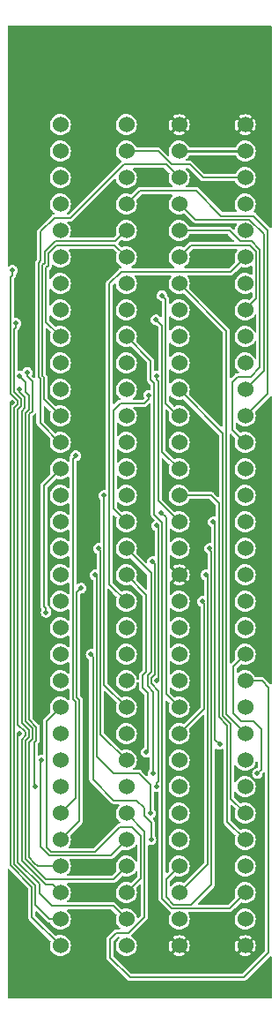
<source format=gtl>
G04 #@! TF.GenerationSoftware,KiCad,Pcbnew,7.0.8*
G04 #@! TF.CreationDate,2024-03-15T14:24:27-04:00*
G04 #@! TF.ProjectId,genesis-umd,67656e65-7369-4732-9d75-6d642e6b6963,3.1*
G04 #@! TF.SameCoordinates,Original*
G04 #@! TF.FileFunction,Copper,L1,Top*
G04 #@! TF.FilePolarity,Positive*
%FSLAX46Y46*%
G04 Gerber Fmt 4.6, Leading zero omitted, Abs format (unit mm)*
G04 Created by KiCad (PCBNEW 7.0.8) date 2024-03-15 14:24:27*
%MOMM*%
%LPD*%
G01*
G04 APERTURE LIST*
G04 #@! TA.AperFunction,ComponentPad*
%ADD10C,1.524000*%
G04 #@! TD*
G04 #@! TA.AperFunction,ViaPad*
%ADD11C,0.508000*%
G04 #@! TD*
G04 #@! TA.AperFunction,Conductor*
%ADD12C,0.254000*%
G04 #@! TD*
G04 #@! TA.AperFunction,Conductor*
%ADD13C,0.177800*%
G04 #@! TD*
G04 APERTURE END LIST*
D10*
X147320000Y-66040000D03*
X147320000Y-68580000D03*
X147320000Y-71120000D03*
X147320000Y-73660000D03*
X147320000Y-76200000D03*
X147320000Y-78740000D03*
X147320000Y-81280000D03*
X147320000Y-83820000D03*
X147320000Y-86360000D03*
X147320000Y-88900000D03*
X147320000Y-91440000D03*
X147320000Y-93980000D03*
X147320000Y-96520000D03*
X147320000Y-99060000D03*
X147320000Y-101600000D03*
X147320000Y-104140000D03*
X147320000Y-106680000D03*
X147320000Y-109220000D03*
X147320000Y-111760000D03*
X147320000Y-114300000D03*
X147320000Y-116840000D03*
X147320000Y-119380000D03*
X147320000Y-121920000D03*
X147320000Y-124460000D03*
X147320000Y-127000000D03*
X147320000Y-129540000D03*
X147320000Y-132080000D03*
X147320000Y-134620000D03*
X147320000Y-137160000D03*
X147320000Y-139700000D03*
X147320000Y-142240000D03*
X147320000Y-144780000D03*
X142240000Y-66040000D03*
X142240000Y-68580000D03*
X142240000Y-71120000D03*
X142240000Y-73660000D03*
X142240000Y-76200000D03*
X142240000Y-78740000D03*
X142240000Y-81280000D03*
X142240000Y-83820000D03*
X142240000Y-86360000D03*
X142240000Y-88900000D03*
X142240000Y-91440000D03*
X142240000Y-93980000D03*
X142240000Y-96520000D03*
X142240000Y-99060000D03*
X142240000Y-101600000D03*
X142240000Y-104140000D03*
X142240000Y-106680000D03*
X142240000Y-109220000D03*
X142240000Y-111760000D03*
X142240000Y-114300000D03*
X142240000Y-116840000D03*
X142240000Y-119380000D03*
X142240000Y-121920000D03*
X142240000Y-124460000D03*
X142240000Y-127000000D03*
X142240000Y-129540000D03*
X142240000Y-132080000D03*
X142240000Y-134620000D03*
X142240000Y-137160000D03*
X142240000Y-139700000D03*
X142240000Y-142240000D03*
X142240000Y-144780000D03*
X135890000Y-66040000D03*
X135890000Y-68580000D03*
X135890000Y-71120000D03*
X135890000Y-73660000D03*
X135890000Y-76200000D03*
X135890000Y-78740000D03*
X135890000Y-81280000D03*
X135890000Y-83820000D03*
X135890000Y-86360000D03*
X135890000Y-88900000D03*
X135890000Y-91440000D03*
X135890000Y-93980000D03*
X135890000Y-96520000D03*
X135890000Y-99060000D03*
X135890000Y-101600000D03*
X135890000Y-104140000D03*
X135890000Y-106680000D03*
X135890000Y-109220000D03*
X135890000Y-111760000D03*
X135890000Y-114300000D03*
X135890000Y-116840000D03*
X135890000Y-119380000D03*
X135890000Y-121920000D03*
X135890000Y-124460000D03*
X135890000Y-127000000D03*
X135890000Y-129540000D03*
X135890000Y-132080000D03*
X135890000Y-134620000D03*
X135890000Y-137160000D03*
X135890000Y-139700000D03*
X135890000Y-142240000D03*
X135890000Y-144780000D03*
X153670000Y-144780000D03*
X153670000Y-142240000D03*
X153670000Y-139700000D03*
X153670000Y-137160000D03*
X153670000Y-134620000D03*
X153670000Y-132080000D03*
X153670000Y-129540000D03*
X153670000Y-127000000D03*
X153670000Y-124460000D03*
X153670000Y-121920000D03*
X153670000Y-119380000D03*
X153670000Y-116840000D03*
X153670000Y-114300000D03*
X153670000Y-111760000D03*
X153670000Y-109220000D03*
X153670000Y-106680000D03*
X153670000Y-104140000D03*
X153670000Y-101600000D03*
X153670000Y-99060000D03*
X153670000Y-96520000D03*
X153670000Y-93980000D03*
X153670000Y-91440000D03*
X153670000Y-88900000D03*
X153670000Y-86360000D03*
X153670000Y-83820000D03*
X153670000Y-81280000D03*
X153670000Y-78740000D03*
X153670000Y-76200000D03*
X153670000Y-73660000D03*
X153670000Y-71120000D03*
X153670000Y-68580000D03*
X153670000Y-66040000D03*
D11*
X139065000Y-76200000D03*
X139065000Y-78867000D03*
X150749000Y-78740000D03*
X150749000Y-81280000D03*
X144780000Y-81280000D03*
X144018000Y-95123000D03*
X132334000Y-148336000D03*
X155575000Y-95123000D03*
X155702000Y-115951000D03*
X138811000Y-139700000D03*
X138811000Y-137160000D03*
X138811000Y-134239000D03*
X146710400Y-59817000D03*
X134035800Y-127000000D03*
X145669000Y-82423000D03*
X145093083Y-84747090D03*
X131978400Y-91440000D03*
X134518400Y-112801400D03*
X140081000Y-101600000D03*
X144754600Y-107950000D03*
X145161000Y-129540000D03*
X139547600Y-106680000D03*
X139192000Y-109220000D03*
X144551400Y-132080000D03*
X144602200Y-134620000D03*
X138836400Y-116840000D03*
X133451600Y-129540000D03*
X132689600Y-89789000D03*
X137363200Y-97790000D03*
X137896600Y-110464600D03*
X131978400Y-90170000D03*
X131622800Y-85090000D03*
X131267200Y-80010000D03*
X131241954Y-92684763D03*
X144818100Y-128270000D03*
X154838400Y-128270000D03*
X149529800Y-111760000D03*
X149885400Y-109194600D03*
X150241000Y-106680000D03*
X151207339Y-125451589D03*
X150596600Y-104140000D03*
X145135600Y-104470200D03*
X145161000Y-119380000D03*
X145567400Y-103225600D03*
X144399000Y-91973400D03*
X145135600Y-90144600D03*
X131968449Y-124449846D03*
X144145000Y-126238000D03*
D12*
X147320000Y-68580000D02*
X153670000Y-68580000D01*
D13*
X133985000Y-135300709D02*
X133985000Y-127050800D01*
X133985000Y-127050800D02*
X134035800Y-127000000D01*
X140766789Y-136118611D02*
X134802902Y-136118611D01*
X134802902Y-136118611D02*
X133985000Y-135300709D01*
X142265400Y-134620000D02*
X140766789Y-136118611D01*
X146011912Y-82765912D02*
X145669000Y-82423000D01*
X146011912Y-92748112D02*
X146011912Y-82765912D01*
X147294600Y-94030800D02*
X146011912Y-92748112D01*
X134505688Y-79768712D02*
X134721622Y-79552778D01*
X134505688Y-84975688D02*
X134505688Y-79768712D01*
X135890000Y-86360000D02*
X134505688Y-84975688D01*
X134721622Y-79552778D02*
X134721622Y-78385900D01*
X134721622Y-78385900D02*
X135485122Y-77622400D01*
X135485122Y-77622400D02*
X141122400Y-77622400D01*
X141122400Y-77622400D02*
X142240000Y-78740000D01*
X145656301Y-97396301D02*
X145656301Y-85310308D01*
X145656301Y-85310308D02*
X145093083Y-84747090D01*
X147320000Y-99060000D02*
X145656301Y-97396301D01*
X132867400Y-124104400D02*
X132867400Y-124790200D01*
X132156210Y-93517698D02*
X132156210Y-123393210D01*
X132486407Y-92186792D02*
X132486409Y-93187499D01*
X132156210Y-123393210D02*
X132867400Y-124104400D01*
X131978400Y-91440000D02*
X131978400Y-91678784D01*
X140970000Y-138430000D02*
X142240000Y-137160000D01*
X132511809Y-136474209D02*
X134467600Y-138430000D01*
X131978400Y-91678784D02*
X132486407Y-92186792D01*
X132867400Y-124790200D02*
X132511809Y-125145791D01*
X134467600Y-138430000D02*
X140970000Y-138430000D01*
X132511809Y-125145791D02*
X132511809Y-136474209D01*
X132486409Y-93187499D02*
X132156210Y-93517698D01*
X141135099Y-77228701D02*
X142189200Y-76174600D01*
X134150077Y-90099960D02*
X134150077Y-79514734D01*
X134366011Y-79298800D02*
X134366011Y-78238602D01*
X134289833Y-90239716D02*
X134150077Y-90099960D01*
X134150077Y-79514734D02*
X134366011Y-79298800D01*
X134289833Y-92379833D02*
X134289833Y-90239716D01*
X134366011Y-78238602D02*
X135375912Y-77228701D01*
X135890000Y-93980000D02*
X134289833Y-92379833D01*
X135375912Y-77228701D02*
X141135099Y-77228701D01*
X134010400Y-79070200D02*
X134010400Y-76276200D01*
X133934222Y-94640422D02*
X133934222Y-90387014D01*
X141987522Y-69850000D02*
X146050000Y-69850000D01*
X134010400Y-76276200D02*
X135331200Y-74955400D01*
X133794466Y-79286134D02*
X134010400Y-79070200D01*
X146050000Y-69850000D02*
X147320000Y-71120000D01*
X135864600Y-96570800D02*
X133934222Y-94640422D01*
X133934222Y-90387014D02*
X133794466Y-90247258D01*
X133794466Y-90247258D02*
X133794466Y-79286134D01*
X136882122Y-74955400D02*
X141987522Y-69850000D01*
X135331200Y-74955400D02*
X136882122Y-74955400D01*
X134518400Y-112442190D02*
X134340600Y-112264390D01*
X134340600Y-100609400D02*
X135890000Y-99060000D01*
X134518400Y-112801400D02*
X134518400Y-112442190D01*
X134340600Y-112264390D02*
X134340600Y-100609400D01*
X140081000Y-101600000D02*
X140081000Y-119761000D01*
X140081000Y-119761000D02*
X142240000Y-121920000D01*
X145161000Y-129540000D02*
X145161000Y-129180790D01*
X144957800Y-108153200D02*
X144754600Y-107950000D01*
X145338800Y-129002990D02*
X145338800Y-120345200D01*
X145161000Y-129180790D02*
X145338800Y-129002990D01*
X144957800Y-118795800D02*
X144957800Y-108153200D01*
X144627600Y-119634000D02*
X144627600Y-119126000D01*
X144627600Y-119126000D02*
X144957800Y-118795800D01*
X145338800Y-120345200D02*
X144627600Y-119634000D01*
X139725400Y-106883200D02*
X139725400Y-124485400D01*
X139547600Y-106680000D02*
X139547600Y-106705400D01*
X139547600Y-106705400D02*
X139725400Y-106883200D01*
X139725400Y-124485400D02*
X142240000Y-127000000D01*
X143484600Y-128270000D02*
X144551400Y-129336800D01*
X139192000Y-109220000D02*
X139369800Y-109397800D01*
X139369800Y-110464600D02*
X139369800Y-126619000D01*
X139369800Y-109397800D02*
X139369800Y-110464600D01*
X141020800Y-128270000D02*
X143484600Y-128270000D01*
X139369800Y-126619000D02*
X141020800Y-128270000D01*
X144551400Y-129336800D02*
X144551400Y-132080000D01*
X141020800Y-130835400D02*
X143230600Y-130835400D01*
X139014200Y-128828800D02*
X141020800Y-130835400D01*
X143967200Y-132308600D02*
X144602200Y-132943600D01*
X138836400Y-116865400D02*
X139014200Y-117043200D01*
X144602200Y-132943600D02*
X144602200Y-134620000D01*
X143230600Y-130835400D02*
X143967200Y-131572000D01*
X143967200Y-131572000D02*
X143967200Y-132308600D01*
X139014200Y-117043200D02*
X139014200Y-128828800D01*
X138836400Y-116840000D02*
X138836400Y-116865400D01*
X133197626Y-90656236D02*
X133041590Y-90500200D01*
X132867430Y-123098614D02*
X132867430Y-93822478D01*
X132689600Y-89789000D02*
X132689600Y-90148210D01*
X133578619Y-123809803D02*
X132867430Y-123098614D01*
X133197626Y-93492282D02*
X133197626Y-90656236D01*
X133578600Y-125084816D02*
X133578618Y-125084796D01*
X133388599Y-129476999D02*
X133388599Y-125274815D01*
X133578618Y-125084796D02*
X133578619Y-123809803D01*
X132689600Y-90148210D02*
X133041590Y-90500200D01*
X133388599Y-125274815D02*
X133578618Y-125084796D01*
X132867430Y-93822478D02*
X133197626Y-93492282D01*
X133451600Y-129540000D02*
X133388599Y-129476999D01*
X137083789Y-121088402D02*
X137337789Y-121342402D01*
X137083789Y-98069411D02*
X137083789Y-121088402D01*
X137337789Y-130632211D02*
X135890000Y-132080000D01*
X137363200Y-97790000D02*
X137083789Y-98069411D01*
X137337789Y-121342402D02*
X137337789Y-130632211D01*
X137693400Y-132816600D02*
X137693400Y-121195104D01*
X137693400Y-121195104D02*
X137439400Y-120941104D01*
X137439400Y-120941104D02*
X137439400Y-110921800D01*
X135890000Y-134620000D02*
X137693400Y-132816600D01*
X137439400Y-110921800D02*
X137896600Y-110464600D01*
X132842016Y-93344984D02*
X132842016Y-92039494D01*
X132842016Y-92039494D02*
X132510669Y-91708146D01*
X133421108Y-136880600D02*
X133421108Y-136875508D01*
X132867419Y-136321819D02*
X132867419Y-125293089D01*
X133223010Y-123957102D02*
X132511820Y-123245912D01*
X132867419Y-125293089D02*
X133223009Y-124937499D01*
X133700508Y-137160000D02*
X133421108Y-136880600D01*
X132511820Y-123245912D02*
X132511820Y-93675180D01*
X133223009Y-124937499D02*
X133223010Y-123957102D01*
X132511820Y-93675180D02*
X132842016Y-93344984D01*
X133421108Y-136875508D02*
X132867419Y-136321819D01*
X132510669Y-90702269D02*
X131978400Y-90170000D01*
X132510669Y-91708146D02*
X132510669Y-90702269D01*
X135890000Y-137160000D02*
X133700508Y-137160000D01*
X132511789Y-124256789D02*
X131800600Y-123545600D01*
X135890000Y-139700000D02*
X135128001Y-138938001D01*
X134467601Y-138938001D02*
X132156199Y-136626599D01*
X131800600Y-123545600D02*
X131800600Y-93370400D01*
X131445010Y-85627000D02*
X131622800Y-85449210D01*
X135128001Y-138938001D02*
X134467601Y-138938001D01*
X131622800Y-85449210D02*
X131622800Y-85090000D01*
X132130800Y-93040200D02*
X132130798Y-92334090D01*
X131445010Y-91648302D02*
X131445010Y-85627000D01*
X132156199Y-136626599D02*
X132156199Y-124998493D01*
X131800600Y-93370400D02*
X132130800Y-93040200D01*
X132130798Y-92334090D02*
X131445010Y-91648302D01*
X132511789Y-124642903D02*
X132511789Y-124256789D01*
X132156199Y-124998493D02*
X132511789Y-124642903D01*
X131089400Y-80645000D02*
X131267200Y-80467200D01*
X131444978Y-93223114D02*
X131775189Y-92892903D01*
X131775189Y-92892903D02*
X131775189Y-92481389D01*
X131267200Y-80467200D02*
X131267200Y-80010000D01*
X131775189Y-92481389D02*
X131089400Y-91795600D01*
X133502387Y-138988787D02*
X131444978Y-136931378D01*
X131089400Y-91795600D02*
X131089400Y-80645000D01*
X134853692Y-142214600D02*
X133502387Y-140863295D01*
X133502387Y-140863295D02*
X133502387Y-138988787D01*
X131444978Y-136931378D02*
X131444978Y-93223114D01*
X135839200Y-142214600D02*
X134853692Y-142214600D01*
X135890000Y-144780000D02*
X133146776Y-142036776D01*
X131089367Y-92837350D02*
X131241954Y-92684763D01*
X133146776Y-139136085D02*
X131089367Y-137078676D01*
X131089367Y-137078676D02*
X131089367Y-92837350D01*
X133146776Y-142036776D02*
X133146776Y-139136085D01*
X144932400Y-90855800D02*
X144932400Y-103403400D01*
X144576800Y-90500200D02*
X144932400Y-90855800D01*
X146588502Y-141173211D02*
X152196789Y-141173211D01*
X144932400Y-103403400D02*
X145694400Y-104165400D01*
X145694400Y-104165400D02*
X145694400Y-140279109D01*
X152196789Y-141173211D02*
X153670000Y-139700000D01*
X144576800Y-88696800D02*
X144576800Y-90500200D01*
X145694400Y-140279109D02*
X146588502Y-141173211D01*
X142240000Y-86360000D02*
X144576800Y-88696800D01*
X151130000Y-122859800D02*
X151917400Y-123647200D01*
X151917400Y-132867400D02*
X153670000Y-134620000D01*
X150393400Y-101600000D02*
X151130000Y-102336600D01*
X151917400Y-123647200D02*
X151917400Y-132867400D01*
X147320000Y-101600000D02*
X150393400Y-101600000D01*
X151130000Y-102336600D02*
X151130000Y-122859800D01*
X151485611Y-95605611D02*
X151485611Y-122712503D01*
X147320000Y-91440000D02*
X151485611Y-95605611D01*
X152273011Y-123499902D02*
X152273011Y-130683011D01*
X151485611Y-122712503D02*
X152273011Y-123499902D01*
X152273011Y-130683011D02*
X153670000Y-132080000D01*
X144818100Y-120434100D02*
X144271990Y-119887990D01*
X144602190Y-118541810D02*
X144602190Y-109042190D01*
X153593800Y-129489200D02*
X153644600Y-129489200D01*
X144818100Y-128270000D02*
X144818100Y-120434100D01*
X144271990Y-119887990D02*
X144271990Y-118872010D01*
X144271990Y-118872010D02*
X144602190Y-118541810D01*
X144602190Y-109042190D02*
X142240000Y-106680000D01*
X151841222Y-122565206D02*
X153670000Y-124393984D01*
X153670000Y-124393984D02*
X153670000Y-124460000D01*
X151841222Y-85801222D02*
X151841222Y-122565206D01*
X147320000Y-81280000D02*
X151841222Y-85801222D01*
X140639800Y-145897600D02*
X140639800Y-144170400D01*
X153517600Y-147828000D02*
X142570200Y-147828000D01*
X143992600Y-133832600D02*
X142240000Y-132080000D01*
X141274800Y-143535400D02*
X142467078Y-143535400D01*
X143992600Y-142009878D02*
X143992600Y-133832600D01*
X142467078Y-143535400D02*
X143992600Y-142009878D01*
X142570200Y-147828000D02*
X140639800Y-145897600D01*
X140639800Y-144170400D02*
X141274800Y-143535400D01*
X155905200Y-145440400D02*
X153517600Y-147828000D01*
X153670000Y-119380000D02*
X155270200Y-119380000D01*
X155905200Y-120015000D02*
X155905200Y-145440400D01*
X155270200Y-119380000D02*
X155905200Y-120015000D01*
X154838400Y-128270000D02*
X155194000Y-127914400D01*
X155194000Y-127914400D02*
X155194000Y-123977400D01*
X153314400Y-123215400D02*
X152552400Y-122453400D01*
X154432000Y-123215400D02*
X153314400Y-123215400D01*
X152552400Y-122453400D02*
X152552400Y-117957600D01*
X155194000Y-123977400D02*
X154432000Y-123215400D01*
X152552400Y-117957600D02*
X153670000Y-116840000D01*
X149707600Y-111963200D02*
X149707600Y-122072400D01*
X149707600Y-122072400D02*
X147320000Y-124460000D01*
X149529800Y-111785400D02*
X149707600Y-111963200D01*
X149529800Y-111760000D02*
X149529800Y-111785400D01*
X149885400Y-109194600D02*
X150063200Y-109372400D01*
X150063200Y-136956800D02*
X147320000Y-139700000D01*
X150063200Y-109372400D02*
X150063200Y-136956800D01*
X150418800Y-106959400D02*
X150241000Y-106781600D01*
X146050000Y-140131800D02*
X146735800Y-140817600D01*
X148488400Y-140817600D02*
X150418800Y-138887200D01*
X146735800Y-140817600D02*
X148488400Y-140817600D01*
X150418800Y-138887200D02*
X150418800Y-106959400D01*
X146050000Y-138430000D02*
X146050000Y-140131800D01*
X147320000Y-137160000D02*
X146050000Y-138430000D01*
X150241000Y-106781600D02*
X150241000Y-106680000D01*
X150774400Y-125018650D02*
X151207339Y-125451589D01*
X150774400Y-104317800D02*
X150774400Y-125018650D01*
X150596600Y-104140000D02*
X150774400Y-104317800D01*
X145313400Y-119227600D02*
X145161000Y-119380000D01*
X145313400Y-104648000D02*
X145313400Y-119227600D01*
X145135600Y-104470200D02*
X145313400Y-104648000D01*
X146050000Y-120650000D02*
X146050000Y-103708200D01*
X147320000Y-121920000D02*
X146050000Y-120650000D01*
X146050000Y-103708200D02*
X145567400Y-103225600D01*
X155092400Y-89306400D02*
X154203400Y-90195400D01*
X152933400Y-90195400D02*
X152400000Y-90728800D01*
X153176223Y-77228701D02*
X154266901Y-77228701D01*
X147320000Y-76200000D02*
X152147522Y-76200000D01*
X152400000Y-90728800D02*
X152400000Y-95275400D01*
X152147522Y-76200000D02*
X153176223Y-77228701D01*
X154203400Y-90195400D02*
X152933400Y-90195400D01*
X152400000Y-95275400D02*
X153695400Y-96570800D01*
X155092400Y-78054200D02*
X155092400Y-89306400D01*
X154266901Y-77228701D02*
X155092400Y-78054200D01*
X153670000Y-93980000D02*
X155829020Y-91820980D01*
X151358600Y-74777600D02*
X148971000Y-72390000D01*
X155829020Y-91820980D02*
X155829020Y-76149220D01*
X154457400Y-74777600D02*
X151358600Y-74777600D01*
X143535400Y-72390000D02*
X142265400Y-73660000D01*
X155829020Y-76149220D02*
X154457400Y-74777600D01*
X148971000Y-72390000D02*
X143535400Y-72390000D01*
X155473409Y-76525118D02*
X154081502Y-75133211D01*
X148894811Y-75133211D02*
X147447000Y-73685400D01*
X155473409Y-89636591D02*
X155473409Y-76525118D01*
X147447000Y-73685400D02*
X147421600Y-73685400D01*
X154081502Y-75133211D02*
X148894811Y-75133211D01*
X153670000Y-91440000D02*
X155473409Y-89636591D01*
X144399000Y-92332610D02*
X143996210Y-92735400D01*
X140970000Y-102870000D02*
X142240000Y-104140000D01*
X140970000Y-93421200D02*
X140970000Y-102870000D01*
X144399000Y-91973400D02*
X144399000Y-92332610D01*
X141655800Y-92735400D02*
X140970000Y-93421200D01*
X143996210Y-92735400D02*
X141655800Y-92735400D01*
X145288000Y-90656210D02*
X145288000Y-102108000D01*
X145135600Y-90144600D02*
X145135600Y-90503810D01*
X145135600Y-90503810D02*
X145288000Y-90656210D01*
X145288000Y-102108000D02*
X147320000Y-104140000D01*
X154698701Y-82715099D02*
X153568400Y-83845400D01*
X147320000Y-78740000D02*
X148475688Y-77584312D01*
X154119604Y-77584312D02*
X154698701Y-78163409D01*
X154698701Y-78163409D02*
X154698701Y-82715099D01*
X148475688Y-77584312D02*
X154119604Y-77584312D01*
X140970000Y-140970000D02*
X135102598Y-140970000D01*
X131800589Y-136773898D02*
X131800589Y-124617706D01*
X131800589Y-124617706D02*
X131968449Y-124449846D01*
X133857998Y-139725400D02*
X133857998Y-138831306D01*
X135102598Y-140970000D02*
X133857998Y-139725400D01*
X142240000Y-142240000D02*
X140970000Y-140970000D01*
X133857998Y-138831306D02*
X131800589Y-136773898D01*
X142240000Y-68580000D02*
X144526000Y-68580000D01*
X148336000Y-69850000D02*
X146552908Y-69850000D01*
X144526000Y-68580000D02*
X144780000Y-68580000D01*
X153670000Y-71120000D02*
X149606000Y-71120000D01*
X145282908Y-68580000D02*
X144526000Y-68580000D01*
X149606000Y-71120000D02*
X148336000Y-69850000D01*
X146552908Y-69850000D02*
X145282908Y-68580000D01*
X144145000Y-111125000D02*
X144145000Y-118491000D01*
X143764000Y-118872000D02*
X143764000Y-120015000D01*
X142240000Y-109220000D02*
X144145000Y-111125000D01*
X144272000Y-126111000D02*
X144145000Y-126238000D01*
X144145000Y-118491000D02*
X143764000Y-118872000D01*
X144272000Y-120523000D02*
X144272000Y-126111000D01*
X143764000Y-120015000D02*
X144272000Y-120523000D01*
X139242800Y-135763000D02*
X134975600Y-135763000D01*
X142798800Y-133375400D02*
X141630400Y-133375400D01*
X134975600Y-135763000D02*
X134556001Y-135343401D01*
X141630400Y-133375400D02*
X139242800Y-135763000D01*
X134556001Y-135343401D02*
X134556001Y-123253999D01*
X143636989Y-138303011D02*
X143636989Y-134213589D01*
X142240000Y-139700000D02*
X143636989Y-138303011D01*
X143636989Y-134213589D02*
X142798800Y-133375400D01*
X134556001Y-123253999D02*
X135890000Y-121920000D01*
X140614391Y-81249518D02*
X140614391Y-110134391D01*
X153670000Y-78740000D02*
X152285688Y-80124312D01*
X141739597Y-80124312D02*
X140614391Y-81249518D01*
X140614391Y-110134391D02*
X142240000Y-111760000D01*
X152285688Y-80124312D02*
X141739597Y-80124312D01*
G04 #@! TA.AperFunction,Conductor*
G36*
X130941850Y-137421036D02*
G01*
X130960055Y-137435005D01*
X132777631Y-139252581D01*
X132803042Y-139307075D01*
X132803376Y-139314736D01*
X132803376Y-142019876D01*
X132803209Y-142023690D01*
X132801759Y-142040269D01*
X132799405Y-142067165D01*
X132799405Y-142067167D01*
X132810698Y-142109314D01*
X132811528Y-142113057D01*
X132819107Y-142156037D01*
X132820992Y-142159301D01*
X132829771Y-142180493D01*
X132830749Y-142184144D01*
X132855779Y-142219889D01*
X132857840Y-142223124D01*
X132879660Y-142260915D01*
X132913074Y-142288953D01*
X132915902Y-142291544D01*
X134924706Y-144300347D01*
X134950117Y-144354841D01*
X134946666Y-144388018D01*
X134888209Y-144580724D01*
X134888208Y-144580729D01*
X134888208Y-144580731D01*
X134868582Y-144780000D01*
X134888208Y-144979269D01*
X134946333Y-145170880D01*
X135040722Y-145347469D01*
X135167748Y-145502252D01*
X135322531Y-145629278D01*
X135499120Y-145723667D01*
X135690731Y-145781792D01*
X135890000Y-145801418D01*
X136089269Y-145781792D01*
X136280880Y-145723667D01*
X136457469Y-145629278D01*
X136612252Y-145502252D01*
X136739278Y-145347469D01*
X136833667Y-145170880D01*
X136891792Y-144979269D01*
X136911418Y-144780000D01*
X136891792Y-144580731D01*
X136833667Y-144389120D01*
X136739278Y-144212531D01*
X136612252Y-144057748D01*
X136457469Y-143930722D01*
X136280880Y-143836333D01*
X136168398Y-143802211D01*
X136089273Y-143778209D01*
X136089271Y-143778208D01*
X136089269Y-143778208D01*
X135890000Y-143758582D01*
X135690731Y-143778208D01*
X135690729Y-143778208D01*
X135690724Y-143778209D01*
X135498018Y-143836666D01*
X135437980Y-143833388D01*
X135410347Y-143814706D01*
X133515921Y-141920280D01*
X133490510Y-141865786D01*
X133490176Y-141858125D01*
X133490176Y-141548935D01*
X133510741Y-141492434D01*
X133562812Y-141462370D01*
X133622026Y-141472811D01*
X133640231Y-141486780D01*
X134598924Y-142445474D01*
X134601515Y-142448302D01*
X134629553Y-142481717D01*
X134667342Y-142503534D01*
X134670577Y-142505595D01*
X134706326Y-142530627D01*
X134709968Y-142531602D01*
X134731166Y-142540383D01*
X134734431Y-142542268D01*
X134777401Y-142549844D01*
X134781147Y-142550675D01*
X134794749Y-142554319D01*
X134823301Y-142561970D01*
X134846336Y-142559954D01*
X134851720Y-142559484D01*
X134909799Y-142575045D01*
X134943497Y-142621532D01*
X134946333Y-142630880D01*
X135040722Y-142807469D01*
X135167748Y-142962252D01*
X135322531Y-143089278D01*
X135499120Y-143183667D01*
X135690731Y-143241792D01*
X135890000Y-143261418D01*
X136089269Y-143241792D01*
X136280880Y-143183667D01*
X136457469Y-143089278D01*
X136612252Y-142962252D01*
X136739278Y-142807469D01*
X136833667Y-142630880D01*
X136891792Y-142439269D01*
X136911418Y-142240000D01*
X136891792Y-142040731D01*
X136833667Y-141849120D01*
X136739278Y-141672531D01*
X136612252Y-141517748D01*
X136553152Y-141469246D01*
X136522523Y-141417508D01*
X136532317Y-141358184D01*
X136577953Y-141319034D01*
X136608916Y-141313400D01*
X140791349Y-141313400D01*
X140847850Y-141333965D01*
X140853504Y-141339145D01*
X141274706Y-141760347D01*
X141300117Y-141814841D01*
X141296666Y-141848018D01*
X141238209Y-142040724D01*
X141238208Y-142040729D01*
X141238208Y-142040731D01*
X141218582Y-142240000D01*
X141238208Y-142439269D01*
X141238208Y-142439271D01*
X141238209Y-142439273D01*
X141257703Y-142503534D01*
X141296333Y-142630880D01*
X141390722Y-142807469D01*
X141517748Y-142962252D01*
X141607797Y-143036153D01*
X141638427Y-143087893D01*
X141628633Y-143147217D01*
X141582997Y-143186366D01*
X141552034Y-143192000D01*
X141291701Y-143192000D01*
X141287886Y-143191833D01*
X141270159Y-143190282D01*
X141244412Y-143188029D01*
X141244407Y-143188030D01*
X141202259Y-143199323D01*
X141198515Y-143200153D01*
X141155539Y-143207731D01*
X141155538Y-143207731D01*
X141152271Y-143209618D01*
X141131076Y-143218397D01*
X141127433Y-143219373D01*
X141091679Y-143244408D01*
X141088445Y-143246468D01*
X141050663Y-143268282D01*
X141050660Y-143268285D01*
X141022622Y-143301698D01*
X141020031Y-143304525D01*
X140408929Y-143915628D01*
X140406101Y-143918218D01*
X140372685Y-143946259D01*
X140372683Y-143946261D01*
X140350867Y-143984046D01*
X140348808Y-143987278D01*
X140323772Y-144023034D01*
X140323772Y-144023036D01*
X140322793Y-144026688D01*
X140314021Y-144047867D01*
X140312133Y-144051137D01*
X140312131Y-144051143D01*
X140304552Y-144094117D01*
X140303723Y-144097859D01*
X140292429Y-144140011D01*
X140294496Y-144163629D01*
X140296233Y-144183486D01*
X140296400Y-144187298D01*
X140296400Y-145880700D01*
X140296233Y-145884514D01*
X140294682Y-145902241D01*
X140292429Y-145927989D01*
X140292429Y-145927991D01*
X140303722Y-145970138D01*
X140304552Y-145973881D01*
X140312131Y-146016861D01*
X140314016Y-146020125D01*
X140322795Y-146041317D01*
X140323773Y-146044968D01*
X140348803Y-146080713D01*
X140350864Y-146083948D01*
X140372684Y-146121739D01*
X140406098Y-146149777D01*
X140408926Y-146152368D01*
X142315432Y-148058874D01*
X142318023Y-148061702D01*
X142346061Y-148095117D01*
X142383850Y-148116934D01*
X142387085Y-148118995D01*
X142422834Y-148144027D01*
X142426476Y-148145002D01*
X142447674Y-148153783D01*
X142450939Y-148155668D01*
X142493909Y-148163244D01*
X142497655Y-148164075D01*
X142515466Y-148168846D01*
X142539809Y-148175370D01*
X142576996Y-148172116D01*
X142583282Y-148171567D01*
X142587114Y-148171400D01*
X153500700Y-148171400D01*
X153504514Y-148171566D01*
X153540254Y-148174693D01*
X153547989Y-148175370D01*
X153547989Y-148175369D01*
X153547991Y-148175370D01*
X153590149Y-148164072D01*
X153593871Y-148163247D01*
X153636861Y-148155668D01*
X153640120Y-148153785D01*
X153661327Y-148145002D01*
X153661332Y-148145000D01*
X153664966Y-148144027D01*
X153700727Y-148118985D01*
X153703936Y-148116940D01*
X153741738Y-148095117D01*
X153769783Y-148061693D01*
X153772369Y-148058871D01*
X156059945Y-145771294D01*
X156114439Y-145745883D01*
X156172517Y-145761446D01*
X156207005Y-145810699D01*
X156210000Y-145833449D01*
X156210000Y-149772100D01*
X156189435Y-149828601D01*
X156137364Y-149858665D01*
X156122100Y-149860000D01*
X130897900Y-149860000D01*
X130841399Y-149839435D01*
X130811335Y-149787364D01*
X130810000Y-149772100D01*
X130810000Y-137497160D01*
X130830565Y-137440659D01*
X130882636Y-137410595D01*
X130941850Y-137421036D01*
G37*
G04 #@! TD.AperFunction*
G04 #@! TA.AperFunction,Conductor*
G36*
X150894050Y-125854822D02*
G01*
X150897583Y-125856975D01*
X150993928Y-125918893D01*
X151089487Y-125946952D01*
X151134223Y-125960088D01*
X151134226Y-125960088D01*
X151134228Y-125960089D01*
X151134229Y-125960089D01*
X151280449Y-125960089D01*
X151280450Y-125960089D01*
X151280452Y-125960088D01*
X151280454Y-125960088D01*
X151297130Y-125955191D01*
X151420750Y-125918893D01*
X151438577Y-125907435D01*
X151497227Y-125894189D01*
X151550670Y-125921741D01*
X151573900Y-125977199D01*
X151574000Y-125981382D01*
X151574000Y-132850500D01*
X151573833Y-132854314D01*
X151572282Y-132872041D01*
X151570029Y-132897789D01*
X151570029Y-132897791D01*
X151581322Y-132939938D01*
X151582152Y-132943681D01*
X151589731Y-132986661D01*
X151591616Y-132989925D01*
X151600395Y-133011117D01*
X151601373Y-133014768D01*
X151626403Y-133050513D01*
X151628464Y-133053748D01*
X151650284Y-133091539D01*
X151683698Y-133119577D01*
X151686526Y-133122168D01*
X152704706Y-134140347D01*
X152730117Y-134194841D01*
X152726666Y-134228018D01*
X152668209Y-134420724D01*
X152668208Y-134420729D01*
X152668208Y-134420731D01*
X152648582Y-134620000D01*
X152668208Y-134819269D01*
X152726333Y-135010880D01*
X152820722Y-135187469D01*
X152947748Y-135342252D01*
X153102531Y-135469278D01*
X153279120Y-135563667D01*
X153470731Y-135621792D01*
X153670000Y-135641418D01*
X153869269Y-135621792D01*
X154060880Y-135563667D01*
X154237469Y-135469278D01*
X154392252Y-135342252D01*
X154519278Y-135187469D01*
X154613667Y-135010880D01*
X154671792Y-134819269D01*
X154691418Y-134620000D01*
X154671792Y-134420731D01*
X154613667Y-134229120D01*
X154519278Y-134052531D01*
X154392252Y-133897748D01*
X154237469Y-133770722D01*
X154060880Y-133676333D01*
X153948398Y-133642211D01*
X153869273Y-133618209D01*
X153869271Y-133618208D01*
X153869269Y-133618208D01*
X153670000Y-133598582D01*
X153470731Y-133618208D01*
X153470729Y-133618208D01*
X153470724Y-133618209D01*
X153278018Y-133676666D01*
X153217980Y-133673388D01*
X153190347Y-133654706D01*
X152286545Y-132750904D01*
X152261134Y-132696410D01*
X152260800Y-132688749D01*
X152260800Y-131368651D01*
X152281365Y-131312150D01*
X152333436Y-131282086D01*
X152392650Y-131292527D01*
X152410855Y-131306496D01*
X152704706Y-131600347D01*
X152730117Y-131654841D01*
X152726666Y-131688018D01*
X152668209Y-131880724D01*
X152668208Y-131880729D01*
X152668208Y-131880731D01*
X152648582Y-132080000D01*
X152668208Y-132279269D01*
X152668208Y-132279271D01*
X152668209Y-132279273D01*
X152679401Y-132316167D01*
X152726333Y-132470880D01*
X152820722Y-132647469D01*
X152947748Y-132802252D01*
X153102531Y-132929278D01*
X153279120Y-133023667D01*
X153470731Y-133081792D01*
X153670000Y-133101418D01*
X153869269Y-133081792D01*
X154060880Y-133023667D01*
X154237469Y-132929278D01*
X154392252Y-132802252D01*
X154519278Y-132647469D01*
X154613667Y-132470880D01*
X154671792Y-132279269D01*
X154691418Y-132080000D01*
X154671792Y-131880731D01*
X154613667Y-131689120D01*
X154519278Y-131512531D01*
X154392252Y-131357748D01*
X154237469Y-131230722D01*
X154060880Y-131136333D01*
X153948398Y-131102211D01*
X153869273Y-131078209D01*
X153869271Y-131078208D01*
X153869269Y-131078208D01*
X153670000Y-131058582D01*
X153470731Y-131078208D01*
X153470729Y-131078208D01*
X153470724Y-131078209D01*
X153278018Y-131136666D01*
X153217980Y-131133388D01*
X153190347Y-131114706D01*
X152642156Y-130566515D01*
X152616745Y-130512021D01*
X152616411Y-130504360D01*
X152616411Y-130076146D01*
X152636976Y-130019645D01*
X152689047Y-129989581D01*
X152748261Y-130000022D01*
X152781830Y-130034708D01*
X152820722Y-130107469D01*
X152947748Y-130262252D01*
X153102531Y-130389278D01*
X153279120Y-130483667D01*
X153470731Y-130541792D01*
X153670000Y-130561418D01*
X153869269Y-130541792D01*
X154060880Y-130483667D01*
X154237469Y-130389278D01*
X154392252Y-130262252D01*
X154519278Y-130107469D01*
X154613667Y-129930880D01*
X154671792Y-129739269D01*
X154691418Y-129540000D01*
X154671792Y-129340731D01*
X154613667Y-129149120D01*
X154519278Y-128972531D01*
X154392252Y-128817748D01*
X154237469Y-128690722D01*
X154060880Y-128596333D01*
X153900705Y-128547744D01*
X153869273Y-128538209D01*
X153869271Y-128538208D01*
X153869269Y-128538208D01*
X153670000Y-128518582D01*
X153470731Y-128538208D01*
X153470728Y-128538208D01*
X153470726Y-128538209D01*
X153279120Y-128596333D01*
X153279116Y-128596335D01*
X153102530Y-128690722D01*
X152947750Y-128817746D01*
X152947746Y-128817750D01*
X152820722Y-128972530D01*
X152781832Y-129045289D01*
X152737061Y-129085424D01*
X152676966Y-129087391D01*
X152629666Y-129050270D01*
X152616411Y-129003853D01*
X152616411Y-127536146D01*
X152636976Y-127479645D01*
X152689047Y-127449581D01*
X152748261Y-127460022D01*
X152781830Y-127494708D01*
X152820722Y-127567469D01*
X152947748Y-127722252D01*
X153102531Y-127849278D01*
X153279120Y-127943667D01*
X153470731Y-128001792D01*
X153670000Y-128021418D01*
X153869269Y-128001792D01*
X154060880Y-127943667D01*
X154237469Y-127849278D01*
X154392252Y-127722252D01*
X154519278Y-127567469D01*
X154613667Y-127390880D01*
X154671792Y-127199269D01*
X154675223Y-127164422D01*
X154701227Y-127110212D01*
X154755995Y-127085397D01*
X154813900Y-127101592D01*
X154847848Y-127151218D01*
X154850600Y-127173041D01*
X154850600Y-127673600D01*
X154830035Y-127730101D01*
X154777964Y-127760165D01*
X154769314Y-127760921D01*
X154765284Y-127761500D01*
X154624989Y-127802696D01*
X154624988Y-127802696D01*
X154501979Y-127881750D01*
X154501977Y-127881752D01*
X154406224Y-127992255D01*
X154345479Y-128125270D01*
X154324671Y-128269998D01*
X154324671Y-128270001D01*
X154345479Y-128414729D01*
X154406224Y-128547744D01*
X154448329Y-128596335D01*
X154501979Y-128658250D01*
X154624989Y-128737304D01*
X154709364Y-128762079D01*
X154765284Y-128778499D01*
X154765287Y-128778499D01*
X154765289Y-128778500D01*
X154765290Y-128778500D01*
X154911510Y-128778500D01*
X154911511Y-128778500D01*
X154911513Y-128778499D01*
X154911515Y-128778499D01*
X154943020Y-128769248D01*
X155051811Y-128737304D01*
X155174821Y-128658250D01*
X155270576Y-128547743D01*
X155331319Y-128414734D01*
X155352129Y-128270000D01*
X155352129Y-128269998D01*
X155352682Y-128266153D01*
X155377531Y-128216508D01*
X155411746Y-128182294D01*
X155466240Y-128156884D01*
X155524318Y-128172447D01*
X155558805Y-128221701D01*
X155561800Y-128244450D01*
X155561800Y-145261749D01*
X155541235Y-145318250D01*
X155536055Y-145323904D01*
X153401104Y-147458855D01*
X153346610Y-147484266D01*
X153338949Y-147484600D01*
X142748851Y-147484600D01*
X142692350Y-147464035D01*
X142686696Y-147458855D01*
X141008945Y-145781104D01*
X140983534Y-145726610D01*
X140983200Y-145718949D01*
X140983200Y-144349051D01*
X141003765Y-144292550D01*
X141008945Y-144286896D01*
X141391296Y-143904545D01*
X141445790Y-143879134D01*
X141453451Y-143878800D01*
X141490133Y-143878800D01*
X141546634Y-143899365D01*
X141576698Y-143951436D01*
X141566257Y-144010650D01*
X141545896Y-144034648D01*
X141517750Y-144057746D01*
X141517746Y-144057750D01*
X141390722Y-144212530D01*
X141296335Y-144389116D01*
X141296333Y-144389120D01*
X141238209Y-144580726D01*
X141238208Y-144580728D01*
X141238208Y-144580731D01*
X141218582Y-144780000D01*
X141238208Y-144979269D01*
X141296333Y-145170880D01*
X141390722Y-145347469D01*
X141517748Y-145502252D01*
X141672531Y-145629278D01*
X141849120Y-145723667D01*
X142040731Y-145781792D01*
X142240000Y-145801418D01*
X142439269Y-145781792D01*
X142630880Y-145723667D01*
X142807469Y-145629278D01*
X142962252Y-145502252D01*
X143089278Y-145347469D01*
X143183667Y-145170880D01*
X143241792Y-144979269D01*
X143261418Y-144780000D01*
X146299084Y-144780000D01*
X146318702Y-144979177D01*
X146376796Y-145170686D01*
X146471140Y-145347192D01*
X146517144Y-145403248D01*
X146882120Y-145038271D01*
X146932131Y-145116090D01*
X147042530Y-145211752D01*
X147059913Y-145219690D01*
X146696750Y-145582853D01*
X146752807Y-145628859D01*
X146929313Y-145723203D01*
X147120822Y-145781297D01*
X147320000Y-145800915D01*
X147519177Y-145781297D01*
X147710686Y-145723203D01*
X147887191Y-145628859D01*
X147943248Y-145582853D01*
X147580085Y-145219691D01*
X147597470Y-145211752D01*
X147707869Y-145116090D01*
X147757878Y-145038273D01*
X148122853Y-145403248D01*
X148168859Y-145347191D01*
X148263203Y-145170686D01*
X148321297Y-144979177D01*
X148340915Y-144780000D01*
X152649084Y-144780000D01*
X152668702Y-144979177D01*
X152726796Y-145170686D01*
X152821140Y-145347192D01*
X152867144Y-145403248D01*
X153232120Y-145038271D01*
X153282131Y-145116090D01*
X153392530Y-145211752D01*
X153409913Y-145219690D01*
X153046750Y-145582853D01*
X153102807Y-145628859D01*
X153279313Y-145723203D01*
X153470822Y-145781297D01*
X153670000Y-145800915D01*
X153869177Y-145781297D01*
X154060686Y-145723203D01*
X154237191Y-145628859D01*
X154293248Y-145582853D01*
X153930085Y-145219691D01*
X153947470Y-145211752D01*
X154057869Y-145116090D01*
X154107878Y-145038273D01*
X154472853Y-145403248D01*
X154518859Y-145347191D01*
X154613203Y-145170686D01*
X154671297Y-144979177D01*
X154690915Y-144780000D01*
X154671297Y-144580822D01*
X154613203Y-144389313D01*
X154518859Y-144212807D01*
X154472853Y-144156750D01*
X154107878Y-144521725D01*
X154057869Y-144443910D01*
X153947470Y-144348248D01*
X153930083Y-144340308D01*
X154293248Y-143977144D01*
X154237192Y-143931140D01*
X154060686Y-143836796D01*
X153869177Y-143778702D01*
X153670000Y-143759084D01*
X153470822Y-143778702D01*
X153279313Y-143836796D01*
X153102808Y-143931139D01*
X153046750Y-143977144D01*
X153409914Y-144340308D01*
X153392530Y-144348248D01*
X153282131Y-144443910D01*
X153232121Y-144521727D01*
X152867144Y-144156750D01*
X152821139Y-144212808D01*
X152726796Y-144389313D01*
X152668702Y-144580822D01*
X152649084Y-144780000D01*
X148340915Y-144780000D01*
X148321297Y-144580822D01*
X148263203Y-144389313D01*
X148168859Y-144212807D01*
X148122853Y-144156750D01*
X147757878Y-144521725D01*
X147707869Y-144443910D01*
X147597470Y-144348248D01*
X147580083Y-144340308D01*
X147943248Y-143977144D01*
X147887192Y-143931140D01*
X147710686Y-143836796D01*
X147519177Y-143778702D01*
X147320000Y-143759084D01*
X147120822Y-143778702D01*
X146929313Y-143836796D01*
X146752808Y-143931139D01*
X146696750Y-143977144D01*
X147059914Y-144340308D01*
X147042530Y-144348248D01*
X146932131Y-144443910D01*
X146882121Y-144521727D01*
X146517144Y-144156750D01*
X146471139Y-144212808D01*
X146376796Y-144389313D01*
X146318702Y-144580822D01*
X146299084Y-144780000D01*
X143261418Y-144780000D01*
X143241792Y-144580731D01*
X143183667Y-144389120D01*
X143089278Y-144212531D01*
X142962252Y-144057748D01*
X142807469Y-143930722D01*
X142749027Y-143899484D01*
X142708892Y-143854714D01*
X142706924Y-143794619D01*
X142728306Y-143759811D01*
X144223484Y-142264633D01*
X144226293Y-142262060D01*
X144259717Y-142234016D01*
X144281540Y-142196214D01*
X144283585Y-142193005D01*
X144308627Y-142157244D01*
X144309602Y-142153605D01*
X144318387Y-142132396D01*
X144320267Y-142129140D01*
X144320268Y-142129139D01*
X144327847Y-142086149D01*
X144328672Y-142082427D01*
X144339970Y-142040269D01*
X144336167Y-141996796D01*
X144336000Y-141992964D01*
X144336000Y-135189224D01*
X144356565Y-135132723D01*
X144408636Y-135102659D01*
X144448663Y-135104884D01*
X144477841Y-135113452D01*
X144529084Y-135128499D01*
X144529087Y-135128499D01*
X144529089Y-135128500D01*
X144529090Y-135128500D01*
X144675310Y-135128500D01*
X144675311Y-135128500D01*
X144675313Y-135128499D01*
X144675315Y-135128499D01*
X144691991Y-135123602D01*
X144815611Y-135087304D01*
X144938621Y-135008250D01*
X145034376Y-134897743D01*
X145095119Y-134764734D01*
X145115929Y-134620000D01*
X145115929Y-134619998D01*
X145095120Y-134475270D01*
X145095119Y-134475268D01*
X145095119Y-134475266D01*
X145034376Y-134342257D01*
X144967068Y-134264580D01*
X144945611Y-134208413D01*
X144945600Y-134207019D01*
X144945600Y-132960499D01*
X144945766Y-132956687D01*
X144949570Y-132913210D01*
X144938277Y-132871063D01*
X144937446Y-132867319D01*
X144929868Y-132824339D01*
X144927986Y-132821080D01*
X144919200Y-132799869D01*
X144918227Y-132796234D01*
X144893189Y-132760477D01*
X144891133Y-132757249D01*
X144869317Y-132719462D01*
X144835899Y-132691421D01*
X144833071Y-132688830D01*
X144797337Y-132653096D01*
X144771926Y-132598602D01*
X144787489Y-132540524D01*
X144811964Y-132517000D01*
X144887821Y-132468250D01*
X144983576Y-132357743D01*
X145044319Y-132224734D01*
X145065129Y-132080000D01*
X145044319Y-131935266D01*
X144983576Y-131802257D01*
X144916268Y-131724580D01*
X144894811Y-131668413D01*
X144894800Y-131667019D01*
X144894800Y-130109224D01*
X144915365Y-130052723D01*
X144967436Y-130022659D01*
X145007463Y-130024884D01*
X145025303Y-130030123D01*
X145087884Y-130048499D01*
X145087887Y-130048499D01*
X145087889Y-130048500D01*
X145087890Y-130048500D01*
X145234110Y-130048500D01*
X145234111Y-130048500D01*
X145238334Y-130047260D01*
X145298340Y-130051072D01*
X145341857Y-130092564D01*
X145351000Y-130131599D01*
X145351000Y-140262209D01*
X145350833Y-140266023D01*
X145349282Y-140283750D01*
X145347029Y-140309498D01*
X145347029Y-140309500D01*
X145358322Y-140351647D01*
X145359152Y-140355390D01*
X145366731Y-140398370D01*
X145368616Y-140401634D01*
X145377395Y-140422826D01*
X145378373Y-140426477D01*
X145403403Y-140462222D01*
X145405464Y-140465457D01*
X145427284Y-140503248D01*
X145460698Y-140531286D01*
X145463526Y-140533877D01*
X146333734Y-141404085D01*
X146336325Y-141406913D01*
X146364360Y-141440324D01*
X146364361Y-141440325D01*
X146364364Y-141440328D01*
X146402163Y-141462150D01*
X146405386Y-141464204D01*
X146441136Y-141489237D01*
X146444770Y-141490210D01*
X146465978Y-141498995D01*
X146475905Y-141504727D01*
X146473921Y-141508161D01*
X146508233Y-141536854D01*
X146518773Y-141596050D01*
X146500132Y-141636694D01*
X146470722Y-141672530D01*
X146376335Y-141849116D01*
X146376333Y-141849120D01*
X146318209Y-142040726D01*
X146318208Y-142040728D01*
X146318208Y-142040731D01*
X146298582Y-142240000D01*
X146318208Y-142439269D01*
X146318208Y-142439271D01*
X146318209Y-142439273D01*
X146337703Y-142503534D01*
X146376333Y-142630880D01*
X146470722Y-142807469D01*
X146597748Y-142962252D01*
X146752531Y-143089278D01*
X146929120Y-143183667D01*
X147120731Y-143241792D01*
X147320000Y-143261418D01*
X147519269Y-143241792D01*
X147710880Y-143183667D01*
X147887469Y-143089278D01*
X148042252Y-142962252D01*
X148169278Y-142807469D01*
X148263667Y-142630880D01*
X148321792Y-142439269D01*
X148341418Y-142240000D01*
X152648582Y-142240000D01*
X152668208Y-142439269D01*
X152668208Y-142439271D01*
X152668209Y-142439273D01*
X152687703Y-142503534D01*
X152726333Y-142630880D01*
X152820722Y-142807469D01*
X152947748Y-142962252D01*
X153102531Y-143089278D01*
X153279120Y-143183667D01*
X153470731Y-143241792D01*
X153670000Y-143261418D01*
X153869269Y-143241792D01*
X154060880Y-143183667D01*
X154237469Y-143089278D01*
X154392252Y-142962252D01*
X154519278Y-142807469D01*
X154613667Y-142630880D01*
X154671792Y-142439269D01*
X154691418Y-142240000D01*
X154671792Y-142040731D01*
X154613667Y-141849120D01*
X154519278Y-141672531D01*
X154392252Y-141517748D01*
X154237469Y-141390722D01*
X154060880Y-141296333D01*
X153937586Y-141258932D01*
X153869273Y-141238209D01*
X153869271Y-141238208D01*
X153869269Y-141238208D01*
X153670000Y-141218582D01*
X153470731Y-141238208D01*
X153470728Y-141238208D01*
X153470726Y-141238209D01*
X153279120Y-141296333D01*
X153279116Y-141296335D01*
X153102530Y-141390722D01*
X152947750Y-141517746D01*
X152947746Y-141517750D01*
X152820722Y-141672530D01*
X152726335Y-141849116D01*
X152726333Y-141849120D01*
X152668209Y-142040726D01*
X152668208Y-142040728D01*
X152668208Y-142040731D01*
X152648582Y-142240000D01*
X148341418Y-142240000D01*
X148321792Y-142040731D01*
X148263667Y-141849120D01*
X148169278Y-141672531D01*
X148159217Y-141660272D01*
X148139272Y-141603551D01*
X148160453Y-141547278D01*
X148212850Y-141517785D01*
X148227167Y-141516611D01*
X152179889Y-141516611D01*
X152183703Y-141516777D01*
X152219443Y-141519904D01*
X152227178Y-141520581D01*
X152227178Y-141520580D01*
X152227180Y-141520581D01*
X152269338Y-141509283D01*
X152273060Y-141508458D01*
X152316050Y-141500879D01*
X152319309Y-141498996D01*
X152340516Y-141490213D01*
X152340531Y-141490209D01*
X152344155Y-141489238D01*
X152379916Y-141464196D01*
X152383125Y-141462151D01*
X152420927Y-141440328D01*
X152448972Y-141406904D01*
X152451558Y-141404082D01*
X152654766Y-141200874D01*
X153190347Y-140665292D01*
X153244840Y-140639882D01*
X153278017Y-140643333D01*
X153470724Y-140701790D01*
X153470731Y-140701792D01*
X153670000Y-140721418D01*
X153869269Y-140701792D01*
X154060880Y-140643667D01*
X154237469Y-140549278D01*
X154392252Y-140422252D01*
X154519278Y-140267469D01*
X154613667Y-140090880D01*
X154671792Y-139899269D01*
X154691418Y-139700000D01*
X154671792Y-139500731D01*
X154613667Y-139309120D01*
X154519278Y-139132531D01*
X154392252Y-138977748D01*
X154237469Y-138850722D01*
X154060880Y-138756333D01*
X153937583Y-138718931D01*
X153869273Y-138698209D01*
X153869271Y-138698208D01*
X153869269Y-138698208D01*
X153670000Y-138678582D01*
X153470731Y-138698208D01*
X153470728Y-138698208D01*
X153470726Y-138698209D01*
X153279120Y-138756333D01*
X153279116Y-138756335D01*
X153102530Y-138850722D01*
X152947750Y-138977746D01*
X152947746Y-138977750D01*
X152820722Y-139132530D01*
X152726335Y-139309116D01*
X152726333Y-139309120D01*
X152668209Y-139500726D01*
X152668208Y-139500728D01*
X152668208Y-139500731D01*
X152660090Y-139583159D01*
X152648582Y-139700000D01*
X152668209Y-139899275D01*
X152726666Y-140091980D01*
X152723388Y-140152018D01*
X152704706Y-140179651D01*
X152080293Y-140804066D01*
X152025799Y-140829477D01*
X152018138Y-140829811D01*
X149174040Y-140829811D01*
X149117539Y-140809246D01*
X149087475Y-140757175D01*
X149097916Y-140697961D01*
X149111885Y-140679756D01*
X149482143Y-140309498D01*
X150649684Y-139141955D01*
X150652493Y-139139382D01*
X150685917Y-139111338D01*
X150707740Y-139073536D01*
X150709785Y-139070327D01*
X150734827Y-139034566D01*
X150735802Y-139030927D01*
X150744587Y-139009718D01*
X150746467Y-139006462D01*
X150746468Y-139006461D01*
X150754047Y-138963471D01*
X150754872Y-138959749D01*
X150766170Y-138917591D01*
X150762367Y-138874118D01*
X150762200Y-138870286D01*
X150762200Y-137160000D01*
X152648582Y-137160000D01*
X152668208Y-137359269D01*
X152726333Y-137550880D01*
X152820722Y-137727469D01*
X152947748Y-137882252D01*
X153102531Y-138009278D01*
X153279120Y-138103667D01*
X153470731Y-138161792D01*
X153670000Y-138181418D01*
X153869269Y-138161792D01*
X154060880Y-138103667D01*
X154237469Y-138009278D01*
X154392252Y-137882252D01*
X154519278Y-137727469D01*
X154613667Y-137550880D01*
X154671792Y-137359269D01*
X154691418Y-137160000D01*
X154671792Y-136960731D01*
X154613667Y-136769120D01*
X154519278Y-136592531D01*
X154392252Y-136437748D01*
X154237469Y-136310722D01*
X154060880Y-136216333D01*
X153939716Y-136179578D01*
X153869273Y-136158209D01*
X153869271Y-136158208D01*
X153869269Y-136158208D01*
X153670000Y-136138582D01*
X153470731Y-136158208D01*
X153470728Y-136158208D01*
X153470726Y-136158209D01*
X153279120Y-136216333D01*
X153279116Y-136216335D01*
X153102530Y-136310722D01*
X152947750Y-136437746D01*
X152947746Y-136437750D01*
X152820722Y-136592530D01*
X152726335Y-136769116D01*
X152726333Y-136769120D01*
X152668209Y-136960726D01*
X152668208Y-136960728D01*
X152668208Y-136960731D01*
X152648582Y-137160000D01*
X150762200Y-137160000D01*
X150762200Y-125930946D01*
X150782765Y-125874445D01*
X150834836Y-125844381D01*
X150894050Y-125854822D01*
G37*
G04 #@! TD.AperFunction*
G04 #@! TA.AperFunction,Conductor*
G36*
X143280334Y-137649729D02*
G01*
X143293589Y-137696146D01*
X143293589Y-138124359D01*
X143273024Y-138180860D01*
X143267844Y-138186514D01*
X142719651Y-138734706D01*
X142665157Y-138760117D01*
X142631980Y-138756666D01*
X142439275Y-138698209D01*
X142439270Y-138698208D01*
X142439269Y-138698208D01*
X142240000Y-138678582D01*
X142040731Y-138698208D01*
X142040728Y-138698208D01*
X142040726Y-138698209D01*
X141849120Y-138756333D01*
X141849116Y-138756335D01*
X141672530Y-138850722D01*
X141517750Y-138977746D01*
X141517746Y-138977750D01*
X141390722Y-139132530D01*
X141296335Y-139309116D01*
X141296333Y-139309120D01*
X141238209Y-139500726D01*
X141238208Y-139500728D01*
X141238208Y-139500731D01*
X141218582Y-139700000D01*
X141238208Y-139899269D01*
X141296333Y-140090880D01*
X141390722Y-140267469D01*
X141517748Y-140422252D01*
X141672531Y-140549278D01*
X141849120Y-140643667D01*
X142040731Y-140701792D01*
X142240000Y-140721418D01*
X142439269Y-140701792D01*
X142630880Y-140643667D01*
X142807469Y-140549278D01*
X142962252Y-140422252D01*
X143089278Y-140267469D01*
X143183667Y-140090880D01*
X143241792Y-139899269D01*
X143261418Y-139700000D01*
X143241792Y-139500731D01*
X143197293Y-139354037D01*
X143183333Y-139308017D01*
X143186611Y-139247979D01*
X143205290Y-139220349D01*
X143499146Y-138926494D01*
X143553639Y-138901084D01*
X143611717Y-138916647D01*
X143646205Y-138965900D01*
X143649200Y-138988650D01*
X143649200Y-141831226D01*
X143628635Y-141887727D01*
X143623455Y-141893381D01*
X143394215Y-142122620D01*
X143339721Y-142148031D01*
X143281642Y-142132468D01*
X143247155Y-142083215D01*
X143244585Y-142069093D01*
X143241792Y-142040731D01*
X143183667Y-141849120D01*
X143089278Y-141672531D01*
X142962252Y-141517748D01*
X142807469Y-141390722D01*
X142630880Y-141296333D01*
X142507586Y-141258932D01*
X142439273Y-141238209D01*
X142439271Y-141238208D01*
X142439269Y-141238208D01*
X142240000Y-141218582D01*
X142040731Y-141238208D01*
X142040729Y-141238208D01*
X142040724Y-141238209D01*
X141848018Y-141296666D01*
X141787980Y-141293388D01*
X141760347Y-141274706D01*
X141224766Y-140739124D01*
X141222181Y-140736304D01*
X141194138Y-140702883D01*
X141178619Y-140693923D01*
X141156348Y-140681064D01*
X141153113Y-140679003D01*
X141117368Y-140653973D01*
X141113717Y-140652995D01*
X141092525Y-140644216D01*
X141089261Y-140642331D01*
X141046281Y-140634752D01*
X141042538Y-140633922D01*
X141000390Y-140622629D01*
X140975458Y-140624811D01*
X140956914Y-140626433D01*
X140953100Y-140626600D01*
X136608916Y-140626600D01*
X136552415Y-140606035D01*
X136522351Y-140553964D01*
X136532792Y-140494750D01*
X136553150Y-140470754D01*
X136612252Y-140422252D01*
X136739278Y-140267469D01*
X136833667Y-140090880D01*
X136891792Y-139899269D01*
X136911418Y-139700000D01*
X136891792Y-139500731D01*
X136833667Y-139309120D01*
X136739278Y-139132531D01*
X136612252Y-138977748D01*
X136553152Y-138929246D01*
X136522523Y-138877508D01*
X136532317Y-138818184D01*
X136577953Y-138779034D01*
X136608916Y-138773400D01*
X140953100Y-138773400D01*
X140956914Y-138773566D01*
X140992654Y-138776693D01*
X141000389Y-138777370D01*
X141000389Y-138777369D01*
X141000391Y-138777370D01*
X141042549Y-138766072D01*
X141046271Y-138765247D01*
X141089261Y-138757668D01*
X141092520Y-138755785D01*
X141113727Y-138747002D01*
X141113732Y-138747000D01*
X141117366Y-138746027D01*
X141153127Y-138720985D01*
X141156336Y-138718940D01*
X141194138Y-138697117D01*
X141222183Y-138663693D01*
X141224769Y-138660871D01*
X141339145Y-138546495D01*
X141760347Y-138125292D01*
X141814840Y-138099882D01*
X141848017Y-138103333D01*
X142037362Y-138160770D01*
X142040731Y-138161792D01*
X142240000Y-138181418D01*
X142439269Y-138161792D01*
X142630880Y-138103667D01*
X142807469Y-138009278D01*
X142962252Y-137882252D01*
X143089278Y-137727469D01*
X143128169Y-137654708D01*
X143172939Y-137614575D01*
X143233034Y-137612608D01*
X143280334Y-137649729D01*
G37*
G04 #@! TD.AperFunction*
G04 #@! TA.AperFunction,Conductor*
G36*
X146487162Y-92036381D02*
G01*
X146511156Y-92056739D01*
X146597748Y-92162252D01*
X146752531Y-92289278D01*
X146929120Y-92383667D01*
X147120731Y-92441792D01*
X147320000Y-92461418D01*
X147519269Y-92441792D01*
X147710880Y-92383667D01*
X147710886Y-92383663D01*
X147711979Y-92383332D01*
X147772017Y-92386609D01*
X147799651Y-92405292D01*
X151116466Y-95722107D01*
X151141877Y-95776601D01*
X151142211Y-95784262D01*
X151142211Y-101650960D01*
X151121646Y-101707461D01*
X151069575Y-101737525D01*
X151010361Y-101727084D01*
X150992156Y-101713115D01*
X150648166Y-101369124D01*
X150645581Y-101366304D01*
X150617538Y-101332883D01*
X150602019Y-101323923D01*
X150579748Y-101311064D01*
X150576513Y-101309003D01*
X150540768Y-101283973D01*
X150537117Y-101282995D01*
X150515925Y-101274216D01*
X150512661Y-101272331D01*
X150469681Y-101264752D01*
X150465938Y-101263922D01*
X150423790Y-101252629D01*
X150398858Y-101254811D01*
X150380314Y-101256433D01*
X150376500Y-101256600D01*
X148341731Y-101256600D01*
X148285230Y-101236035D01*
X148264210Y-101210136D01*
X148222817Y-101132696D01*
X148169278Y-101032531D01*
X148042252Y-100877748D01*
X147887469Y-100750722D01*
X147710880Y-100656333D01*
X147598398Y-100622211D01*
X147519273Y-100598209D01*
X147519271Y-100598208D01*
X147519269Y-100598208D01*
X147320000Y-100578582D01*
X147120731Y-100598208D01*
X147120728Y-100598208D01*
X147120726Y-100598209D01*
X146929120Y-100656333D01*
X146929116Y-100656335D01*
X146752530Y-100750722D01*
X146597750Y-100877746D01*
X146597746Y-100877750D01*
X146470722Y-101032530D01*
X146376335Y-101209116D01*
X146376333Y-101209120D01*
X146318209Y-101400726D01*
X146318208Y-101400728D01*
X146318208Y-101400731D01*
X146298582Y-101600000D01*
X146318208Y-101799269D01*
X146376333Y-101990880D01*
X146470722Y-102167469D01*
X146597748Y-102322252D01*
X146752531Y-102449278D01*
X146929120Y-102543667D01*
X147120731Y-102601792D01*
X147320000Y-102621418D01*
X147519269Y-102601792D01*
X147710880Y-102543667D01*
X147887469Y-102449278D01*
X148042252Y-102322252D01*
X148169278Y-102167469D01*
X148263667Y-101990880D01*
X148263667Y-101990879D01*
X148264210Y-101989864D01*
X148308981Y-101949729D01*
X148341731Y-101943400D01*
X150214749Y-101943400D01*
X150271250Y-101963965D01*
X150276904Y-101969145D01*
X150760855Y-102453096D01*
X150786266Y-102507590D01*
X150786600Y-102515251D01*
X150786600Y-103548400D01*
X150766035Y-103604901D01*
X150713964Y-103634965D01*
X150673941Y-103632741D01*
X150669716Y-103631500D01*
X150669711Y-103631500D01*
X150523489Y-103631500D01*
X150523484Y-103631500D01*
X150383189Y-103672696D01*
X150383188Y-103672696D01*
X150260179Y-103751750D01*
X150260177Y-103751752D01*
X150164424Y-103862255D01*
X150103679Y-103995270D01*
X150082871Y-104139998D01*
X150082871Y-104140001D01*
X150103679Y-104284729D01*
X150103680Y-104284733D01*
X150103681Y-104284734D01*
X150126940Y-104335666D01*
X150164424Y-104417744D01*
X150209878Y-104470200D01*
X150260179Y-104528250D01*
X150260181Y-104528251D01*
X150260182Y-104528252D01*
X150388478Y-104610703D01*
X150387024Y-104612965D01*
X150422465Y-104647845D01*
X150431000Y-104685628D01*
X150431000Y-106088400D01*
X150410435Y-106144901D01*
X150358364Y-106174965D01*
X150318341Y-106172741D01*
X150314116Y-106171500D01*
X150314111Y-106171500D01*
X150167889Y-106171500D01*
X150167884Y-106171500D01*
X150027589Y-106212696D01*
X150027588Y-106212696D01*
X149904579Y-106291750D01*
X149904577Y-106291752D01*
X149808824Y-106402255D01*
X149748079Y-106535270D01*
X149727271Y-106679998D01*
X149727271Y-106680001D01*
X149748079Y-106824729D01*
X149808824Y-106957744D01*
X149865419Y-107023057D01*
X149904579Y-107068250D01*
X149904581Y-107068251D01*
X149904582Y-107068252D01*
X150032878Y-107150703D01*
X150031424Y-107152965D01*
X150066865Y-107187845D01*
X150075400Y-107225628D01*
X150075400Y-108603000D01*
X150054835Y-108659501D01*
X150002764Y-108689565D01*
X149962741Y-108687341D01*
X149958516Y-108686100D01*
X149958511Y-108686100D01*
X149812289Y-108686100D01*
X149812284Y-108686100D01*
X149671989Y-108727296D01*
X149671988Y-108727296D01*
X149548979Y-108806350D01*
X149548977Y-108806352D01*
X149453224Y-108916855D01*
X149392479Y-109049870D01*
X149371671Y-109194598D01*
X149371671Y-109194601D01*
X149392479Y-109339329D01*
X149392480Y-109339333D01*
X149392481Y-109339334D01*
X149404081Y-109364734D01*
X149453224Y-109472344D01*
X149475233Y-109497743D01*
X149548979Y-109582850D01*
X149548981Y-109582851D01*
X149548982Y-109582852D01*
X149677278Y-109665303D01*
X149675824Y-109667565D01*
X149711265Y-109702445D01*
X149719800Y-109740228D01*
X149719800Y-111168400D01*
X149699235Y-111224901D01*
X149647164Y-111254965D01*
X149607141Y-111252741D01*
X149602916Y-111251500D01*
X149602911Y-111251500D01*
X149456689Y-111251500D01*
X149456684Y-111251500D01*
X149316389Y-111292696D01*
X149316388Y-111292696D01*
X149193379Y-111371750D01*
X149193377Y-111371752D01*
X149097624Y-111482255D01*
X149036879Y-111615270D01*
X149016071Y-111759998D01*
X149016071Y-111760001D01*
X149036879Y-111904729D01*
X149097624Y-112037744D01*
X149139213Y-112085739D01*
X149193379Y-112148250D01*
X149193381Y-112148251D01*
X149193382Y-112148252D01*
X149321678Y-112230703D01*
X149320224Y-112232965D01*
X149355665Y-112267845D01*
X149364200Y-112305628D01*
X149364200Y-121893748D01*
X149343635Y-121950249D01*
X149338455Y-121955903D01*
X147799651Y-123494706D01*
X147745157Y-123520117D01*
X147711980Y-123516666D01*
X147519275Y-123458209D01*
X147519270Y-123458208D01*
X147519269Y-123458208D01*
X147320000Y-123438582D01*
X147120731Y-123458208D01*
X147120728Y-123458208D01*
X147120726Y-123458209D01*
X146929120Y-123516333D01*
X146929116Y-123516335D01*
X146752530Y-123610722D01*
X146597750Y-123737746D01*
X146597746Y-123737750D01*
X146470722Y-123892530D01*
X146376335Y-124069116D01*
X146376333Y-124069120D01*
X146318209Y-124260726D01*
X146318208Y-124260728D01*
X146318208Y-124260731D01*
X146298582Y-124460000D01*
X146318208Y-124659269D01*
X146376333Y-124850880D01*
X146470722Y-125027469D01*
X146597748Y-125182252D01*
X146752531Y-125309278D01*
X146929120Y-125403667D01*
X147120731Y-125461792D01*
X147320000Y-125481418D01*
X147519269Y-125461792D01*
X147710880Y-125403667D01*
X147887469Y-125309278D01*
X148042252Y-125182252D01*
X148169278Y-125027469D01*
X148263667Y-124850880D01*
X148321792Y-124659269D01*
X148341418Y-124460000D01*
X148321792Y-124260731D01*
X148310599Y-124223832D01*
X148263333Y-124068017D01*
X148266611Y-124007979D01*
X148285290Y-123980349D01*
X149569745Y-122695895D01*
X149624239Y-122670484D01*
X149682317Y-122686047D01*
X149716805Y-122735300D01*
X149719800Y-122758050D01*
X149719800Y-136778148D01*
X149699235Y-136834649D01*
X149694055Y-136840303D01*
X147799651Y-138734706D01*
X147745157Y-138760117D01*
X147711980Y-138756666D01*
X147519275Y-138698209D01*
X147519270Y-138698208D01*
X147519269Y-138698208D01*
X147320000Y-138678582D01*
X147120731Y-138698208D01*
X147120728Y-138698208D01*
X147120726Y-138698209D01*
X146929120Y-138756333D01*
X146929116Y-138756335D01*
X146752530Y-138850722D01*
X146597750Y-138977746D01*
X146597746Y-138977750D01*
X146549248Y-139036846D01*
X146497507Y-139067476D01*
X146438183Y-139057681D01*
X146399034Y-139012046D01*
X146393400Y-138981083D01*
X146393400Y-138608650D01*
X146413965Y-138552149D01*
X146419134Y-138546506D01*
X146840348Y-138125292D01*
X146894840Y-138099882D01*
X146928017Y-138103333D01*
X147117362Y-138160770D01*
X147120731Y-138161792D01*
X147320000Y-138181418D01*
X147519269Y-138161792D01*
X147710880Y-138103667D01*
X147887469Y-138009278D01*
X148042252Y-137882252D01*
X148169278Y-137727469D01*
X148263667Y-137550880D01*
X148321792Y-137359269D01*
X148341418Y-137160000D01*
X148321792Y-136960731D01*
X148263667Y-136769120D01*
X148169278Y-136592531D01*
X148042252Y-136437748D01*
X147887469Y-136310722D01*
X147710880Y-136216333D01*
X147589716Y-136179578D01*
X147519273Y-136158209D01*
X147519271Y-136158208D01*
X147519269Y-136158208D01*
X147320000Y-136138582D01*
X147120731Y-136158208D01*
X147120728Y-136158208D01*
X147120726Y-136158209D01*
X146929120Y-136216333D01*
X146929116Y-136216335D01*
X146752530Y-136310722D01*
X146597750Y-136437746D01*
X146597746Y-136437750D01*
X146470722Y-136592530D01*
X146376335Y-136769116D01*
X146376333Y-136769120D01*
X146318209Y-136960726D01*
X146318208Y-136960728D01*
X146318208Y-136960731D01*
X146298582Y-137160000D01*
X146315531Y-137332092D01*
X146318209Y-137359275D01*
X146376666Y-137551980D01*
X146373388Y-137612018D01*
X146354706Y-137639650D01*
X146187855Y-137806502D01*
X146133361Y-137831913D01*
X146075283Y-137816352D01*
X146040795Y-137767098D01*
X146037800Y-137744348D01*
X146037800Y-134620000D01*
X146298582Y-134620000D01*
X146318208Y-134819269D01*
X146376333Y-135010880D01*
X146470722Y-135187469D01*
X146597748Y-135342252D01*
X146752531Y-135469278D01*
X146929120Y-135563667D01*
X147120731Y-135621792D01*
X147320000Y-135641418D01*
X147519269Y-135621792D01*
X147710880Y-135563667D01*
X147887469Y-135469278D01*
X148042252Y-135342252D01*
X148169278Y-135187469D01*
X148263667Y-135010880D01*
X148321792Y-134819269D01*
X148341418Y-134620000D01*
X148321792Y-134420731D01*
X148263667Y-134229120D01*
X148169278Y-134052531D01*
X148042252Y-133897748D01*
X147887469Y-133770722D01*
X147710880Y-133676333D01*
X147598398Y-133642211D01*
X147519273Y-133618209D01*
X147519271Y-133618208D01*
X147519269Y-133618208D01*
X147320000Y-133598582D01*
X147120731Y-133618208D01*
X147120728Y-133618208D01*
X147120726Y-133618209D01*
X146929120Y-133676333D01*
X146929116Y-133676335D01*
X146752530Y-133770722D01*
X146597750Y-133897746D01*
X146597746Y-133897750D01*
X146470722Y-134052530D01*
X146376335Y-134229116D01*
X146376333Y-134229120D01*
X146318209Y-134420726D01*
X146318208Y-134420728D01*
X146318208Y-134420731D01*
X146298582Y-134620000D01*
X146037800Y-134620000D01*
X146037800Y-132080000D01*
X146298582Y-132080000D01*
X146318208Y-132279269D01*
X146318208Y-132279271D01*
X146318209Y-132279273D01*
X146329401Y-132316167D01*
X146376333Y-132470880D01*
X146470722Y-132647469D01*
X146597748Y-132802252D01*
X146752531Y-132929278D01*
X146929120Y-133023667D01*
X147120731Y-133081792D01*
X147320000Y-133101418D01*
X147519269Y-133081792D01*
X147710880Y-133023667D01*
X147887469Y-132929278D01*
X148042252Y-132802252D01*
X148169278Y-132647469D01*
X148263667Y-132470880D01*
X148321792Y-132279269D01*
X148341418Y-132080000D01*
X148321792Y-131880731D01*
X148263667Y-131689120D01*
X148169278Y-131512531D01*
X148042252Y-131357748D01*
X147887469Y-131230722D01*
X147710880Y-131136333D01*
X147598398Y-131102211D01*
X147519273Y-131078209D01*
X147519271Y-131078208D01*
X147519269Y-131078208D01*
X147320000Y-131058582D01*
X147120731Y-131078208D01*
X147120728Y-131078208D01*
X147120726Y-131078209D01*
X146929120Y-131136333D01*
X146929116Y-131136335D01*
X146752530Y-131230722D01*
X146597750Y-131357746D01*
X146597746Y-131357750D01*
X146470722Y-131512530D01*
X146376335Y-131689116D01*
X146376333Y-131689120D01*
X146318209Y-131880726D01*
X146318208Y-131880728D01*
X146318208Y-131880731D01*
X146298582Y-132080000D01*
X146037800Y-132080000D01*
X146037800Y-129540000D01*
X146298582Y-129540000D01*
X146318208Y-129739269D01*
X146376333Y-129930880D01*
X146470722Y-130107469D01*
X146597748Y-130262252D01*
X146752531Y-130389278D01*
X146929120Y-130483667D01*
X147120731Y-130541792D01*
X147320000Y-130561418D01*
X147519269Y-130541792D01*
X147710880Y-130483667D01*
X147887469Y-130389278D01*
X148042252Y-130262252D01*
X148169278Y-130107469D01*
X148263667Y-129930880D01*
X148321792Y-129739269D01*
X148341418Y-129540000D01*
X148321792Y-129340731D01*
X148263667Y-129149120D01*
X148169278Y-128972531D01*
X148042252Y-128817748D01*
X147887469Y-128690722D01*
X147710880Y-128596333D01*
X147550705Y-128547744D01*
X147519273Y-128538209D01*
X147519271Y-128538208D01*
X147519269Y-128538208D01*
X147320000Y-128518582D01*
X147120731Y-128538208D01*
X147120728Y-128538208D01*
X147120726Y-128538209D01*
X146929120Y-128596333D01*
X146929116Y-128596335D01*
X146752530Y-128690722D01*
X146597750Y-128817746D01*
X146597746Y-128817750D01*
X146470722Y-128972530D01*
X146376335Y-129149116D01*
X146376333Y-129149120D01*
X146318209Y-129340726D01*
X146318208Y-129340728D01*
X146318208Y-129340731D01*
X146298582Y-129540000D01*
X146037800Y-129540000D01*
X146037800Y-127000000D01*
X146298582Y-127000000D01*
X146318208Y-127199269D01*
X146376333Y-127390880D01*
X146470722Y-127567469D01*
X146597748Y-127722252D01*
X146752531Y-127849278D01*
X146929120Y-127943667D01*
X147120731Y-128001792D01*
X147320000Y-128021418D01*
X147519269Y-128001792D01*
X147710880Y-127943667D01*
X147887469Y-127849278D01*
X148042252Y-127722252D01*
X148169278Y-127567469D01*
X148263667Y-127390880D01*
X148321792Y-127199269D01*
X148341418Y-127000000D01*
X148321792Y-126800731D01*
X148263667Y-126609120D01*
X148169278Y-126432531D01*
X148042252Y-126277748D01*
X147887469Y-126150722D01*
X147710880Y-126056333D01*
X147598398Y-126022211D01*
X147519273Y-125998209D01*
X147519271Y-125998208D01*
X147519269Y-125998208D01*
X147320000Y-125978582D01*
X147120731Y-125998208D01*
X147120728Y-125998208D01*
X147120726Y-125998209D01*
X146929120Y-126056333D01*
X146929116Y-126056335D01*
X146752530Y-126150722D01*
X146597750Y-126277746D01*
X146597746Y-126277750D01*
X146470722Y-126432530D01*
X146376335Y-126609116D01*
X146376333Y-126609120D01*
X146318209Y-126800726D01*
X146318208Y-126800728D01*
X146318208Y-126800731D01*
X146298582Y-127000000D01*
X146037800Y-127000000D01*
X146037800Y-121335651D01*
X146058365Y-121279150D01*
X146110436Y-121249086D01*
X146169650Y-121259527D01*
X146187855Y-121273496D01*
X146354706Y-121440347D01*
X146380117Y-121494841D01*
X146376666Y-121528018D01*
X146318209Y-121720724D01*
X146318208Y-121720729D01*
X146318208Y-121720731D01*
X146298582Y-121920000D01*
X146318208Y-122119269D01*
X146376333Y-122310880D01*
X146470722Y-122487469D01*
X146597748Y-122642252D01*
X146752531Y-122769278D01*
X146929120Y-122863667D01*
X147120731Y-122921792D01*
X147320000Y-122941418D01*
X147519269Y-122921792D01*
X147710880Y-122863667D01*
X147887469Y-122769278D01*
X148042252Y-122642252D01*
X148169278Y-122487469D01*
X148263667Y-122310880D01*
X148321792Y-122119269D01*
X148341418Y-121920000D01*
X148321792Y-121720731D01*
X148263667Y-121529120D01*
X148169278Y-121352531D01*
X148042252Y-121197748D01*
X147887469Y-121070722D01*
X147710880Y-120976333D01*
X147592178Y-120940325D01*
X147519273Y-120918209D01*
X147519271Y-120918208D01*
X147519269Y-120918208D01*
X147320000Y-120898582D01*
X147120731Y-120918208D01*
X147120729Y-120918208D01*
X147120724Y-120918209D01*
X146928018Y-120976666D01*
X146867980Y-120973388D01*
X146840347Y-120954706D01*
X146419145Y-120533504D01*
X146393734Y-120479010D01*
X146393400Y-120471349D01*
X146393400Y-120098916D01*
X146413965Y-120042415D01*
X146466036Y-120012351D01*
X146525250Y-120022792D01*
X146549245Y-120043150D01*
X146597748Y-120102252D01*
X146752531Y-120229278D01*
X146929120Y-120323667D01*
X147120731Y-120381792D01*
X147320000Y-120401418D01*
X147519269Y-120381792D01*
X147710880Y-120323667D01*
X147887469Y-120229278D01*
X148042252Y-120102252D01*
X148169278Y-119947469D01*
X148263667Y-119770880D01*
X148321792Y-119579269D01*
X148341418Y-119380000D01*
X148321792Y-119180731D01*
X148263667Y-118989120D01*
X148169278Y-118812531D01*
X148042252Y-118657748D01*
X147887469Y-118530722D01*
X147710880Y-118436333D01*
X147598398Y-118402211D01*
X147519273Y-118378209D01*
X147519271Y-118378208D01*
X147519269Y-118378208D01*
X147320000Y-118358582D01*
X147120731Y-118378208D01*
X147120728Y-118378208D01*
X147120726Y-118378209D01*
X146929120Y-118436333D01*
X146929116Y-118436335D01*
X146752530Y-118530722D01*
X146597750Y-118657746D01*
X146597746Y-118657750D01*
X146549248Y-118716846D01*
X146497507Y-118747476D01*
X146438183Y-118737681D01*
X146399034Y-118692046D01*
X146393400Y-118661083D01*
X146393400Y-117558916D01*
X146413965Y-117502415D01*
X146466036Y-117472351D01*
X146525250Y-117482792D01*
X146549245Y-117503150D01*
X146597748Y-117562252D01*
X146752531Y-117689278D01*
X146929120Y-117783667D01*
X147120731Y-117841792D01*
X147320000Y-117861418D01*
X147519269Y-117841792D01*
X147710880Y-117783667D01*
X147887469Y-117689278D01*
X148042252Y-117562252D01*
X148169278Y-117407469D01*
X148263667Y-117230880D01*
X148321792Y-117039269D01*
X148341418Y-116840000D01*
X148321792Y-116640731D01*
X148263667Y-116449120D01*
X148169278Y-116272531D01*
X148042252Y-116117748D01*
X147887469Y-115990722D01*
X147710880Y-115896333D01*
X147598398Y-115862211D01*
X147519273Y-115838209D01*
X147519271Y-115838208D01*
X147519269Y-115838208D01*
X147320000Y-115818582D01*
X147120731Y-115838208D01*
X147120728Y-115838208D01*
X147120726Y-115838209D01*
X146929120Y-115896333D01*
X146929116Y-115896335D01*
X146752530Y-115990722D01*
X146597750Y-116117746D01*
X146597746Y-116117750D01*
X146549248Y-116176846D01*
X146497507Y-116207476D01*
X146438183Y-116197681D01*
X146399034Y-116152046D01*
X146393400Y-116121083D01*
X146393400Y-115018916D01*
X146413965Y-114962415D01*
X146466036Y-114932351D01*
X146525250Y-114942792D01*
X146549245Y-114963150D01*
X146597748Y-115022252D01*
X146752531Y-115149278D01*
X146929120Y-115243667D01*
X147120731Y-115301792D01*
X147320000Y-115321418D01*
X147519269Y-115301792D01*
X147710880Y-115243667D01*
X147887469Y-115149278D01*
X148042252Y-115022252D01*
X148169278Y-114867469D01*
X148263667Y-114690880D01*
X148321792Y-114499269D01*
X148341418Y-114300000D01*
X148321792Y-114100731D01*
X148263667Y-113909120D01*
X148169278Y-113732531D01*
X148042252Y-113577748D01*
X147887469Y-113450722D01*
X147710880Y-113356333D01*
X147557809Y-113309899D01*
X147519273Y-113298209D01*
X147519271Y-113298208D01*
X147519269Y-113298208D01*
X147320000Y-113278582D01*
X147120731Y-113298208D01*
X147120728Y-113298208D01*
X147120726Y-113298209D01*
X146929120Y-113356333D01*
X146929116Y-113356335D01*
X146752530Y-113450722D01*
X146597750Y-113577746D01*
X146597746Y-113577750D01*
X146549248Y-113636846D01*
X146497507Y-113667476D01*
X146438183Y-113657681D01*
X146399034Y-113612046D01*
X146393400Y-113581083D01*
X146393400Y-112478916D01*
X146413965Y-112422415D01*
X146466036Y-112392351D01*
X146525250Y-112402792D01*
X146549245Y-112423150D01*
X146597748Y-112482252D01*
X146752531Y-112609278D01*
X146929120Y-112703667D01*
X147120731Y-112761792D01*
X147320000Y-112781418D01*
X147519269Y-112761792D01*
X147710880Y-112703667D01*
X147887469Y-112609278D01*
X148042252Y-112482252D01*
X148169278Y-112327469D01*
X148263667Y-112150880D01*
X148321792Y-111959269D01*
X148341418Y-111760000D01*
X148321792Y-111560731D01*
X148263667Y-111369120D01*
X148169278Y-111192531D01*
X148042252Y-111037748D01*
X147887469Y-110910722D01*
X147710880Y-110816333D01*
X147598398Y-110782211D01*
X147519273Y-110758209D01*
X147519271Y-110758208D01*
X147519269Y-110758208D01*
X147320000Y-110738582D01*
X147120731Y-110758208D01*
X147120728Y-110758208D01*
X147120726Y-110758209D01*
X146929120Y-110816333D01*
X146929116Y-110816335D01*
X146752530Y-110910722D01*
X146597750Y-111037746D01*
X146597746Y-111037750D01*
X146549248Y-111096846D01*
X146497507Y-111127476D01*
X146438183Y-111117681D01*
X146399034Y-111072046D01*
X146393400Y-111041083D01*
X146393400Y-109929493D01*
X146413965Y-109872992D01*
X146466036Y-109842928D01*
X146485614Y-109841699D01*
X146517144Y-109843248D01*
X146882120Y-109478271D01*
X146932131Y-109556090D01*
X147042530Y-109651752D01*
X147059913Y-109659690D01*
X146696750Y-110022853D01*
X146752807Y-110068859D01*
X146929313Y-110163203D01*
X147120822Y-110221297D01*
X147320000Y-110240915D01*
X147519177Y-110221297D01*
X147710686Y-110163203D01*
X147887191Y-110068859D01*
X147943248Y-110022853D01*
X147580085Y-109659691D01*
X147597470Y-109651752D01*
X147707869Y-109556090D01*
X147757878Y-109478273D01*
X148122853Y-109843248D01*
X148168859Y-109787191D01*
X148263203Y-109610686D01*
X148321297Y-109419177D01*
X148340915Y-109220000D01*
X148321297Y-109020822D01*
X148263203Y-108829313D01*
X148168859Y-108652807D01*
X148122853Y-108596750D01*
X147757878Y-108961725D01*
X147707869Y-108883910D01*
X147597470Y-108788248D01*
X147580083Y-108780308D01*
X147943248Y-108417144D01*
X147887192Y-108371140D01*
X147710686Y-108276796D01*
X147519177Y-108218702D01*
X147320000Y-108199084D01*
X147120822Y-108218702D01*
X146929313Y-108276796D01*
X146752808Y-108371139D01*
X146696750Y-108417144D01*
X147059914Y-108780308D01*
X147042530Y-108788248D01*
X146932131Y-108883910D01*
X146882121Y-108961727D01*
X146517143Y-108596749D01*
X146485613Y-108598299D01*
X146428171Y-108580532D01*
X146395589Y-108529998D01*
X146393400Y-108510505D01*
X146393400Y-107398916D01*
X146413965Y-107342415D01*
X146466036Y-107312351D01*
X146525250Y-107322792D01*
X146549245Y-107343150D01*
X146597748Y-107402252D01*
X146752531Y-107529278D01*
X146929120Y-107623667D01*
X147120731Y-107681792D01*
X147320000Y-107701418D01*
X147519269Y-107681792D01*
X147710880Y-107623667D01*
X147887469Y-107529278D01*
X148042252Y-107402252D01*
X148169278Y-107247469D01*
X148263667Y-107070880D01*
X148321792Y-106879269D01*
X148341418Y-106680000D01*
X148321792Y-106480731D01*
X148263667Y-106289120D01*
X148169278Y-106112531D01*
X148042252Y-105957748D01*
X147887469Y-105830722D01*
X147710880Y-105736333D01*
X147598398Y-105702211D01*
X147519273Y-105678209D01*
X147519271Y-105678208D01*
X147519269Y-105678208D01*
X147320000Y-105658582D01*
X147120731Y-105678208D01*
X147120728Y-105678208D01*
X147120726Y-105678209D01*
X146929120Y-105736333D01*
X146929116Y-105736335D01*
X146752530Y-105830722D01*
X146597750Y-105957746D01*
X146597746Y-105957750D01*
X146549248Y-106016846D01*
X146497507Y-106047476D01*
X146438183Y-106037681D01*
X146399034Y-105992046D01*
X146393400Y-105961083D01*
X146393400Y-104858916D01*
X146413965Y-104802415D01*
X146466036Y-104772351D01*
X146525250Y-104782792D01*
X146549245Y-104803150D01*
X146597748Y-104862252D01*
X146752531Y-104989278D01*
X146929120Y-105083667D01*
X147120731Y-105141792D01*
X147320000Y-105161418D01*
X147519269Y-105141792D01*
X147710880Y-105083667D01*
X147887469Y-104989278D01*
X148042252Y-104862252D01*
X148169278Y-104707469D01*
X148263667Y-104530880D01*
X148321792Y-104339269D01*
X148341418Y-104140000D01*
X148321792Y-103940731D01*
X148263667Y-103749120D01*
X148169278Y-103572531D01*
X148042252Y-103417748D01*
X147887469Y-103290722D01*
X147710880Y-103196333D01*
X147598398Y-103162211D01*
X147519273Y-103138209D01*
X147519271Y-103138208D01*
X147519269Y-103138208D01*
X147320000Y-103118582D01*
X147120731Y-103138208D01*
X147120729Y-103138208D01*
X147120724Y-103138209D01*
X146928018Y-103196666D01*
X146867980Y-103193388D01*
X146840347Y-103174706D01*
X145657145Y-101991504D01*
X145631734Y-101937010D01*
X145631400Y-101929349D01*
X145631400Y-98069251D01*
X145651965Y-98012750D01*
X145704036Y-97982686D01*
X145763250Y-97993127D01*
X145781455Y-98007096D01*
X146354706Y-98580347D01*
X146380117Y-98634841D01*
X146376666Y-98668018D01*
X146318209Y-98860724D01*
X146318208Y-98860729D01*
X146318208Y-98860731D01*
X146298582Y-99060000D01*
X146318208Y-99259269D01*
X146376333Y-99450880D01*
X146470722Y-99627469D01*
X146597748Y-99782252D01*
X146752531Y-99909278D01*
X146929120Y-100003667D01*
X147120731Y-100061792D01*
X147320000Y-100081418D01*
X147519269Y-100061792D01*
X147710880Y-100003667D01*
X147887469Y-99909278D01*
X148042252Y-99782252D01*
X148169278Y-99627469D01*
X148263667Y-99450880D01*
X148321792Y-99259269D01*
X148341418Y-99060000D01*
X148321792Y-98860731D01*
X148263667Y-98669120D01*
X148169278Y-98492531D01*
X148042252Y-98337748D01*
X147887469Y-98210722D01*
X147710880Y-98116333D01*
X147550705Y-98067744D01*
X147519273Y-98058209D01*
X147519271Y-98058208D01*
X147519269Y-98058208D01*
X147320000Y-98038582D01*
X147120731Y-98058208D01*
X147120729Y-98058208D01*
X147120724Y-98058209D01*
X146928018Y-98116666D01*
X146867980Y-98113388D01*
X146840347Y-98094706D01*
X146025446Y-97279805D01*
X146000035Y-97225311D01*
X145999701Y-97217650D01*
X145999701Y-96520000D01*
X146298582Y-96520000D01*
X146318208Y-96719269D01*
X146376333Y-96910880D01*
X146470722Y-97087469D01*
X146597748Y-97242252D01*
X146752531Y-97369278D01*
X146929120Y-97463667D01*
X147120731Y-97521792D01*
X147320000Y-97541418D01*
X147519269Y-97521792D01*
X147710880Y-97463667D01*
X147887469Y-97369278D01*
X148042252Y-97242252D01*
X148169278Y-97087469D01*
X148263667Y-96910880D01*
X148321792Y-96719269D01*
X148341418Y-96520000D01*
X148321792Y-96320731D01*
X148263667Y-96129120D01*
X148169278Y-95952531D01*
X148042252Y-95797748D01*
X147887469Y-95670722D01*
X147710880Y-95576333D01*
X147598398Y-95542211D01*
X147519273Y-95518209D01*
X147519271Y-95518208D01*
X147519269Y-95518208D01*
X147320000Y-95498582D01*
X147120731Y-95518208D01*
X147120728Y-95518208D01*
X147120726Y-95518209D01*
X146929120Y-95576333D01*
X146929116Y-95576335D01*
X146752530Y-95670722D01*
X146597750Y-95797746D01*
X146597746Y-95797750D01*
X146470722Y-95952530D01*
X146376335Y-96129116D01*
X146376333Y-96129120D01*
X146318209Y-96320726D01*
X146318208Y-96320728D01*
X146318208Y-96320731D01*
X146298582Y-96520000D01*
X145999701Y-96520000D01*
X145999701Y-93433752D01*
X146020266Y-93377251D01*
X146072337Y-93347187D01*
X146131551Y-93357628D01*
X146149756Y-93371597D01*
X146336971Y-93558812D01*
X146362382Y-93613306D01*
X146358931Y-93646483D01*
X146318209Y-93780724D01*
X146318208Y-93780729D01*
X146318208Y-93780731D01*
X146298582Y-93980000D01*
X146318208Y-94179269D01*
X146376333Y-94370880D01*
X146470722Y-94547469D01*
X146597748Y-94702252D01*
X146752531Y-94829278D01*
X146929120Y-94923667D01*
X147120731Y-94981792D01*
X147320000Y-95001418D01*
X147519269Y-94981792D01*
X147710880Y-94923667D01*
X147887469Y-94829278D01*
X148042252Y-94702252D01*
X148169278Y-94547469D01*
X148263667Y-94370880D01*
X148321792Y-94179269D01*
X148341418Y-93980000D01*
X148321792Y-93780731D01*
X148263667Y-93589120D01*
X148169278Y-93412531D01*
X148042252Y-93257748D01*
X147887469Y-93130722D01*
X147710880Y-93036333D01*
X147521577Y-92978908D01*
X147519273Y-92978209D01*
X147519271Y-92978208D01*
X147519269Y-92978208D01*
X147320000Y-92958582D01*
X147120731Y-92978208D01*
X147120729Y-92978208D01*
X147120724Y-92978209D01*
X146929121Y-93036332D01*
X146893199Y-93055533D01*
X146833675Y-93064031D01*
X146789608Y-93040167D01*
X146381057Y-92631616D01*
X146355646Y-92577122D01*
X146355312Y-92569461D01*
X146355312Y-92112505D01*
X146375877Y-92056004D01*
X146427948Y-92025940D01*
X146487162Y-92036381D01*
G37*
G04 #@! TD.AperFunction*
G04 #@! TA.AperFunction,Conductor*
G36*
X143280334Y-135109729D02*
G01*
X143293589Y-135156146D01*
X143293589Y-136623853D01*
X143273024Y-136680354D01*
X143220953Y-136710418D01*
X143161739Y-136699977D01*
X143128168Y-136665289D01*
X143089277Y-136592530D01*
X143041774Y-136534647D01*
X142962252Y-136437748D01*
X142807469Y-136310722D01*
X142630880Y-136216333D01*
X142509716Y-136179578D01*
X142439273Y-136158209D01*
X142439271Y-136158208D01*
X142439269Y-136158208D01*
X142240000Y-136138582D01*
X142040731Y-136158208D01*
X142040728Y-136158208D01*
X142040726Y-136158209D01*
X141849120Y-136216333D01*
X141849116Y-136216335D01*
X141672530Y-136310722D01*
X141517750Y-136437746D01*
X141517746Y-136437750D01*
X141390722Y-136592530D01*
X141296335Y-136769116D01*
X141296333Y-136769120D01*
X141238209Y-136960726D01*
X141238208Y-136960728D01*
X141238208Y-136960731D01*
X141218582Y-137160000D01*
X141235531Y-137332092D01*
X141238209Y-137359275D01*
X141296666Y-137551980D01*
X141293388Y-137612018D01*
X141274706Y-137639651D01*
X140853504Y-138060855D01*
X140799010Y-138086265D01*
X140791349Y-138086600D01*
X136608916Y-138086600D01*
X136552415Y-138066035D01*
X136522351Y-138013964D01*
X136532792Y-137954750D01*
X136553150Y-137930754D01*
X136612252Y-137882252D01*
X136739278Y-137727469D01*
X136833667Y-137550880D01*
X136891792Y-137359269D01*
X136911418Y-137160000D01*
X136891792Y-136960731D01*
X136833667Y-136769120D01*
X136739278Y-136592531D01*
X136739277Y-136592530D01*
X136738645Y-136591347D01*
X136730147Y-136531823D01*
X136761898Y-136480763D01*
X136816166Y-136462011D01*
X140749889Y-136462011D01*
X140753703Y-136462177D01*
X140789443Y-136465304D01*
X140797178Y-136465981D01*
X140797178Y-136465980D01*
X140797180Y-136465981D01*
X140839338Y-136454683D01*
X140843060Y-136453858D01*
X140886050Y-136446279D01*
X140889309Y-136444396D01*
X140910516Y-136435613D01*
X140910531Y-136435609D01*
X140914155Y-136434638D01*
X140949916Y-136409596D01*
X140953125Y-136407551D01*
X140990927Y-136385728D01*
X141018972Y-136352304D01*
X141021558Y-136349482D01*
X141232458Y-136138582D01*
X141779836Y-135591203D01*
X141834329Y-135565793D01*
X141867503Y-135569243D01*
X142040731Y-135621792D01*
X142240000Y-135641418D01*
X142439269Y-135621792D01*
X142630880Y-135563667D01*
X142807469Y-135469278D01*
X142962252Y-135342252D01*
X143089278Y-135187469D01*
X143128169Y-135114708D01*
X143172939Y-135074575D01*
X143233034Y-135072608D01*
X143280334Y-135109729D01*
G37*
G04 #@! TD.AperFunction*
G04 #@! TA.AperFunction,Conductor*
G36*
X141000250Y-77986365D02*
G01*
X141005904Y-77991545D01*
X141274706Y-78260347D01*
X141300117Y-78314841D01*
X141296666Y-78348018D01*
X141238209Y-78540724D01*
X141238208Y-78540729D01*
X141238208Y-78540731D01*
X141218582Y-78740000D01*
X141238208Y-78939269D01*
X141296333Y-79130880D01*
X141390722Y-79307469D01*
X141517748Y-79462252D01*
X141672531Y-79589278D01*
X141722467Y-79615969D01*
X141762602Y-79660740D01*
X141764569Y-79720835D01*
X141727448Y-79768135D01*
X141703781Y-79778395D01*
X141667057Y-79788235D01*
X141663313Y-79789065D01*
X141620336Y-79796643D01*
X141620335Y-79796643D01*
X141617068Y-79798530D01*
X141595873Y-79807309D01*
X141592230Y-79808285D01*
X141556476Y-79833320D01*
X141553242Y-79835380D01*
X141515460Y-79857194D01*
X141515457Y-79857197D01*
X141487419Y-79890610D01*
X141484828Y-79893437D01*
X140383520Y-80994746D01*
X140380692Y-80997336D01*
X140347276Y-81025377D01*
X140347274Y-81025379D01*
X140325458Y-81063164D01*
X140323399Y-81066396D01*
X140298363Y-81102152D01*
X140298363Y-81102154D01*
X140297384Y-81105806D01*
X140288612Y-81126985D01*
X140286724Y-81130255D01*
X140286722Y-81130261D01*
X140279143Y-81173235D01*
X140278314Y-81176977D01*
X140267020Y-81219129D01*
X140269087Y-81242747D01*
X140270824Y-81262604D01*
X140270991Y-81266416D01*
X140270991Y-101008398D01*
X140250426Y-101064899D01*
X140198355Y-101094963D01*
X140158327Y-101092738D01*
X140154111Y-101091500D01*
X140007889Y-101091500D01*
X140007884Y-101091500D01*
X139867589Y-101132696D01*
X139867588Y-101132696D01*
X139744579Y-101211750D01*
X139744577Y-101211752D01*
X139648824Y-101322255D01*
X139588079Y-101455270D01*
X139567271Y-101599998D01*
X139567271Y-101600001D01*
X139588079Y-101744729D01*
X139648824Y-101877744D01*
X139716130Y-101955418D01*
X139737589Y-102011585D01*
X139737600Y-102012980D01*
X139737600Y-106088400D01*
X139717035Y-106144901D01*
X139664964Y-106174965D01*
X139624941Y-106172741D01*
X139620716Y-106171500D01*
X139620711Y-106171500D01*
X139474489Y-106171500D01*
X139474484Y-106171500D01*
X139334189Y-106212696D01*
X139334188Y-106212696D01*
X139211179Y-106291750D01*
X139211177Y-106291752D01*
X139115424Y-106402255D01*
X139054679Y-106535270D01*
X139033871Y-106679998D01*
X139033871Y-106680001D01*
X139054679Y-106824729D01*
X139115424Y-106957744D01*
X139172019Y-107023057D01*
X139211179Y-107068250D01*
X139211181Y-107068251D01*
X139211182Y-107068252D01*
X139339478Y-107150703D01*
X139338024Y-107152965D01*
X139373465Y-107187845D01*
X139382000Y-107225628D01*
X139382000Y-108628400D01*
X139361435Y-108684901D01*
X139309364Y-108714965D01*
X139269341Y-108712741D01*
X139265116Y-108711500D01*
X139265111Y-108711500D01*
X139118889Y-108711500D01*
X139118884Y-108711500D01*
X138978589Y-108752696D01*
X138978588Y-108752696D01*
X138855579Y-108831750D01*
X138855577Y-108831752D01*
X138759824Y-108942255D01*
X138699079Y-109075270D01*
X138678271Y-109219998D01*
X138678271Y-109220001D01*
X138699079Y-109364729D01*
X138759824Y-109497744D01*
X138810382Y-109556090D01*
X138855579Y-109608250D01*
X138855581Y-109608251D01*
X138855582Y-109608252D01*
X138983878Y-109690703D01*
X138982424Y-109692965D01*
X139017865Y-109727845D01*
X139026400Y-109765628D01*
X139026400Y-116248400D01*
X139005835Y-116304901D01*
X138953764Y-116334965D01*
X138913741Y-116332741D01*
X138909516Y-116331500D01*
X138909511Y-116331500D01*
X138763289Y-116331500D01*
X138763284Y-116331500D01*
X138622989Y-116372696D01*
X138622988Y-116372696D01*
X138499979Y-116451750D01*
X138499977Y-116451752D01*
X138404224Y-116562255D01*
X138343479Y-116695270D01*
X138322671Y-116839998D01*
X138322671Y-116840001D01*
X138343479Y-116984729D01*
X138404224Y-117117744D01*
X138460819Y-117183057D01*
X138499979Y-117228250D01*
X138499981Y-117228251D01*
X138499982Y-117228252D01*
X138628278Y-117310703D01*
X138626824Y-117312965D01*
X138662265Y-117347845D01*
X138670800Y-117385628D01*
X138670800Y-128811900D01*
X138670633Y-128815714D01*
X138670456Y-128817750D01*
X138666829Y-128859189D01*
X138666829Y-128859191D01*
X138678122Y-128901338D01*
X138678952Y-128905081D01*
X138686531Y-128948061D01*
X138688416Y-128951325D01*
X138697195Y-128972517D01*
X138698173Y-128976168D01*
X138723203Y-129011913D01*
X138725264Y-129015148D01*
X138747084Y-129052939D01*
X138780498Y-129080977D01*
X138783326Y-129083568D01*
X140766032Y-131066274D01*
X140768623Y-131069102D01*
X140796661Y-131102517D01*
X140834450Y-131124334D01*
X140837685Y-131126395D01*
X140873434Y-131151427D01*
X140877076Y-131152402D01*
X140898274Y-131161183D01*
X140901539Y-131163068D01*
X140944509Y-131170644D01*
X140948255Y-131171475D01*
X140966066Y-131176246D01*
X140990409Y-131182770D01*
X141027596Y-131179516D01*
X141033882Y-131178967D01*
X141037714Y-131178800D01*
X141490133Y-131178800D01*
X141546634Y-131199365D01*
X141576698Y-131251436D01*
X141566257Y-131310650D01*
X141545896Y-131334648D01*
X141517750Y-131357746D01*
X141517746Y-131357750D01*
X141390722Y-131512530D01*
X141296335Y-131689116D01*
X141296333Y-131689120D01*
X141238209Y-131880726D01*
X141238208Y-131880728D01*
X141238208Y-131880731D01*
X141218582Y-132080000D01*
X141238208Y-132279269D01*
X141238208Y-132279271D01*
X141238209Y-132279273D01*
X141249401Y-132316167D01*
X141296333Y-132470880D01*
X141390722Y-132647469D01*
X141517748Y-132802252D01*
X141597033Y-132867319D01*
X141613109Y-132880512D01*
X141643739Y-132932253D01*
X141633945Y-132991577D01*
X141588309Y-133030726D01*
X141580097Y-133033365D01*
X141557858Y-133039324D01*
X141554112Y-133040154D01*
X141511143Y-133047730D01*
X141511135Y-133047733D01*
X141507866Y-133049621D01*
X141486680Y-133058396D01*
X141485435Y-133058730D01*
X141483033Y-133059374D01*
X141447296Y-133084396D01*
X141444064Y-133086456D01*
X141406264Y-133108281D01*
X141406257Y-133108287D01*
X141378217Y-133141704D01*
X141375626Y-133144532D01*
X139126304Y-135393855D01*
X139071810Y-135419266D01*
X139064149Y-135419600D01*
X136734622Y-135419600D01*
X136678121Y-135399035D01*
X136648057Y-135346964D01*
X136658498Y-135287750D01*
X136666669Y-135275943D01*
X136739278Y-135187469D01*
X136833667Y-135010880D01*
X136891792Y-134819269D01*
X136911418Y-134620000D01*
X136891792Y-134420731D01*
X136880599Y-134383832D01*
X136833333Y-134228017D01*
X136836611Y-134167979D01*
X136855290Y-134140349D01*
X137924284Y-133071355D01*
X137927093Y-133068782D01*
X137960517Y-133040738D01*
X137982340Y-133002936D01*
X137984385Y-132999727D01*
X138009427Y-132963966D01*
X138010402Y-132960327D01*
X138019187Y-132939118D01*
X138021067Y-132935862D01*
X138021068Y-132935861D01*
X138028647Y-132892871D01*
X138029472Y-132889149D01*
X138040770Y-132846991D01*
X138036967Y-132803518D01*
X138036800Y-132799686D01*
X138036800Y-121212002D01*
X138036966Y-121208190D01*
X138040770Y-121164713D01*
X138029476Y-121122564D01*
X138028645Y-121118819D01*
X138021068Y-121075843D01*
X138019183Y-121072579D01*
X138010399Y-121051372D01*
X138009426Y-121047738D01*
X137984392Y-121011986D01*
X137982342Y-121008767D01*
X137963617Y-120976335D01*
X137960517Y-120970966D01*
X137960515Y-120970964D01*
X137927089Y-120942916D01*
X137924271Y-120940335D01*
X137808545Y-120824608D01*
X137783134Y-120770115D01*
X137782800Y-120762454D01*
X137782800Y-111100451D01*
X137803365Y-111043950D01*
X137808545Y-111038296D01*
X137847996Y-110998845D01*
X137902490Y-110973434D01*
X137910151Y-110973100D01*
X137969710Y-110973100D01*
X137969711Y-110973100D01*
X137969713Y-110973099D01*
X137969715Y-110973099D01*
X137986391Y-110968202D01*
X138110011Y-110931904D01*
X138233021Y-110852850D01*
X138328776Y-110742343D01*
X138389519Y-110609334D01*
X138395732Y-110566126D01*
X138410329Y-110464601D01*
X138410329Y-110464598D01*
X138389520Y-110319870D01*
X138389519Y-110319868D01*
X138389519Y-110319866D01*
X138328776Y-110186857D01*
X138328775Y-110186856D01*
X138328775Y-110186855D01*
X138243144Y-110088033D01*
X138233021Y-110076350D01*
X138110011Y-109997296D01*
X137969715Y-109956100D01*
X137969711Y-109956100D01*
X137823489Y-109956100D01*
X137823484Y-109956100D01*
X137683189Y-109997296D01*
X137683184Y-109997297D01*
X137562611Y-110074786D01*
X137503961Y-110088033D01*
X137450518Y-110060481D01*
X137427289Y-110005022D01*
X137427189Y-110000840D01*
X137427189Y-98366979D01*
X137447754Y-98310478D01*
X137490325Y-98282640D01*
X137493106Y-98281823D01*
X137576611Y-98257304D01*
X137699621Y-98178250D01*
X137795376Y-98067743D01*
X137856119Y-97934734D01*
X137857944Y-97922045D01*
X137876929Y-97790001D01*
X137876929Y-97789998D01*
X137856120Y-97645270D01*
X137856119Y-97645268D01*
X137856119Y-97645266D01*
X137795376Y-97512257D01*
X137795375Y-97512256D01*
X137795375Y-97512255D01*
X137747498Y-97457003D01*
X137699621Y-97401750D01*
X137576611Y-97322696D01*
X137436315Y-97281500D01*
X137436311Y-97281500D01*
X137290089Y-97281500D01*
X137290084Y-97281500D01*
X137149789Y-97322696D01*
X137149788Y-97322696D01*
X137026779Y-97401750D01*
X137026777Y-97401752D01*
X136931024Y-97512255D01*
X136870279Y-97645270D01*
X136849712Y-97788318D01*
X136821316Y-97841317D01*
X136819213Y-97843139D01*
X136816676Y-97845267D01*
X136816672Y-97845272D01*
X136794856Y-97883057D01*
X136792797Y-97886289D01*
X136767761Y-97922045D01*
X136767761Y-97922047D01*
X136766782Y-97925699D01*
X136758010Y-97946878D01*
X136756122Y-97950148D01*
X136756120Y-97950154D01*
X136748541Y-97993128D01*
X136747712Y-97996870D01*
X136736418Y-98039022D01*
X136738098Y-98058208D01*
X136740222Y-98082497D01*
X136740389Y-98086309D01*
X136740389Y-98257058D01*
X136719824Y-98313559D01*
X136667753Y-98343623D01*
X136608539Y-98333182D01*
X136596726Y-98325006D01*
X136457469Y-98210722D01*
X136396716Y-98178249D01*
X136280880Y-98116333D01*
X136120705Y-98067744D01*
X136089273Y-98058209D01*
X136089271Y-98058208D01*
X136089269Y-98058208D01*
X135890000Y-98038582D01*
X135690731Y-98058208D01*
X135690728Y-98058208D01*
X135690726Y-98058209D01*
X135499120Y-98116333D01*
X135499116Y-98116335D01*
X135322530Y-98210722D01*
X135167750Y-98337746D01*
X135167746Y-98337750D01*
X135040722Y-98492530D01*
X134946335Y-98669116D01*
X134946333Y-98669120D01*
X134888209Y-98860726D01*
X134888208Y-98860728D01*
X134888208Y-98860731D01*
X134868582Y-99060000D01*
X134888209Y-99259275D01*
X134946666Y-99451980D01*
X134943388Y-99512018D01*
X134924706Y-99539651D01*
X134109729Y-100354628D01*
X134106901Y-100357218D01*
X134073485Y-100385259D01*
X134073483Y-100385261D01*
X134051667Y-100423046D01*
X134049608Y-100426278D01*
X134024572Y-100462034D01*
X134024572Y-100462036D01*
X134023593Y-100465688D01*
X134014821Y-100486867D01*
X134012933Y-100490137D01*
X134012931Y-100490143D01*
X134005352Y-100533117D01*
X134004523Y-100536859D01*
X133993229Y-100579011D01*
X133994910Y-100598208D01*
X133997033Y-100622486D01*
X133997200Y-100626298D01*
X133997200Y-112247490D01*
X133997033Y-112251304D01*
X133995587Y-112267845D01*
X133993229Y-112294779D01*
X133993229Y-112294781D01*
X134004522Y-112336928D01*
X134005352Y-112340671D01*
X134012931Y-112383651D01*
X134014816Y-112386915D01*
X134023595Y-112408107D01*
X134024573Y-112411756D01*
X134049482Y-112447330D01*
X134049603Y-112447502D01*
X134051665Y-112450739D01*
X134066897Y-112477122D01*
X134077336Y-112536335D01*
X134070729Y-112557584D01*
X134025480Y-112656667D01*
X134025479Y-112656669D01*
X134004671Y-112801398D01*
X134004671Y-112801401D01*
X134025479Y-112946129D01*
X134086224Y-113079144D01*
X134142819Y-113144457D01*
X134181979Y-113189650D01*
X134304989Y-113268704D01*
X134389364Y-113293479D01*
X134445284Y-113309899D01*
X134445287Y-113309899D01*
X134445289Y-113309900D01*
X134445290Y-113309900D01*
X134591510Y-113309900D01*
X134591511Y-113309900D01*
X134591513Y-113309899D01*
X134591515Y-113309899D01*
X134608191Y-113305002D01*
X134731811Y-113268704D01*
X134854821Y-113189650D01*
X134950576Y-113079143D01*
X135011319Y-112946134D01*
X135032129Y-112801400D01*
X135018077Y-112703666D01*
X135011320Y-112656670D01*
X135011319Y-112656667D01*
X135011319Y-112656666D01*
X134950576Y-112523657D01*
X134884435Y-112447327D01*
X134865962Y-112412518D01*
X134865769Y-112411800D01*
X134865770Y-112411799D01*
X134854476Y-112369651D01*
X134853646Y-112365906D01*
X134847133Y-112328972D01*
X134857573Y-112269758D01*
X134874870Y-112255243D01*
X134841433Y-112259275D01*
X134791077Y-112226418D01*
X134785683Y-112218249D01*
X134785518Y-112218052D01*
X134764202Y-112200166D01*
X134752093Y-112190006D01*
X134749272Y-112187420D01*
X134709745Y-112147894D01*
X134684334Y-112093400D01*
X134684000Y-112085739D01*
X134684000Y-100788050D01*
X134704565Y-100731549D01*
X134709734Y-100725906D01*
X135410347Y-100025292D01*
X135464840Y-99999882D01*
X135498017Y-100003333D01*
X135690724Y-100061790D01*
X135690731Y-100061792D01*
X135890000Y-100081418D01*
X136089269Y-100061792D01*
X136280880Y-100003667D01*
X136457469Y-99909278D01*
X136596727Y-99794992D01*
X136653448Y-99775046D01*
X136709721Y-99796226D01*
X136739215Y-99848623D01*
X136740389Y-99862941D01*
X136740389Y-100797058D01*
X136719824Y-100853559D01*
X136667753Y-100883623D01*
X136608539Y-100873182D01*
X136596726Y-100865006D01*
X136457469Y-100750722D01*
X136411021Y-100725895D01*
X136280880Y-100656333D01*
X136168398Y-100622211D01*
X136089273Y-100598209D01*
X136089271Y-100598208D01*
X136089269Y-100598208D01*
X135890000Y-100578582D01*
X135690731Y-100598208D01*
X135690728Y-100598208D01*
X135690726Y-100598209D01*
X135499120Y-100656333D01*
X135499116Y-100656335D01*
X135322530Y-100750722D01*
X135167750Y-100877746D01*
X135167746Y-100877750D01*
X135040722Y-101032530D01*
X134946335Y-101209116D01*
X134946333Y-101209120D01*
X134888209Y-101400726D01*
X134888208Y-101400728D01*
X134888208Y-101400731D01*
X134868582Y-101600000D01*
X134888208Y-101799269D01*
X134946333Y-101990880D01*
X135040722Y-102167469D01*
X135167748Y-102322252D01*
X135322531Y-102449278D01*
X135499120Y-102543667D01*
X135690731Y-102601792D01*
X135890000Y-102621418D01*
X136089269Y-102601792D01*
X136280880Y-102543667D01*
X136457469Y-102449278D01*
X136596727Y-102334992D01*
X136653448Y-102315046D01*
X136709721Y-102336226D01*
X136739215Y-102388623D01*
X136740389Y-102402941D01*
X136740389Y-103337058D01*
X136719824Y-103393559D01*
X136667753Y-103423623D01*
X136608539Y-103413182D01*
X136596726Y-103405006D01*
X136457469Y-103290722D01*
X136280880Y-103196333D01*
X136168398Y-103162211D01*
X136089273Y-103138209D01*
X136089271Y-103138208D01*
X136089269Y-103138208D01*
X135890000Y-103118582D01*
X135690731Y-103138208D01*
X135690728Y-103138208D01*
X135690726Y-103138209D01*
X135499120Y-103196333D01*
X135499116Y-103196335D01*
X135322530Y-103290722D01*
X135167750Y-103417746D01*
X135167746Y-103417750D01*
X135040722Y-103572530D01*
X134946335Y-103749116D01*
X134946333Y-103749120D01*
X134888209Y-103940726D01*
X134888208Y-103940728D01*
X134888208Y-103940731D01*
X134868582Y-104140000D01*
X134888208Y-104339269D01*
X134946333Y-104530880D01*
X135040722Y-104707469D01*
X135167748Y-104862252D01*
X135322531Y-104989278D01*
X135499120Y-105083667D01*
X135690731Y-105141792D01*
X135890000Y-105161418D01*
X136089269Y-105141792D01*
X136280880Y-105083667D01*
X136457469Y-104989278D01*
X136596727Y-104874992D01*
X136653448Y-104855046D01*
X136709721Y-104876226D01*
X136739215Y-104928623D01*
X136740389Y-104942941D01*
X136740389Y-105877058D01*
X136719824Y-105933559D01*
X136667753Y-105963623D01*
X136608539Y-105953182D01*
X136596726Y-105945006D01*
X136457469Y-105830722D01*
X136280880Y-105736333D01*
X136168398Y-105702211D01*
X136089273Y-105678209D01*
X136089271Y-105678208D01*
X136089269Y-105678208D01*
X135890000Y-105658582D01*
X135690731Y-105678208D01*
X135690728Y-105678208D01*
X135690726Y-105678209D01*
X135499120Y-105736333D01*
X135499116Y-105736335D01*
X135322530Y-105830722D01*
X135167750Y-105957746D01*
X135167746Y-105957750D01*
X135040722Y-106112530D01*
X134946335Y-106289116D01*
X134946333Y-106289120D01*
X134888209Y-106480726D01*
X134888208Y-106480728D01*
X134888208Y-106480731D01*
X134868582Y-106680000D01*
X134888208Y-106879269D01*
X134946333Y-107070880D01*
X135040722Y-107247469D01*
X135167748Y-107402252D01*
X135322531Y-107529278D01*
X135499120Y-107623667D01*
X135690731Y-107681792D01*
X135890000Y-107701418D01*
X136089269Y-107681792D01*
X136280880Y-107623667D01*
X136457469Y-107529278D01*
X136596727Y-107414992D01*
X136653448Y-107395046D01*
X136709721Y-107416226D01*
X136739215Y-107468623D01*
X136740389Y-107482941D01*
X136740389Y-108417058D01*
X136719824Y-108473559D01*
X136667753Y-108503623D01*
X136608539Y-108493182D01*
X136596726Y-108485006D01*
X136457469Y-108370722D01*
X136396718Y-108338250D01*
X136280880Y-108276333D01*
X136168398Y-108242211D01*
X136089273Y-108218209D01*
X136089271Y-108218208D01*
X136089269Y-108218208D01*
X135890000Y-108198582D01*
X135690731Y-108218208D01*
X135690728Y-108218208D01*
X135690726Y-108218209D01*
X135499120Y-108276333D01*
X135499116Y-108276335D01*
X135322530Y-108370722D01*
X135167750Y-108497746D01*
X135167746Y-108497750D01*
X135040722Y-108652530D01*
X134946335Y-108829116D01*
X134946333Y-108829120D01*
X134888209Y-109020726D01*
X134888208Y-109020728D01*
X134888208Y-109020731D01*
X134868582Y-109220000D01*
X134888208Y-109419269D01*
X134946333Y-109610880D01*
X135040722Y-109787469D01*
X135167748Y-109942252D01*
X135322531Y-110069278D01*
X135499120Y-110163667D01*
X135690731Y-110221792D01*
X135890000Y-110241418D01*
X136089269Y-110221792D01*
X136280880Y-110163667D01*
X136457469Y-110069278D01*
X136596727Y-109954992D01*
X136653448Y-109935046D01*
X136709721Y-109956226D01*
X136739215Y-110008623D01*
X136740389Y-110022941D01*
X136740389Y-110957058D01*
X136719824Y-111013559D01*
X136667753Y-111043623D01*
X136608539Y-111033182D01*
X136596726Y-111025006D01*
X136457469Y-110910722D01*
X136349196Y-110852849D01*
X136280880Y-110816333D01*
X136168398Y-110782211D01*
X136089273Y-110758209D01*
X136089271Y-110758208D01*
X136089269Y-110758208D01*
X135890000Y-110738582D01*
X135690731Y-110758208D01*
X135690728Y-110758208D01*
X135690726Y-110758209D01*
X135499120Y-110816333D01*
X135499116Y-110816335D01*
X135322530Y-110910722D01*
X135167750Y-111037746D01*
X135167746Y-111037750D01*
X135040722Y-111192530D01*
X134946335Y-111369116D01*
X134946333Y-111369120D01*
X134888209Y-111560726D01*
X134888208Y-111560728D01*
X134888208Y-111560731D01*
X134868582Y-111760000D01*
X134888208Y-111959269D01*
X134945506Y-112148156D01*
X134942230Y-112208192D01*
X134920767Y-112231108D01*
X134963760Y-112231108D01*
X135009820Y-112269756D01*
X135011217Y-112272270D01*
X135040722Y-112327469D01*
X135167748Y-112482252D01*
X135322531Y-112609278D01*
X135499120Y-112703667D01*
X135690731Y-112761792D01*
X135890000Y-112781418D01*
X136089269Y-112761792D01*
X136280880Y-112703667D01*
X136457469Y-112609278D01*
X136596727Y-112494992D01*
X136653448Y-112475046D01*
X136709721Y-112496226D01*
X136739215Y-112548623D01*
X136740389Y-112562941D01*
X136740389Y-113497058D01*
X136719824Y-113553559D01*
X136667753Y-113583623D01*
X136608539Y-113573182D01*
X136596726Y-113565006D01*
X136457469Y-113450722D01*
X136280880Y-113356333D01*
X136127809Y-113309899D01*
X136089273Y-113298209D01*
X136089271Y-113298208D01*
X136089269Y-113298208D01*
X135890000Y-113278582D01*
X135690731Y-113298208D01*
X135690728Y-113298208D01*
X135690726Y-113298209D01*
X135499120Y-113356333D01*
X135499116Y-113356335D01*
X135322530Y-113450722D01*
X135167750Y-113577746D01*
X135167746Y-113577750D01*
X135040722Y-113732530D01*
X134946335Y-113909116D01*
X134946333Y-113909120D01*
X134888209Y-114100726D01*
X134888208Y-114100728D01*
X134888208Y-114100731D01*
X134868582Y-114300000D01*
X134888208Y-114499269D01*
X134946333Y-114690880D01*
X135040722Y-114867469D01*
X135167748Y-115022252D01*
X135322531Y-115149278D01*
X135499120Y-115243667D01*
X135690731Y-115301792D01*
X135890000Y-115321418D01*
X136089269Y-115301792D01*
X136280880Y-115243667D01*
X136457469Y-115149278D01*
X136596727Y-115034992D01*
X136653448Y-115015046D01*
X136709721Y-115036226D01*
X136739215Y-115088623D01*
X136740389Y-115102941D01*
X136740389Y-116037058D01*
X136719824Y-116093559D01*
X136667753Y-116123623D01*
X136608539Y-116113182D01*
X136596726Y-116105006D01*
X136457469Y-115990722D01*
X136280880Y-115896333D01*
X136168398Y-115862211D01*
X136089273Y-115838209D01*
X136089271Y-115838208D01*
X136089269Y-115838208D01*
X135890000Y-115818582D01*
X135690731Y-115838208D01*
X135690728Y-115838208D01*
X135690726Y-115838209D01*
X135499120Y-115896333D01*
X135499116Y-115896335D01*
X135322530Y-115990722D01*
X135167750Y-116117746D01*
X135167746Y-116117750D01*
X135040722Y-116272530D01*
X134946335Y-116449116D01*
X134946333Y-116449120D01*
X134888209Y-116640726D01*
X134888208Y-116640728D01*
X134888208Y-116640731D01*
X134868582Y-116840000D01*
X134888208Y-117039269D01*
X134946333Y-117230880D01*
X135040722Y-117407469D01*
X135167748Y-117562252D01*
X135322531Y-117689278D01*
X135499120Y-117783667D01*
X135690731Y-117841792D01*
X135890000Y-117861418D01*
X136089269Y-117841792D01*
X136280880Y-117783667D01*
X136457469Y-117689278D01*
X136596727Y-117574992D01*
X136653448Y-117555046D01*
X136709721Y-117576226D01*
X136739215Y-117628623D01*
X136740389Y-117642941D01*
X136740389Y-118577058D01*
X136719824Y-118633559D01*
X136667753Y-118663623D01*
X136608539Y-118653182D01*
X136596726Y-118645006D01*
X136457469Y-118530722D01*
X136427180Y-118514532D01*
X136280880Y-118436333D01*
X136168398Y-118402211D01*
X136089273Y-118378209D01*
X136089271Y-118378208D01*
X136089269Y-118378208D01*
X135890000Y-118358582D01*
X135690731Y-118378208D01*
X135690728Y-118378208D01*
X135690726Y-118378209D01*
X135499120Y-118436333D01*
X135499116Y-118436335D01*
X135322530Y-118530722D01*
X135167750Y-118657746D01*
X135167746Y-118657750D01*
X135040722Y-118812530D01*
X134946335Y-118989116D01*
X134946333Y-118989120D01*
X134888209Y-119180726D01*
X134888208Y-119180728D01*
X134888208Y-119180731D01*
X134868582Y-119380000D01*
X134888208Y-119579269D01*
X134946333Y-119770880D01*
X135040722Y-119947469D01*
X135167748Y-120102252D01*
X135322531Y-120229278D01*
X135499120Y-120323667D01*
X135690731Y-120381792D01*
X135890000Y-120401418D01*
X136089269Y-120381792D01*
X136280880Y-120323667D01*
X136457469Y-120229278D01*
X136596727Y-120114992D01*
X136653448Y-120095046D01*
X136709721Y-120116226D01*
X136739215Y-120168623D01*
X136740389Y-120182941D01*
X136740389Y-121071502D01*
X136740222Y-121075315D01*
X136737896Y-121101907D01*
X136736178Y-121121540D01*
X136710766Y-121176033D01*
X136656272Y-121201443D01*
X136598194Y-121185879D01*
X136592850Y-121181825D01*
X136457469Y-121070722D01*
X136414467Y-121047737D01*
X136280880Y-120976333D01*
X136162178Y-120940325D01*
X136089273Y-120918209D01*
X136089271Y-120918208D01*
X136089269Y-120918208D01*
X135890000Y-120898582D01*
X135690731Y-120918208D01*
X135690728Y-120918208D01*
X135690726Y-120918209D01*
X135499120Y-120976333D01*
X135499116Y-120976335D01*
X135322530Y-121070722D01*
X135167750Y-121197746D01*
X135167746Y-121197750D01*
X135040722Y-121352530D01*
X134946335Y-121529116D01*
X134946333Y-121529120D01*
X134888209Y-121720726D01*
X134888208Y-121720728D01*
X134888208Y-121720731D01*
X134871168Y-121893748D01*
X134868582Y-121920000D01*
X134888209Y-122119275D01*
X134946666Y-122311980D01*
X134943388Y-122372018D01*
X134924706Y-122399651D01*
X134325130Y-122999227D01*
X134322302Y-123001817D01*
X134288886Y-123029858D01*
X134288884Y-123029860D01*
X134267068Y-123067645D01*
X134265009Y-123070877D01*
X134239973Y-123106633D01*
X134239973Y-123106635D01*
X134238994Y-123110287D01*
X134230222Y-123131466D01*
X134228334Y-123134736D01*
X134228332Y-123134742D01*
X134220753Y-123177716D01*
X134219924Y-123181458D01*
X134208630Y-123223610D01*
X134210697Y-123247228D01*
X134212434Y-123267085D01*
X134212601Y-123270897D01*
X134212601Y-126404966D01*
X134192036Y-126461467D01*
X134139965Y-126491531D01*
X134112194Y-126491972D01*
X134108911Y-126491500D01*
X133962689Y-126491500D01*
X133962688Y-126491500D01*
X133962682Y-126491501D01*
X133844663Y-126526155D01*
X133784657Y-126522342D01*
X133741141Y-126480850D01*
X133731999Y-126441816D01*
X133731999Y-125453464D01*
X133752564Y-125396963D01*
X133757725Y-125391328D01*
X133804687Y-125344366D01*
X133808704Y-125340812D01*
X133813751Y-125336868D01*
X133815721Y-125334677D01*
X133820133Y-125330414D01*
X133845735Y-125308934D01*
X133867565Y-125271121D01*
X133869614Y-125267907D01*
X133894644Y-125232162D01*
X133894645Y-125232154D01*
X133897894Y-125225191D01*
X133898230Y-125225347D01*
X133899413Y-125222625D01*
X133899071Y-125222487D01*
X133904220Y-125209731D01*
X133906283Y-125204061D01*
X133906286Y-125204057D01*
X133913868Y-125161051D01*
X133914691Y-125157339D01*
X133925987Y-125115187D01*
X133925987Y-125115183D01*
X133926658Y-125107522D01*
X133927025Y-125107554D01*
X133927206Y-125104585D01*
X133926838Y-125104573D01*
X133927103Y-125096892D01*
X133927105Y-125096887D01*
X133924234Y-125076494D01*
X133922448Y-125063799D01*
X133922018Y-125057665D01*
X133922018Y-123826704D01*
X133922184Y-123822889D01*
X133925989Y-123779412D01*
X133914695Y-123737264D01*
X133913864Y-123733518D01*
X133908633Y-123703850D01*
X133906287Y-123690542D01*
X133904402Y-123687278D01*
X133895618Y-123666071D01*
X133894645Y-123662437D01*
X133869612Y-123626687D01*
X133867558Y-123623464D01*
X133845736Y-123585665D01*
X133812312Y-123557619D01*
X133809491Y-123555033D01*
X133236575Y-122982118D01*
X133211164Y-122927624D01*
X133210830Y-122919963D01*
X133210830Y-94001128D01*
X133231395Y-93944627D01*
X133236565Y-93938983D01*
X133428499Y-93747048D01*
X133431308Y-93744474D01*
X133446424Y-93731790D01*
X133502925Y-93711228D01*
X133559425Y-93731794D01*
X133589487Y-93783867D01*
X133590822Y-93799128D01*
X133590822Y-94623522D01*
X133590655Y-94627336D01*
X133589337Y-94642415D01*
X133586851Y-94670811D01*
X133586851Y-94670813D01*
X133598144Y-94712960D01*
X133598974Y-94716703D01*
X133606553Y-94759683D01*
X133608438Y-94762947D01*
X133617217Y-94784139D01*
X133618195Y-94787790D01*
X133643225Y-94823535D01*
X133645286Y-94826770D01*
X133667106Y-94864561D01*
X133700520Y-94892599D01*
X133703348Y-94895190D01*
X134906971Y-96098812D01*
X134932382Y-96153306D01*
X134928931Y-96186483D01*
X134888209Y-96320724D01*
X134888208Y-96320729D01*
X134888208Y-96320731D01*
X134868582Y-96520000D01*
X134888208Y-96719269D01*
X134946333Y-96910880D01*
X135040722Y-97087469D01*
X135167748Y-97242252D01*
X135322531Y-97369278D01*
X135499120Y-97463667D01*
X135690731Y-97521792D01*
X135890000Y-97541418D01*
X136089269Y-97521792D01*
X136280880Y-97463667D01*
X136457469Y-97369278D01*
X136612252Y-97242252D01*
X136739278Y-97087469D01*
X136833667Y-96910880D01*
X136891792Y-96719269D01*
X136911418Y-96520000D01*
X136891792Y-96320731D01*
X136833667Y-96129120D01*
X136739278Y-95952531D01*
X136612252Y-95797748D01*
X136457469Y-95670722D01*
X136280880Y-95576333D01*
X136168398Y-95542211D01*
X136089273Y-95518209D01*
X136089271Y-95518208D01*
X136089269Y-95518208D01*
X135890000Y-95498582D01*
X135690731Y-95518208D01*
X135690729Y-95518208D01*
X135690724Y-95518209D01*
X135499121Y-95576332D01*
X135463199Y-95595533D01*
X135403675Y-95604031D01*
X135359608Y-95580167D01*
X134303367Y-94523926D01*
X134277956Y-94469432D01*
X134277622Y-94461771D01*
X134277622Y-93065473D01*
X134298187Y-93008972D01*
X134350258Y-92978908D01*
X134409472Y-92989349D01*
X134427677Y-93003318D01*
X134924706Y-93500347D01*
X134950117Y-93554841D01*
X134946666Y-93588018D01*
X134888209Y-93780724D01*
X134888208Y-93780729D01*
X134888208Y-93780731D01*
X134868582Y-93980000D01*
X134888208Y-94179269D01*
X134946333Y-94370880D01*
X135040722Y-94547469D01*
X135167748Y-94702252D01*
X135322531Y-94829278D01*
X135499120Y-94923667D01*
X135690731Y-94981792D01*
X135890000Y-95001418D01*
X136089269Y-94981792D01*
X136280880Y-94923667D01*
X136457469Y-94829278D01*
X136612252Y-94702252D01*
X136739278Y-94547469D01*
X136833667Y-94370880D01*
X136891792Y-94179269D01*
X136911418Y-93980000D01*
X136891792Y-93780731D01*
X136833667Y-93589120D01*
X136739278Y-93412531D01*
X136612252Y-93257748D01*
X136457469Y-93130722D01*
X136280880Y-93036333D01*
X136091577Y-92978908D01*
X136089273Y-92978209D01*
X136089271Y-92978208D01*
X136089269Y-92978208D01*
X135890000Y-92958582D01*
X135690731Y-92978208D01*
X135690729Y-92978208D01*
X135690724Y-92978209D01*
X135498018Y-93036666D01*
X135437980Y-93033388D01*
X135410347Y-93014706D01*
X134658978Y-92263337D01*
X134633567Y-92208843D01*
X134633233Y-92201182D01*
X134633233Y-91440000D01*
X134868582Y-91440000D01*
X134888208Y-91639269D01*
X134946333Y-91830880D01*
X135040722Y-92007469D01*
X135167748Y-92162252D01*
X135322531Y-92289278D01*
X135499120Y-92383667D01*
X135690731Y-92441792D01*
X135890000Y-92461418D01*
X136089269Y-92441792D01*
X136280880Y-92383667D01*
X136457469Y-92289278D01*
X136612252Y-92162252D01*
X136739278Y-92007469D01*
X136833667Y-91830880D01*
X136891792Y-91639269D01*
X136911418Y-91440000D01*
X136891792Y-91240731D01*
X136833667Y-91049120D01*
X136739278Y-90872531D01*
X136612252Y-90717748D01*
X136457469Y-90590722D01*
X136280880Y-90496333D01*
X136156284Y-90458537D01*
X136089273Y-90438209D01*
X136089271Y-90438208D01*
X136089269Y-90438208D01*
X135890000Y-90418582D01*
X135690731Y-90438208D01*
X135690728Y-90438208D01*
X135690726Y-90438209D01*
X135499120Y-90496333D01*
X135499116Y-90496335D01*
X135322530Y-90590722D01*
X135167750Y-90717746D01*
X135167746Y-90717750D01*
X135040722Y-90872530D01*
X134946335Y-91049116D01*
X134946333Y-91049120D01*
X134888209Y-91240726D01*
X134888208Y-91240728D01*
X134888208Y-91240731D01*
X134868582Y-91440000D01*
X134633233Y-91440000D01*
X134633233Y-90256615D01*
X134633399Y-90252802D01*
X134637203Y-90209325D01*
X134625908Y-90167171D01*
X134625077Y-90163425D01*
X134617501Y-90120455D01*
X134615616Y-90117190D01*
X134606835Y-90095990D01*
X134605860Y-90092350D01*
X134580828Y-90056601D01*
X134578767Y-90053366D01*
X134556950Y-90015578D01*
X134523532Y-89987537D01*
X134520704Y-89984946D01*
X134519222Y-89983464D01*
X134493811Y-89928970D01*
X134493477Y-89921309D01*
X134493477Y-88900000D01*
X134868582Y-88900000D01*
X134888208Y-89099269D01*
X134946333Y-89290880D01*
X135040722Y-89467469D01*
X135167748Y-89622252D01*
X135322531Y-89749278D01*
X135499120Y-89843667D01*
X135690731Y-89901792D01*
X135890000Y-89921418D01*
X136089269Y-89901792D01*
X136280880Y-89843667D01*
X136457469Y-89749278D01*
X136612252Y-89622252D01*
X136739278Y-89467469D01*
X136833667Y-89290880D01*
X136891792Y-89099269D01*
X136911418Y-88900000D01*
X136891792Y-88700731D01*
X136833667Y-88509120D01*
X136739278Y-88332531D01*
X136612252Y-88177748D01*
X136457469Y-88050722D01*
X136280880Y-87956333D01*
X136168398Y-87922211D01*
X136089273Y-87898209D01*
X136089271Y-87898208D01*
X136089269Y-87898208D01*
X135890000Y-87878582D01*
X135690731Y-87898208D01*
X135690728Y-87898208D01*
X135690726Y-87898209D01*
X135499120Y-87956333D01*
X135499116Y-87956335D01*
X135322530Y-88050722D01*
X135167750Y-88177746D01*
X135167746Y-88177750D01*
X135040722Y-88332530D01*
X134946335Y-88509116D01*
X134946333Y-88509120D01*
X134888209Y-88700726D01*
X134888208Y-88700728D01*
X134888208Y-88700731D01*
X134868582Y-88900000D01*
X134493477Y-88900000D01*
X134493477Y-85661328D01*
X134514042Y-85604827D01*
X134566113Y-85574763D01*
X134625327Y-85585204D01*
X134643532Y-85599173D01*
X134924706Y-85880347D01*
X134950117Y-85934841D01*
X134946666Y-85968018D01*
X134888209Y-86160724D01*
X134888208Y-86160729D01*
X134888208Y-86160731D01*
X134868582Y-86360000D01*
X134888208Y-86559269D01*
X134946333Y-86750880D01*
X135040722Y-86927469D01*
X135167748Y-87082252D01*
X135322531Y-87209278D01*
X135499120Y-87303667D01*
X135690731Y-87361792D01*
X135890000Y-87381418D01*
X136089269Y-87361792D01*
X136280880Y-87303667D01*
X136457469Y-87209278D01*
X136612252Y-87082252D01*
X136739278Y-86927469D01*
X136833667Y-86750880D01*
X136891792Y-86559269D01*
X136911418Y-86360000D01*
X136891792Y-86160731D01*
X136833667Y-85969120D01*
X136739278Y-85792531D01*
X136612252Y-85637748D01*
X136457469Y-85510722D01*
X136280880Y-85416333D01*
X136168398Y-85382211D01*
X136089273Y-85358209D01*
X136089271Y-85358208D01*
X136089269Y-85358208D01*
X135890000Y-85338582D01*
X135690731Y-85358208D01*
X135690729Y-85358208D01*
X135690724Y-85358209D01*
X135498018Y-85416666D01*
X135437980Y-85413388D01*
X135410347Y-85394706D01*
X134874833Y-84859192D01*
X134849422Y-84804698D01*
X134849088Y-84797037D01*
X134849088Y-84379863D01*
X134869653Y-84323362D01*
X134921724Y-84293298D01*
X134980938Y-84303739D01*
X135014507Y-84338425D01*
X135040722Y-84387469D01*
X135167748Y-84542252D01*
X135322531Y-84669278D01*
X135499120Y-84763667D01*
X135690731Y-84821792D01*
X135890000Y-84841418D01*
X136089269Y-84821792D01*
X136280880Y-84763667D01*
X136457469Y-84669278D01*
X136612252Y-84542252D01*
X136739278Y-84387469D01*
X136833667Y-84210880D01*
X136891792Y-84019269D01*
X136911418Y-83820000D01*
X136891792Y-83620731D01*
X136833667Y-83429120D01*
X136739278Y-83252531D01*
X136612252Y-83097748D01*
X136457469Y-82970722D01*
X136280880Y-82876333D01*
X136151122Y-82836971D01*
X136089273Y-82818209D01*
X136089271Y-82818208D01*
X136089269Y-82818208D01*
X135890000Y-82798582D01*
X135690731Y-82818208D01*
X135690728Y-82818208D01*
X135690726Y-82818209D01*
X135499120Y-82876333D01*
X135499116Y-82876335D01*
X135322530Y-82970722D01*
X135167750Y-83097746D01*
X135167746Y-83097750D01*
X135040722Y-83252530D01*
X135014509Y-83301572D01*
X134969737Y-83341707D01*
X134909642Y-83343674D01*
X134862343Y-83306552D01*
X134849088Y-83260136D01*
X134849088Y-81839863D01*
X134869653Y-81783362D01*
X134921724Y-81753298D01*
X134980938Y-81763739D01*
X135014507Y-81798425D01*
X135040722Y-81847469D01*
X135167748Y-82002252D01*
X135322531Y-82129278D01*
X135499120Y-82223667D01*
X135690731Y-82281792D01*
X135890000Y-82301418D01*
X136089269Y-82281792D01*
X136280880Y-82223667D01*
X136457469Y-82129278D01*
X136612252Y-82002252D01*
X136739278Y-81847469D01*
X136833667Y-81670880D01*
X136891792Y-81479269D01*
X136911418Y-81280000D01*
X136891792Y-81080731D01*
X136833667Y-80889120D01*
X136739278Y-80712531D01*
X136612252Y-80557748D01*
X136457469Y-80430722D01*
X136280880Y-80336333D01*
X136120705Y-80287744D01*
X136089273Y-80278209D01*
X136089271Y-80278208D01*
X136089269Y-80278208D01*
X135890000Y-80258582D01*
X135690731Y-80278208D01*
X135690728Y-80278208D01*
X135690726Y-80278209D01*
X135499120Y-80336333D01*
X135499116Y-80336335D01*
X135322530Y-80430722D01*
X135167750Y-80557746D01*
X135167746Y-80557750D01*
X135040722Y-80712530D01*
X135014509Y-80761572D01*
X134969737Y-80801707D01*
X134909642Y-80803674D01*
X134862343Y-80766552D01*
X134849088Y-80720136D01*
X134849088Y-79947361D01*
X134869653Y-79890860D01*
X134874824Y-79885216D01*
X134952500Y-79807539D01*
X134955310Y-79804964D01*
X134988739Y-79776916D01*
X135010562Y-79739114D01*
X135012607Y-79735905D01*
X135037649Y-79700144D01*
X135038624Y-79696505D01*
X135047409Y-79675296D01*
X135048766Y-79672947D01*
X135049290Y-79672039D01*
X135056869Y-79629049D01*
X135057694Y-79625327D01*
X135068992Y-79583169D01*
X135068169Y-79573762D01*
X135083732Y-79515685D01*
X135132986Y-79481198D01*
X135192884Y-79486439D01*
X135211490Y-79498150D01*
X135322531Y-79589278D01*
X135499120Y-79683667D01*
X135690731Y-79741792D01*
X135890000Y-79761418D01*
X136089269Y-79741792D01*
X136280880Y-79683667D01*
X136457469Y-79589278D01*
X136612252Y-79462252D01*
X136739278Y-79307469D01*
X136833667Y-79130880D01*
X136891792Y-78939269D01*
X136911418Y-78740000D01*
X136891792Y-78540731D01*
X136833667Y-78349120D01*
X136739278Y-78172531D01*
X136687518Y-78109461D01*
X136667572Y-78052741D01*
X136688752Y-77996468D01*
X136741148Y-77966974D01*
X136755467Y-77965800D01*
X140943749Y-77965800D01*
X141000250Y-77986365D01*
G37*
G04 #@! TD.AperFunction*
G04 #@! TA.AperFunction,Conductor*
G36*
X144551518Y-92768457D02*
G01*
X144586005Y-92817710D01*
X144589000Y-92840460D01*
X144589000Y-103386500D01*
X144588833Y-103390314D01*
X144587282Y-103408041D01*
X144585029Y-103433789D01*
X144585029Y-103433791D01*
X144596322Y-103475938D01*
X144597152Y-103479681D01*
X144604731Y-103522661D01*
X144606616Y-103525925D01*
X144615395Y-103547117D01*
X144616373Y-103550768D01*
X144641403Y-103586513D01*
X144643464Y-103589748D01*
X144665284Y-103627539D01*
X144698698Y-103655577D01*
X144701526Y-103658168D01*
X144920587Y-103877228D01*
X144945998Y-103931722D01*
X144930435Y-103989800D01*
X144905955Y-104013329D01*
X144799179Y-104081950D01*
X144799177Y-104081952D01*
X144703424Y-104192455D01*
X144642679Y-104325470D01*
X144621871Y-104470198D01*
X144621871Y-104470201D01*
X144642679Y-104614929D01*
X144642680Y-104614933D01*
X144642681Y-104614934D01*
X144657711Y-104647845D01*
X144703424Y-104747944D01*
X144750624Y-104802415D01*
X144799179Y-104858450D01*
X144799181Y-104858451D01*
X144799182Y-104858452D01*
X144927478Y-104940903D01*
X144926024Y-104943165D01*
X144961465Y-104978045D01*
X144970000Y-105015828D01*
X144970000Y-107365858D01*
X144949435Y-107422359D01*
X144897364Y-107452423D01*
X144857338Y-107450198D01*
X144827715Y-107441500D01*
X144827711Y-107441500D01*
X144681489Y-107441500D01*
X144681484Y-107441500D01*
X144541189Y-107482696D01*
X144541188Y-107482696D01*
X144418179Y-107561750D01*
X144418177Y-107561752D01*
X144322424Y-107672255D01*
X144261679Y-107805270D01*
X144240871Y-107949998D01*
X144240871Y-107950002D01*
X144244465Y-107975000D01*
X144232151Y-108033852D01*
X144184888Y-108071020D01*
X144124791Y-108069112D01*
X144095305Y-108049664D01*
X143205292Y-107159651D01*
X143179881Y-107105157D01*
X143183332Y-107071979D01*
X143183663Y-107070886D01*
X143183667Y-107070880D01*
X143241792Y-106879269D01*
X143261418Y-106680000D01*
X143241792Y-106480731D01*
X143183667Y-106289120D01*
X143089278Y-106112531D01*
X142962252Y-105957748D01*
X142807469Y-105830722D01*
X142630880Y-105736333D01*
X142518398Y-105702211D01*
X142439273Y-105678209D01*
X142439271Y-105678208D01*
X142439269Y-105678208D01*
X142240000Y-105658582D01*
X142040731Y-105678208D01*
X142040728Y-105678208D01*
X142040726Y-105678209D01*
X141849120Y-105736333D01*
X141849116Y-105736335D01*
X141672530Y-105830722D01*
X141517750Y-105957746D01*
X141517746Y-105957750D01*
X141390722Y-106112530D01*
X141296335Y-106289116D01*
X141296333Y-106289120D01*
X141238209Y-106480726D01*
X141238208Y-106480728D01*
X141238208Y-106480731D01*
X141218582Y-106680000D01*
X141238208Y-106879269D01*
X141296333Y-107070880D01*
X141390722Y-107247469D01*
X141517748Y-107402252D01*
X141672531Y-107529278D01*
X141849120Y-107623667D01*
X142040731Y-107681792D01*
X142240000Y-107701418D01*
X142439269Y-107681792D01*
X142630880Y-107623667D01*
X142630886Y-107623663D01*
X142631979Y-107623332D01*
X142692017Y-107626609D01*
X142719651Y-107645292D01*
X144233045Y-109158686D01*
X144258456Y-109213180D01*
X144258790Y-109220841D01*
X144258790Y-110540939D01*
X144238225Y-110597440D01*
X144186154Y-110627504D01*
X144126940Y-110617063D01*
X144108735Y-110603094D01*
X143205292Y-109699651D01*
X143179881Y-109645157D01*
X143183332Y-109611979D01*
X143183663Y-109610886D01*
X143183667Y-109610880D01*
X143241792Y-109419269D01*
X143261418Y-109220000D01*
X143241792Y-109020731D01*
X143183667Y-108829120D01*
X143089278Y-108652531D01*
X142962252Y-108497748D01*
X142807469Y-108370722D01*
X142630880Y-108276333D01*
X142518398Y-108242211D01*
X142439273Y-108218209D01*
X142439271Y-108218208D01*
X142439269Y-108218208D01*
X142240000Y-108198582D01*
X142040731Y-108218208D01*
X142040728Y-108218208D01*
X142040726Y-108218209D01*
X141849120Y-108276333D01*
X141849116Y-108276335D01*
X141672530Y-108370722D01*
X141517750Y-108497746D01*
X141517746Y-108497750D01*
X141390722Y-108652530D01*
X141296335Y-108829116D01*
X141296333Y-108829120D01*
X141238209Y-109020726D01*
X141238208Y-109020728D01*
X141238208Y-109020731D01*
X141218582Y-109220000D01*
X141238208Y-109419269D01*
X141296333Y-109610880D01*
X141390722Y-109787469D01*
X141517748Y-109942252D01*
X141672531Y-110069278D01*
X141849120Y-110163667D01*
X142040731Y-110221792D01*
X142240000Y-110241418D01*
X142439269Y-110221792D01*
X142630880Y-110163667D01*
X142630886Y-110163663D01*
X142631979Y-110163332D01*
X142692017Y-110166609D01*
X142719651Y-110185292D01*
X143775855Y-111241496D01*
X143801266Y-111295990D01*
X143801600Y-111303651D01*
X143801600Y-118312348D01*
X143781035Y-118368849D01*
X143775855Y-118374503D01*
X143533130Y-118617227D01*
X143530303Y-118619817D01*
X143496885Y-118647859D01*
X143496883Y-118647861D01*
X143475067Y-118685646D01*
X143473008Y-118688878D01*
X143447972Y-118724634D01*
X143447972Y-118724636D01*
X143446993Y-118728288D01*
X143438221Y-118749467D01*
X143436333Y-118752737D01*
X143436331Y-118752743D01*
X143428752Y-118795717D01*
X143427923Y-118799459D01*
X143416629Y-118841611D01*
X143418696Y-118865229D01*
X143420433Y-118885086D01*
X143420600Y-118888898D01*
X143420600Y-119206958D01*
X143400035Y-119263459D01*
X143347964Y-119293523D01*
X143288750Y-119283082D01*
X143250101Y-119237022D01*
X143245224Y-119215579D01*
X143241792Y-119180731D01*
X143183667Y-118989120D01*
X143089278Y-118812531D01*
X142962252Y-118657748D01*
X142807469Y-118530722D01*
X142630880Y-118436333D01*
X142518398Y-118402211D01*
X142439273Y-118378209D01*
X142439271Y-118378208D01*
X142439269Y-118378208D01*
X142240000Y-118358582D01*
X142040731Y-118378208D01*
X142040728Y-118378208D01*
X142040726Y-118378209D01*
X141849120Y-118436333D01*
X141849116Y-118436335D01*
X141672530Y-118530722D01*
X141517750Y-118657746D01*
X141517746Y-118657750D01*
X141390722Y-118812530D01*
X141296335Y-118989116D01*
X141296333Y-118989120D01*
X141238209Y-119180726D01*
X141238208Y-119180728D01*
X141238208Y-119180731D01*
X141218582Y-119380000D01*
X141238208Y-119579269D01*
X141296333Y-119770880D01*
X141390722Y-119947469D01*
X141517748Y-120102252D01*
X141672531Y-120229278D01*
X141849120Y-120323667D01*
X142040731Y-120381792D01*
X142240000Y-120401418D01*
X142439269Y-120381792D01*
X142630880Y-120323667D01*
X142807469Y-120229278D01*
X142962252Y-120102252D01*
X143089278Y-119947469D01*
X143183667Y-119770880D01*
X143241792Y-119579269D01*
X143245223Y-119544422D01*
X143271227Y-119490212D01*
X143325995Y-119465397D01*
X143383900Y-119481592D01*
X143417848Y-119531218D01*
X143420600Y-119553041D01*
X143420600Y-119998100D01*
X143420433Y-120001914D01*
X143419521Y-120012351D01*
X143416629Y-120045389D01*
X143416629Y-120045391D01*
X143427922Y-120087538D01*
X143428752Y-120091281D01*
X143436331Y-120134261D01*
X143438216Y-120137525D01*
X143446995Y-120158717D01*
X143447973Y-120162368D01*
X143473003Y-120198113D01*
X143475064Y-120201348D01*
X143496884Y-120239139D01*
X143530298Y-120267177D01*
X143533126Y-120269768D01*
X143902855Y-120639496D01*
X143928266Y-120693990D01*
X143928600Y-120701651D01*
X143928600Y-125724619D01*
X143908035Y-125781120D01*
X143888223Y-125798565D01*
X143808579Y-125849749D01*
X143808573Y-125849755D01*
X143712824Y-125960255D01*
X143652079Y-126093270D01*
X143631271Y-126237998D01*
X143631271Y-126238001D01*
X143652079Y-126382729D01*
X143712824Y-126515744D01*
X143755819Y-126565362D01*
X143808579Y-126626250D01*
X143931589Y-126705304D01*
X144015964Y-126730079D01*
X144071884Y-126746499D01*
X144071887Y-126746499D01*
X144071889Y-126746500D01*
X144071890Y-126746500D01*
X144218110Y-126746500D01*
X144218111Y-126746500D01*
X144218113Y-126746499D01*
X144218115Y-126746499D01*
X144362035Y-126704240D01*
X144422041Y-126708053D01*
X144465558Y-126749545D01*
X144474700Y-126788579D01*
X144474700Y-127857019D01*
X144454135Y-127913520D01*
X144453253Y-127914554D01*
X144427552Y-127944216D01*
X144385923Y-127992258D01*
X144325179Y-128125270D01*
X144304371Y-128269998D01*
X144304371Y-128270002D01*
X144322893Y-128398828D01*
X144310579Y-128457680D01*
X144263316Y-128494848D01*
X144203219Y-128492940D01*
X144173733Y-128473492D01*
X143739366Y-128039124D01*
X143736781Y-128036304D01*
X143708738Y-128002883D01*
X143690335Y-127992258D01*
X143670948Y-127981064D01*
X143667713Y-127979003D01*
X143631968Y-127953973D01*
X143628317Y-127952995D01*
X143607125Y-127944216D01*
X143603861Y-127942331D01*
X143560881Y-127934752D01*
X143557138Y-127933922D01*
X143514990Y-127922629D01*
X143490058Y-127924811D01*
X143471514Y-127926433D01*
X143467700Y-127926600D01*
X142958916Y-127926600D01*
X142902415Y-127906035D01*
X142872351Y-127853964D01*
X142882792Y-127794750D01*
X142903150Y-127770754D01*
X142962252Y-127722252D01*
X143089278Y-127567469D01*
X143183667Y-127390880D01*
X143241792Y-127199269D01*
X143261418Y-127000000D01*
X143241792Y-126800731D01*
X143183667Y-126609120D01*
X143089278Y-126432531D01*
X142962252Y-126277748D01*
X142807469Y-126150722D01*
X142630880Y-126056333D01*
X142518398Y-126022211D01*
X142439273Y-125998209D01*
X142439271Y-125998208D01*
X142439269Y-125998208D01*
X142240000Y-125978582D01*
X142040731Y-125998208D01*
X142040729Y-125998208D01*
X142040724Y-125998209D01*
X141848018Y-126056666D01*
X141787980Y-126053388D01*
X141760347Y-126034706D01*
X140185641Y-124460000D01*
X141218582Y-124460000D01*
X141238208Y-124659269D01*
X141296333Y-124850880D01*
X141390722Y-125027469D01*
X141517748Y-125182252D01*
X141672531Y-125309278D01*
X141849120Y-125403667D01*
X142040731Y-125461792D01*
X142240000Y-125481418D01*
X142439269Y-125461792D01*
X142630880Y-125403667D01*
X142807469Y-125309278D01*
X142962252Y-125182252D01*
X143089278Y-125027469D01*
X143183667Y-124850880D01*
X143241792Y-124659269D01*
X143261418Y-124460000D01*
X143241792Y-124260731D01*
X143183667Y-124069120D01*
X143089278Y-123892531D01*
X142962252Y-123737748D01*
X142807469Y-123610722D01*
X142630880Y-123516333D01*
X142518398Y-123482211D01*
X142439273Y-123458209D01*
X142439271Y-123458208D01*
X142439269Y-123458208D01*
X142240000Y-123438582D01*
X142040731Y-123458208D01*
X142040728Y-123458208D01*
X142040726Y-123458209D01*
X141849120Y-123516333D01*
X141849116Y-123516335D01*
X141672530Y-123610722D01*
X141517750Y-123737746D01*
X141517746Y-123737750D01*
X141390722Y-123892530D01*
X141296335Y-124069116D01*
X141296333Y-124069120D01*
X141238209Y-124260726D01*
X141238208Y-124260728D01*
X141238208Y-124260731D01*
X141218582Y-124460000D01*
X140185641Y-124460000D01*
X140094545Y-124368904D01*
X140069134Y-124314410D01*
X140068800Y-124306749D01*
X140068800Y-120446651D01*
X140089365Y-120390150D01*
X140141436Y-120360086D01*
X140200650Y-120370527D01*
X140218855Y-120384496D01*
X141274706Y-121440347D01*
X141300117Y-121494841D01*
X141296666Y-121528018D01*
X141238209Y-121720724D01*
X141238208Y-121720729D01*
X141238208Y-121720731D01*
X141218582Y-121920000D01*
X141238208Y-122119269D01*
X141296333Y-122310880D01*
X141390722Y-122487469D01*
X141517748Y-122642252D01*
X141672531Y-122769278D01*
X141849120Y-122863667D01*
X142040731Y-122921792D01*
X142240000Y-122941418D01*
X142439269Y-122921792D01*
X142630880Y-122863667D01*
X142807469Y-122769278D01*
X142962252Y-122642252D01*
X143089278Y-122487469D01*
X143183667Y-122310880D01*
X143241792Y-122119269D01*
X143261418Y-121920000D01*
X143241792Y-121720731D01*
X143183667Y-121529120D01*
X143089278Y-121352531D01*
X142962252Y-121197748D01*
X142807469Y-121070722D01*
X142630880Y-120976333D01*
X142512178Y-120940325D01*
X142439273Y-120918209D01*
X142439271Y-120918208D01*
X142439269Y-120918208D01*
X142240000Y-120898582D01*
X142040731Y-120918208D01*
X142040729Y-120918208D01*
X142040724Y-120918209D01*
X141848018Y-120976666D01*
X141787980Y-120973388D01*
X141760347Y-120954706D01*
X140450145Y-119644504D01*
X140424734Y-119590010D01*
X140424400Y-119582349D01*
X140424400Y-116840000D01*
X141218582Y-116840000D01*
X141238208Y-117039269D01*
X141296333Y-117230880D01*
X141390722Y-117407469D01*
X141517748Y-117562252D01*
X141672531Y-117689278D01*
X141849120Y-117783667D01*
X142040731Y-117841792D01*
X142240000Y-117861418D01*
X142439269Y-117841792D01*
X142630880Y-117783667D01*
X142807469Y-117689278D01*
X142962252Y-117562252D01*
X143089278Y-117407469D01*
X143183667Y-117230880D01*
X143241792Y-117039269D01*
X143261418Y-116840000D01*
X143241792Y-116640731D01*
X143183667Y-116449120D01*
X143089278Y-116272531D01*
X142962252Y-116117748D01*
X142807469Y-115990722D01*
X142630880Y-115896333D01*
X142518398Y-115862211D01*
X142439273Y-115838209D01*
X142439271Y-115838208D01*
X142439269Y-115838208D01*
X142240000Y-115818582D01*
X142040731Y-115838208D01*
X142040728Y-115838208D01*
X142040726Y-115838209D01*
X141849120Y-115896333D01*
X141849116Y-115896335D01*
X141672530Y-115990722D01*
X141517750Y-116117746D01*
X141517746Y-116117750D01*
X141390722Y-116272530D01*
X141296335Y-116449116D01*
X141296333Y-116449120D01*
X141238209Y-116640726D01*
X141238208Y-116640728D01*
X141238208Y-116640731D01*
X141218582Y-116840000D01*
X140424400Y-116840000D01*
X140424400Y-114300000D01*
X141218582Y-114300000D01*
X141238208Y-114499269D01*
X141296333Y-114690880D01*
X141390722Y-114867469D01*
X141517748Y-115022252D01*
X141672531Y-115149278D01*
X141849120Y-115243667D01*
X142040731Y-115301792D01*
X142240000Y-115321418D01*
X142439269Y-115301792D01*
X142630880Y-115243667D01*
X142807469Y-115149278D01*
X142962252Y-115022252D01*
X143089278Y-114867469D01*
X143183667Y-114690880D01*
X143241792Y-114499269D01*
X143261418Y-114300000D01*
X143241792Y-114100731D01*
X143183667Y-113909120D01*
X143089278Y-113732531D01*
X142962252Y-113577748D01*
X142807469Y-113450722D01*
X142630880Y-113356333D01*
X142477809Y-113309899D01*
X142439273Y-113298209D01*
X142439271Y-113298208D01*
X142439269Y-113298208D01*
X142240000Y-113278582D01*
X142040731Y-113298208D01*
X142040728Y-113298208D01*
X142040726Y-113298209D01*
X141849120Y-113356333D01*
X141849116Y-113356335D01*
X141672530Y-113450722D01*
X141517750Y-113577746D01*
X141517746Y-113577750D01*
X141390722Y-113732530D01*
X141296335Y-113909116D01*
X141296333Y-113909120D01*
X141238209Y-114100726D01*
X141238208Y-114100728D01*
X141238208Y-114100731D01*
X141218582Y-114300000D01*
X140424400Y-114300000D01*
X140424400Y-110642250D01*
X140444965Y-110585749D01*
X140497036Y-110555685D01*
X140556250Y-110566126D01*
X140574454Y-110580094D01*
X140926262Y-110931903D01*
X141274706Y-111280347D01*
X141300117Y-111334841D01*
X141296666Y-111368018D01*
X141238209Y-111560724D01*
X141238208Y-111560729D01*
X141238208Y-111560731D01*
X141218582Y-111760000D01*
X141238208Y-111959269D01*
X141296333Y-112150880D01*
X141390722Y-112327469D01*
X141517748Y-112482252D01*
X141672531Y-112609278D01*
X141849120Y-112703667D01*
X142040731Y-112761792D01*
X142240000Y-112781418D01*
X142439269Y-112761792D01*
X142630880Y-112703667D01*
X142807469Y-112609278D01*
X142962252Y-112482252D01*
X143089278Y-112327469D01*
X143183667Y-112150880D01*
X143241792Y-111959269D01*
X143261418Y-111760000D01*
X143241792Y-111560731D01*
X143183667Y-111369120D01*
X143089278Y-111192531D01*
X142962252Y-111037748D01*
X142807469Y-110910722D01*
X142630880Y-110816333D01*
X142518398Y-110782211D01*
X142439273Y-110758209D01*
X142439271Y-110758208D01*
X142439269Y-110758208D01*
X142240000Y-110738582D01*
X142040731Y-110758208D01*
X142040729Y-110758208D01*
X142040724Y-110758209D01*
X141848018Y-110816666D01*
X141787980Y-110813388D01*
X141760347Y-110794706D01*
X140983536Y-110017895D01*
X140958125Y-109963401D01*
X140957791Y-109955740D01*
X140957791Y-103555642D01*
X140978356Y-103499141D01*
X141030427Y-103469077D01*
X141089641Y-103479518D01*
X141107846Y-103493487D01*
X141274706Y-103660347D01*
X141300117Y-103714841D01*
X141296666Y-103748018D01*
X141238209Y-103940724D01*
X141238208Y-103940729D01*
X141238208Y-103940731D01*
X141218582Y-104140000D01*
X141238208Y-104339269D01*
X141296333Y-104530880D01*
X141390722Y-104707469D01*
X141517748Y-104862252D01*
X141672531Y-104989278D01*
X141849120Y-105083667D01*
X142040731Y-105141792D01*
X142240000Y-105161418D01*
X142439269Y-105141792D01*
X142630880Y-105083667D01*
X142807469Y-104989278D01*
X142962252Y-104862252D01*
X143089278Y-104707469D01*
X143183667Y-104530880D01*
X143241792Y-104339269D01*
X143261418Y-104140000D01*
X143241792Y-103940731D01*
X143183667Y-103749120D01*
X143089278Y-103572531D01*
X142962252Y-103417748D01*
X142807469Y-103290722D01*
X142630880Y-103196333D01*
X142518398Y-103162211D01*
X142439273Y-103138209D01*
X142439271Y-103138208D01*
X142439269Y-103138208D01*
X142240000Y-103118582D01*
X142040731Y-103138208D01*
X142040729Y-103138208D01*
X142040724Y-103138209D01*
X141848018Y-103196666D01*
X141787980Y-103193388D01*
X141760347Y-103174706D01*
X141339145Y-102753504D01*
X141313734Y-102699010D01*
X141313400Y-102691349D01*
X141313400Y-102318916D01*
X141333965Y-102262415D01*
X141386036Y-102232351D01*
X141445250Y-102242792D01*
X141469245Y-102263150D01*
X141517748Y-102322252D01*
X141672531Y-102449278D01*
X141849120Y-102543667D01*
X142040731Y-102601792D01*
X142240000Y-102621418D01*
X142439269Y-102601792D01*
X142630880Y-102543667D01*
X142807469Y-102449278D01*
X142962252Y-102322252D01*
X143089278Y-102167469D01*
X143183667Y-101990880D01*
X143241792Y-101799269D01*
X143261418Y-101600000D01*
X143241792Y-101400731D01*
X143183667Y-101209120D01*
X143089278Y-101032531D01*
X142962252Y-100877748D01*
X142807469Y-100750722D01*
X142630880Y-100656333D01*
X142518398Y-100622211D01*
X142439273Y-100598209D01*
X142439271Y-100598208D01*
X142439269Y-100598208D01*
X142240000Y-100578582D01*
X142040731Y-100598208D01*
X142040728Y-100598208D01*
X142040726Y-100598209D01*
X141849120Y-100656333D01*
X141849116Y-100656335D01*
X141672530Y-100750722D01*
X141517750Y-100877746D01*
X141517746Y-100877750D01*
X141469248Y-100936846D01*
X141417507Y-100967476D01*
X141358183Y-100957681D01*
X141319034Y-100912046D01*
X141313400Y-100881083D01*
X141313400Y-99778916D01*
X141333965Y-99722415D01*
X141386036Y-99692351D01*
X141445250Y-99702792D01*
X141469245Y-99723150D01*
X141517748Y-99782252D01*
X141672531Y-99909278D01*
X141849120Y-100003667D01*
X142040731Y-100061792D01*
X142240000Y-100081418D01*
X142439269Y-100061792D01*
X142630880Y-100003667D01*
X142807469Y-99909278D01*
X142962252Y-99782252D01*
X143089278Y-99627469D01*
X143183667Y-99450880D01*
X143241792Y-99259269D01*
X143261418Y-99060000D01*
X143241792Y-98860731D01*
X143183667Y-98669120D01*
X143089278Y-98492531D01*
X142962252Y-98337748D01*
X142807469Y-98210722D01*
X142630880Y-98116333D01*
X142470705Y-98067744D01*
X142439273Y-98058209D01*
X142439271Y-98058208D01*
X142439269Y-98058208D01*
X142240000Y-98038582D01*
X142040731Y-98058208D01*
X142040728Y-98058208D01*
X142040726Y-98058209D01*
X141849120Y-98116333D01*
X141849116Y-98116335D01*
X141672530Y-98210722D01*
X141517750Y-98337746D01*
X141517746Y-98337750D01*
X141469248Y-98396846D01*
X141417507Y-98427476D01*
X141358183Y-98417681D01*
X141319034Y-98372046D01*
X141313400Y-98341083D01*
X141313400Y-97238916D01*
X141333965Y-97182415D01*
X141386036Y-97152351D01*
X141445250Y-97162792D01*
X141469245Y-97183150D01*
X141517748Y-97242252D01*
X141672531Y-97369278D01*
X141849120Y-97463667D01*
X142040731Y-97521792D01*
X142240000Y-97541418D01*
X142439269Y-97521792D01*
X142630880Y-97463667D01*
X142807469Y-97369278D01*
X142962252Y-97242252D01*
X143089278Y-97087469D01*
X143183667Y-96910880D01*
X143241792Y-96719269D01*
X143261418Y-96520000D01*
X143241792Y-96320731D01*
X143183667Y-96129120D01*
X143089278Y-95952531D01*
X142962252Y-95797748D01*
X142807469Y-95670722D01*
X142630880Y-95576333D01*
X142518398Y-95542211D01*
X142439273Y-95518209D01*
X142439271Y-95518208D01*
X142439269Y-95518208D01*
X142240000Y-95498582D01*
X142040731Y-95518208D01*
X142040728Y-95518208D01*
X142040726Y-95518209D01*
X141849120Y-95576333D01*
X141849116Y-95576335D01*
X141672530Y-95670722D01*
X141517750Y-95797746D01*
X141517746Y-95797750D01*
X141469248Y-95856846D01*
X141417507Y-95887476D01*
X141358183Y-95877681D01*
X141319034Y-95832046D01*
X141313400Y-95801083D01*
X141313400Y-94698916D01*
X141333965Y-94642415D01*
X141386036Y-94612351D01*
X141445250Y-94622792D01*
X141469245Y-94643150D01*
X141517748Y-94702252D01*
X141672531Y-94829278D01*
X141849120Y-94923667D01*
X142040731Y-94981792D01*
X142240000Y-95001418D01*
X142439269Y-94981792D01*
X142630880Y-94923667D01*
X142807469Y-94829278D01*
X142962252Y-94702252D01*
X143089278Y-94547469D01*
X143183667Y-94370880D01*
X143241792Y-94179269D01*
X143261418Y-93980000D01*
X143241792Y-93780731D01*
X143183667Y-93589120D01*
X143089278Y-93412531D01*
X142962252Y-93257748D01*
X142934103Y-93234647D01*
X142903474Y-93182907D01*
X142913269Y-93123583D01*
X142958904Y-93084434D01*
X142989867Y-93078800D01*
X143979310Y-93078800D01*
X143983124Y-93078966D01*
X144018864Y-93082093D01*
X144026599Y-93082770D01*
X144026599Y-93082769D01*
X144026601Y-93082770D01*
X144068759Y-93071472D01*
X144072481Y-93070647D01*
X144115471Y-93063068D01*
X144118730Y-93061185D01*
X144139937Y-93052402D01*
X144139942Y-93052400D01*
X144143576Y-93051427D01*
X144179337Y-93026385D01*
X144182546Y-93024340D01*
X144220348Y-93002517D01*
X144248393Y-92969093D01*
X144250979Y-92966271D01*
X144409689Y-92807561D01*
X144438946Y-92778304D01*
X144493439Y-92752894D01*
X144551518Y-92768457D01*
G37*
G04 #@! TD.AperFunction*
G04 #@! TA.AperFunction,Conductor*
G36*
X156178609Y-92070748D02*
G01*
X156208666Y-92122823D01*
X156210000Y-92138076D01*
X156210000Y-119621949D01*
X156189435Y-119678450D01*
X156137364Y-119708514D01*
X156078150Y-119698073D01*
X156059945Y-119684104D01*
X155524966Y-119149124D01*
X155522381Y-119146304D01*
X155494338Y-119112883D01*
X155478819Y-119103923D01*
X155456548Y-119091064D01*
X155453313Y-119089003D01*
X155417568Y-119063973D01*
X155413917Y-119062995D01*
X155392725Y-119054216D01*
X155389461Y-119052331D01*
X155346481Y-119044752D01*
X155342738Y-119043922D01*
X155300590Y-119032629D01*
X155275658Y-119034811D01*
X155257114Y-119036433D01*
X155253300Y-119036600D01*
X154691731Y-119036600D01*
X154635230Y-119016035D01*
X154614210Y-118990136D01*
X154559074Y-118886984D01*
X154519278Y-118812531D01*
X154392252Y-118657748D01*
X154237469Y-118530722D01*
X154060880Y-118436333D01*
X153948398Y-118402211D01*
X153869273Y-118378209D01*
X153869271Y-118378208D01*
X153869269Y-118378208D01*
X153670000Y-118358582D01*
X153470731Y-118378208D01*
X153470728Y-118378208D01*
X153470726Y-118378209D01*
X153279120Y-118436333D01*
X153279116Y-118436335D01*
X153102530Y-118530722D01*
X153039463Y-118582480D01*
X152982740Y-118602427D01*
X152926467Y-118581246D01*
X152896974Y-118528850D01*
X152895800Y-118514532D01*
X152895800Y-118136250D01*
X152916365Y-118079749D01*
X152921534Y-118074106D01*
X153190348Y-117805292D01*
X153244840Y-117779883D01*
X153278017Y-117783333D01*
X153459348Y-117838339D01*
X153470731Y-117841792D01*
X153670000Y-117861418D01*
X153869269Y-117841792D01*
X154060880Y-117783667D01*
X154237469Y-117689278D01*
X154392252Y-117562252D01*
X154519278Y-117407469D01*
X154613667Y-117230880D01*
X154671792Y-117039269D01*
X154691418Y-116840000D01*
X154671792Y-116640731D01*
X154613667Y-116449120D01*
X154519278Y-116272531D01*
X154392252Y-116117748D01*
X154237469Y-115990722D01*
X154060880Y-115896333D01*
X153948398Y-115862211D01*
X153869273Y-115838209D01*
X153869271Y-115838208D01*
X153869269Y-115838208D01*
X153670000Y-115818582D01*
X153470731Y-115838208D01*
X153470728Y-115838208D01*
X153470726Y-115838209D01*
X153279120Y-115896333D01*
X153279116Y-115896335D01*
X153102530Y-115990722D01*
X152947750Y-116117746D01*
X152947746Y-116117750D01*
X152820722Y-116272530D01*
X152726335Y-116449116D01*
X152726333Y-116449120D01*
X152668209Y-116640726D01*
X152668208Y-116640728D01*
X152668208Y-116640731D01*
X152648582Y-116840000D01*
X152662836Y-116984729D01*
X152668209Y-117039275D01*
X152726666Y-117231980D01*
X152723388Y-117292018D01*
X152704706Y-117319651D01*
X152334677Y-117689681D01*
X152280183Y-117715092D01*
X152222105Y-117699530D01*
X152187617Y-117650276D01*
X152184622Y-117627526D01*
X152184622Y-114300000D01*
X152648582Y-114300000D01*
X152668208Y-114499269D01*
X152726333Y-114690880D01*
X152820722Y-114867469D01*
X152947748Y-115022252D01*
X153102531Y-115149278D01*
X153279120Y-115243667D01*
X153470731Y-115301792D01*
X153670000Y-115321418D01*
X153869269Y-115301792D01*
X154060880Y-115243667D01*
X154237469Y-115149278D01*
X154392252Y-115022252D01*
X154519278Y-114867469D01*
X154613667Y-114690880D01*
X154671792Y-114499269D01*
X154691418Y-114300000D01*
X154671792Y-114100731D01*
X154613667Y-113909120D01*
X154519278Y-113732531D01*
X154392252Y-113577748D01*
X154237469Y-113450722D01*
X154060880Y-113356333D01*
X153907809Y-113309899D01*
X153869273Y-113298209D01*
X153869271Y-113298208D01*
X153869269Y-113298208D01*
X153670000Y-113278582D01*
X153470731Y-113298208D01*
X153470728Y-113298208D01*
X153470726Y-113298209D01*
X153279120Y-113356333D01*
X153279116Y-113356335D01*
X153102530Y-113450722D01*
X152947750Y-113577746D01*
X152947746Y-113577750D01*
X152820722Y-113732530D01*
X152726335Y-113909116D01*
X152726333Y-113909120D01*
X152668209Y-114100726D01*
X152668208Y-114100728D01*
X152668208Y-114100731D01*
X152648582Y-114300000D01*
X152184622Y-114300000D01*
X152184622Y-111760000D01*
X152648582Y-111760000D01*
X152668208Y-111959269D01*
X152726333Y-112150880D01*
X152820722Y-112327469D01*
X152947748Y-112482252D01*
X153102531Y-112609278D01*
X153279120Y-112703667D01*
X153470731Y-112761792D01*
X153670000Y-112781418D01*
X153869269Y-112761792D01*
X154060880Y-112703667D01*
X154237469Y-112609278D01*
X154392252Y-112482252D01*
X154519278Y-112327469D01*
X154613667Y-112150880D01*
X154671792Y-111959269D01*
X154691418Y-111760000D01*
X154671792Y-111560731D01*
X154613667Y-111369120D01*
X154519278Y-111192531D01*
X154392252Y-111037748D01*
X154237469Y-110910722D01*
X154060880Y-110816333D01*
X153948398Y-110782211D01*
X153869273Y-110758209D01*
X153869271Y-110758208D01*
X153869269Y-110758208D01*
X153670000Y-110738582D01*
X153470731Y-110758208D01*
X153470728Y-110758208D01*
X153470726Y-110758209D01*
X153279120Y-110816333D01*
X153279116Y-110816335D01*
X153102530Y-110910722D01*
X152947750Y-111037746D01*
X152947746Y-111037750D01*
X152820722Y-111192530D01*
X152726335Y-111369116D01*
X152726333Y-111369120D01*
X152668209Y-111560726D01*
X152668208Y-111560728D01*
X152668208Y-111560731D01*
X152648582Y-111760000D01*
X152184622Y-111760000D01*
X152184622Y-109220000D01*
X152648582Y-109220000D01*
X152668208Y-109419269D01*
X152726333Y-109610880D01*
X152820722Y-109787469D01*
X152947748Y-109942252D01*
X153102531Y-110069278D01*
X153279120Y-110163667D01*
X153470731Y-110221792D01*
X153670000Y-110241418D01*
X153869269Y-110221792D01*
X154060880Y-110163667D01*
X154237469Y-110069278D01*
X154392252Y-109942252D01*
X154519278Y-109787469D01*
X154613667Y-109610880D01*
X154671792Y-109419269D01*
X154691418Y-109220000D01*
X154671792Y-109020731D01*
X154613667Y-108829120D01*
X154519278Y-108652531D01*
X154392252Y-108497748D01*
X154237469Y-108370722D01*
X154060880Y-108276333D01*
X153948398Y-108242211D01*
X153869273Y-108218209D01*
X153869271Y-108218208D01*
X153869269Y-108218208D01*
X153670000Y-108198582D01*
X153470731Y-108218208D01*
X153470728Y-108218208D01*
X153470726Y-108218209D01*
X153279120Y-108276333D01*
X153279116Y-108276335D01*
X153102530Y-108370722D01*
X152947750Y-108497746D01*
X152947746Y-108497750D01*
X152820722Y-108652530D01*
X152726335Y-108829116D01*
X152726333Y-108829120D01*
X152668209Y-109020726D01*
X152668208Y-109020728D01*
X152668208Y-109020731D01*
X152648582Y-109220000D01*
X152184622Y-109220000D01*
X152184622Y-106680000D01*
X152648582Y-106680000D01*
X152668208Y-106879269D01*
X152726333Y-107070880D01*
X152820722Y-107247469D01*
X152947748Y-107402252D01*
X153102531Y-107529278D01*
X153279120Y-107623667D01*
X153470731Y-107681792D01*
X153670000Y-107701418D01*
X153869269Y-107681792D01*
X154060880Y-107623667D01*
X154237469Y-107529278D01*
X154392252Y-107402252D01*
X154519278Y-107247469D01*
X154613667Y-107070880D01*
X154671792Y-106879269D01*
X154691418Y-106680000D01*
X154671792Y-106480731D01*
X154613667Y-106289120D01*
X154519278Y-106112531D01*
X154392252Y-105957748D01*
X154237469Y-105830722D01*
X154060880Y-105736333D01*
X153948398Y-105702211D01*
X153869273Y-105678209D01*
X153869271Y-105678208D01*
X153869269Y-105678208D01*
X153670000Y-105658582D01*
X153470731Y-105678208D01*
X153470728Y-105678208D01*
X153470726Y-105678209D01*
X153279120Y-105736333D01*
X153279116Y-105736335D01*
X153102530Y-105830722D01*
X152947750Y-105957746D01*
X152947746Y-105957750D01*
X152820722Y-106112530D01*
X152726335Y-106289116D01*
X152726333Y-106289120D01*
X152668209Y-106480726D01*
X152668208Y-106480728D01*
X152668208Y-106480731D01*
X152648582Y-106680000D01*
X152184622Y-106680000D01*
X152184622Y-104140000D01*
X152648582Y-104140000D01*
X152668208Y-104339269D01*
X152726333Y-104530880D01*
X152820722Y-104707469D01*
X152947748Y-104862252D01*
X153102531Y-104989278D01*
X153279120Y-105083667D01*
X153470731Y-105141792D01*
X153670000Y-105161418D01*
X153869269Y-105141792D01*
X154060880Y-105083667D01*
X154237469Y-104989278D01*
X154392252Y-104862252D01*
X154519278Y-104707469D01*
X154613667Y-104530880D01*
X154671792Y-104339269D01*
X154691418Y-104140000D01*
X154671792Y-103940731D01*
X154613667Y-103749120D01*
X154519278Y-103572531D01*
X154392252Y-103417748D01*
X154237469Y-103290722D01*
X154060880Y-103196333D01*
X153948398Y-103162211D01*
X153869273Y-103138209D01*
X153869271Y-103138208D01*
X153869269Y-103138208D01*
X153670000Y-103118582D01*
X153470731Y-103138208D01*
X153470728Y-103138208D01*
X153470726Y-103138209D01*
X153279120Y-103196333D01*
X153279116Y-103196335D01*
X153102530Y-103290722D01*
X152947750Y-103417746D01*
X152947746Y-103417750D01*
X152820722Y-103572530D01*
X152726335Y-103749116D01*
X152726333Y-103749120D01*
X152668209Y-103940726D01*
X152668208Y-103940728D01*
X152668208Y-103940731D01*
X152648582Y-104140000D01*
X152184622Y-104140000D01*
X152184622Y-101600000D01*
X152648582Y-101600000D01*
X152668208Y-101799269D01*
X152726333Y-101990880D01*
X152820722Y-102167469D01*
X152947748Y-102322252D01*
X153102531Y-102449278D01*
X153279120Y-102543667D01*
X153470731Y-102601792D01*
X153670000Y-102621418D01*
X153869269Y-102601792D01*
X154060880Y-102543667D01*
X154237469Y-102449278D01*
X154392252Y-102322252D01*
X154519278Y-102167469D01*
X154613667Y-101990880D01*
X154671792Y-101799269D01*
X154691418Y-101600000D01*
X154671792Y-101400731D01*
X154613667Y-101209120D01*
X154519278Y-101032531D01*
X154392252Y-100877748D01*
X154237469Y-100750722D01*
X154060880Y-100656333D01*
X153948398Y-100622211D01*
X153869273Y-100598209D01*
X153869271Y-100598208D01*
X153869269Y-100598208D01*
X153670000Y-100578582D01*
X153470731Y-100598208D01*
X153470728Y-100598208D01*
X153470726Y-100598209D01*
X153279120Y-100656333D01*
X153279116Y-100656335D01*
X153102530Y-100750722D01*
X152947750Y-100877746D01*
X152947746Y-100877750D01*
X152820722Y-101032530D01*
X152726335Y-101209116D01*
X152726333Y-101209120D01*
X152668209Y-101400726D01*
X152668208Y-101400728D01*
X152668208Y-101400731D01*
X152648582Y-101600000D01*
X152184622Y-101600000D01*
X152184622Y-99060000D01*
X152648582Y-99060000D01*
X152668208Y-99259269D01*
X152726333Y-99450880D01*
X152820722Y-99627469D01*
X152947748Y-99782252D01*
X153102531Y-99909278D01*
X153279120Y-100003667D01*
X153470731Y-100061792D01*
X153670000Y-100081418D01*
X153869269Y-100061792D01*
X154060880Y-100003667D01*
X154237469Y-99909278D01*
X154392252Y-99782252D01*
X154519278Y-99627469D01*
X154613667Y-99450880D01*
X154671792Y-99259269D01*
X154691418Y-99060000D01*
X154671792Y-98860731D01*
X154613667Y-98669120D01*
X154519278Y-98492531D01*
X154392252Y-98337748D01*
X154237469Y-98210722D01*
X154060880Y-98116333D01*
X153900705Y-98067744D01*
X153869273Y-98058209D01*
X153869271Y-98058208D01*
X153869269Y-98058208D01*
X153670000Y-98038582D01*
X153470731Y-98058208D01*
X153470728Y-98058208D01*
X153470726Y-98058209D01*
X153279120Y-98116333D01*
X153279116Y-98116335D01*
X153102530Y-98210722D01*
X152947750Y-98337746D01*
X152947746Y-98337750D01*
X152820722Y-98492530D01*
X152726335Y-98669116D01*
X152726333Y-98669120D01*
X152668209Y-98860726D01*
X152668208Y-98860728D01*
X152668208Y-98860731D01*
X152648582Y-99060000D01*
X152184622Y-99060000D01*
X152184622Y-95757872D01*
X152205187Y-95701371D01*
X152257258Y-95671307D01*
X152316472Y-95681748D01*
X152334677Y-95695717D01*
X152698795Y-96059835D01*
X152724206Y-96114329D01*
X152720755Y-96147506D01*
X152668209Y-96320724D01*
X152668208Y-96320729D01*
X152668208Y-96320731D01*
X152648582Y-96520000D01*
X152668208Y-96719269D01*
X152726333Y-96910880D01*
X152820722Y-97087469D01*
X152947748Y-97242252D01*
X153102531Y-97369278D01*
X153279120Y-97463667D01*
X153470731Y-97521792D01*
X153670000Y-97541418D01*
X153869269Y-97521792D01*
X154060880Y-97463667D01*
X154237469Y-97369278D01*
X154392252Y-97242252D01*
X154519278Y-97087469D01*
X154613667Y-96910880D01*
X154671792Y-96719269D01*
X154691418Y-96520000D01*
X154671792Y-96320731D01*
X154613667Y-96129120D01*
X154519278Y-95952531D01*
X154392252Y-95797748D01*
X154237469Y-95670722D01*
X154060880Y-95576333D01*
X153948398Y-95542211D01*
X153869273Y-95518209D01*
X153869271Y-95518208D01*
X153869269Y-95518208D01*
X153670000Y-95498582D01*
X153470731Y-95518208D01*
X153470729Y-95518208D01*
X153470724Y-95518209D01*
X153279121Y-95576332D01*
X153279117Y-95576333D01*
X153276297Y-95577841D01*
X153216772Y-95586334D01*
X153172712Y-95562472D01*
X152769145Y-95158904D01*
X152743734Y-95104410D01*
X152743400Y-95096749D01*
X152743400Y-94698916D01*
X152763965Y-94642415D01*
X152816036Y-94612351D01*
X152875250Y-94622792D01*
X152899245Y-94643150D01*
X152947748Y-94702252D01*
X153102531Y-94829278D01*
X153279120Y-94923667D01*
X153470731Y-94981792D01*
X153670000Y-95001418D01*
X153869269Y-94981792D01*
X154060880Y-94923667D01*
X154237469Y-94829278D01*
X154392252Y-94702252D01*
X154519278Y-94547469D01*
X154613667Y-94370880D01*
X154671792Y-94179269D01*
X154691418Y-93980000D01*
X154671792Y-93780731D01*
X154656946Y-93731791D01*
X154613333Y-93588017D01*
X154616611Y-93527979D01*
X154635290Y-93500349D01*
X156059905Y-92075734D01*
X156062709Y-92073165D01*
X156065608Y-92070733D01*
X156122111Y-92050176D01*
X156178609Y-92070748D01*
G37*
G04 #@! TD.AperFunction*
G04 #@! TA.AperFunction,Conductor*
G36*
X146542291Y-80488277D02*
G01*
X146572355Y-80540348D01*
X146561914Y-80599562D01*
X146553738Y-80611375D01*
X146470722Y-80712530D01*
X146376335Y-80889116D01*
X146376333Y-80889120D01*
X146318209Y-81080726D01*
X146318208Y-81080728D01*
X146318208Y-81080731D01*
X146298582Y-81280000D01*
X146318208Y-81479269D01*
X146376333Y-81670880D01*
X146470722Y-81847469D01*
X146597748Y-82002252D01*
X146752531Y-82129278D01*
X146929120Y-82223667D01*
X147120731Y-82281792D01*
X147320000Y-82301418D01*
X147519269Y-82281792D01*
X147710880Y-82223667D01*
X147710886Y-82223663D01*
X147711979Y-82223332D01*
X147772017Y-82226609D01*
X147799651Y-82245292D01*
X151472077Y-85917718D01*
X151497488Y-85972212D01*
X151497822Y-85979873D01*
X151497822Y-94919971D01*
X151477257Y-94976472D01*
X151425186Y-95006536D01*
X151365972Y-94996095D01*
X151347767Y-94982126D01*
X148285292Y-91919651D01*
X148259881Y-91865157D01*
X148263332Y-91831979D01*
X148263663Y-91830886D01*
X148263667Y-91830880D01*
X148321792Y-91639269D01*
X148341418Y-91440000D01*
X148321792Y-91240731D01*
X148263667Y-91049120D01*
X148169278Y-90872531D01*
X148042252Y-90717748D01*
X147887469Y-90590722D01*
X147710880Y-90496333D01*
X147586284Y-90458537D01*
X147519273Y-90438209D01*
X147519271Y-90438208D01*
X147519269Y-90438208D01*
X147320000Y-90418582D01*
X147120731Y-90438208D01*
X147120728Y-90438208D01*
X147120726Y-90438209D01*
X146929120Y-90496333D01*
X146929116Y-90496335D01*
X146752530Y-90590722D01*
X146597750Y-90717746D01*
X146597746Y-90717750D01*
X146561758Y-90761602D01*
X146531513Y-90798457D01*
X146511160Y-90823257D01*
X146459419Y-90853887D01*
X146400095Y-90844093D01*
X146360946Y-90798457D01*
X146355312Y-90767494D01*
X146355312Y-89572505D01*
X146375877Y-89516004D01*
X146427948Y-89485940D01*
X146487162Y-89496381D01*
X146511156Y-89516739D01*
X146597748Y-89622252D01*
X146752531Y-89749278D01*
X146929120Y-89843667D01*
X147120731Y-89901792D01*
X147320000Y-89921418D01*
X147519269Y-89901792D01*
X147710880Y-89843667D01*
X147887469Y-89749278D01*
X148042252Y-89622252D01*
X148169278Y-89467469D01*
X148263667Y-89290880D01*
X148321792Y-89099269D01*
X148341418Y-88900000D01*
X148321792Y-88700731D01*
X148263667Y-88509120D01*
X148169278Y-88332531D01*
X148042252Y-88177748D01*
X147887469Y-88050722D01*
X147710880Y-87956333D01*
X147598398Y-87922211D01*
X147519273Y-87898209D01*
X147519271Y-87898208D01*
X147519269Y-87898208D01*
X147320000Y-87878582D01*
X147120731Y-87898208D01*
X147120728Y-87898208D01*
X147120726Y-87898209D01*
X146929120Y-87956333D01*
X146929116Y-87956335D01*
X146752530Y-88050722D01*
X146597750Y-88177746D01*
X146597748Y-88177748D01*
X146531513Y-88258457D01*
X146511160Y-88283257D01*
X146459419Y-88313887D01*
X146400095Y-88304093D01*
X146360946Y-88258457D01*
X146355312Y-88227494D01*
X146355312Y-87032505D01*
X146375877Y-86976004D01*
X146427948Y-86945940D01*
X146487162Y-86956381D01*
X146511156Y-86976739D01*
X146597748Y-87082252D01*
X146752531Y-87209278D01*
X146929120Y-87303667D01*
X147120731Y-87361792D01*
X147320000Y-87381418D01*
X147519269Y-87361792D01*
X147710880Y-87303667D01*
X147887469Y-87209278D01*
X148042252Y-87082252D01*
X148169278Y-86927469D01*
X148263667Y-86750880D01*
X148321792Y-86559269D01*
X148341418Y-86360000D01*
X148321792Y-86160731D01*
X148263667Y-85969120D01*
X148169278Y-85792531D01*
X148042252Y-85637748D01*
X147887469Y-85510722D01*
X147710880Y-85416333D01*
X147598398Y-85382211D01*
X147519273Y-85358209D01*
X147519271Y-85358208D01*
X147519269Y-85358208D01*
X147320000Y-85338582D01*
X147120731Y-85358208D01*
X147120728Y-85358208D01*
X147120726Y-85358209D01*
X146929120Y-85416333D01*
X146929116Y-85416335D01*
X146752530Y-85510722D01*
X146597750Y-85637746D01*
X146597746Y-85637750D01*
X146561465Y-85681959D01*
X146531513Y-85718457D01*
X146511160Y-85743257D01*
X146459419Y-85773887D01*
X146400095Y-85764093D01*
X146360946Y-85718457D01*
X146355312Y-85687494D01*
X146355312Y-84492505D01*
X146375877Y-84436004D01*
X146427948Y-84405940D01*
X146487162Y-84416381D01*
X146511156Y-84436739D01*
X146597748Y-84542252D01*
X146752531Y-84669278D01*
X146929120Y-84763667D01*
X147120731Y-84821792D01*
X147320000Y-84841418D01*
X147519269Y-84821792D01*
X147710880Y-84763667D01*
X147887469Y-84669278D01*
X148042252Y-84542252D01*
X148169278Y-84387469D01*
X148263667Y-84210880D01*
X148321792Y-84019269D01*
X148341418Y-83820000D01*
X148321792Y-83620731D01*
X148263667Y-83429120D01*
X148169278Y-83252531D01*
X148042252Y-83097748D01*
X147887469Y-82970722D01*
X147710880Y-82876333D01*
X147581122Y-82836971D01*
X147519273Y-82818209D01*
X147519271Y-82818208D01*
X147519269Y-82818208D01*
X147320000Y-82798582D01*
X147120731Y-82818208D01*
X147120728Y-82818208D01*
X147120726Y-82818209D01*
X146929120Y-82876333D01*
X146929116Y-82876335D01*
X146752530Y-82970722D01*
X146597750Y-83097746D01*
X146597748Y-83097748D01*
X146531513Y-83178457D01*
X146511160Y-83203257D01*
X146459419Y-83233887D01*
X146400095Y-83224093D01*
X146360946Y-83178457D01*
X146355312Y-83147494D01*
X146355312Y-82782811D01*
X146355478Y-82778998D01*
X146359282Y-82735521D01*
X146347987Y-82693367D01*
X146347156Y-82689621D01*
X146339580Y-82646651D01*
X146337695Y-82643386D01*
X146328914Y-82622186D01*
X146327939Y-82618546D01*
X146302907Y-82582797D01*
X146300846Y-82579562D01*
X146279029Y-82541774D01*
X146245611Y-82513733D01*
X146242783Y-82511142D01*
X146208132Y-82476491D01*
X146183282Y-82426845D01*
X146161920Y-82278270D01*
X146161919Y-82278268D01*
X146161919Y-82278266D01*
X146101176Y-82145257D01*
X146101175Y-82145256D01*
X146101175Y-82145255D01*
X146053298Y-82090003D01*
X146005421Y-82034750D01*
X145882411Y-81955696D01*
X145742115Y-81914500D01*
X145742111Y-81914500D01*
X145595889Y-81914500D01*
X145595884Y-81914500D01*
X145455589Y-81955696D01*
X145455588Y-81955696D01*
X145332579Y-82034750D01*
X145332577Y-82034752D01*
X145236824Y-82145255D01*
X145176079Y-82278270D01*
X145155271Y-82422998D01*
X145155271Y-82423001D01*
X145176079Y-82567729D01*
X145236824Y-82700744D01*
X145266959Y-82735521D01*
X145332579Y-82811250D01*
X145455589Y-82890304D01*
X145538346Y-82914603D01*
X145601922Y-82933272D01*
X145601275Y-82935475D01*
X145646108Y-82959484D01*
X145668467Y-83015299D01*
X145668512Y-83018107D01*
X145668512Y-84399001D01*
X145647947Y-84455502D01*
X145595876Y-84485566D01*
X145536662Y-84475125D01*
X145514182Y-84456564D01*
X145513262Y-84455502D01*
X145429504Y-84358840D01*
X145306494Y-84279786D01*
X145166198Y-84238590D01*
X145166194Y-84238590D01*
X145019972Y-84238590D01*
X145019967Y-84238590D01*
X144879672Y-84279786D01*
X144879671Y-84279786D01*
X144756662Y-84358840D01*
X144756660Y-84358842D01*
X144660907Y-84469345D01*
X144600162Y-84602360D01*
X144579354Y-84747088D01*
X144579354Y-84747091D01*
X144600162Y-84891819D01*
X144660907Y-85024834D01*
X144717373Y-85089998D01*
X144756662Y-85135340D01*
X144879672Y-85214394D01*
X144964047Y-85239169D01*
X145019967Y-85255589D01*
X145019970Y-85255589D01*
X145019972Y-85255590D01*
X145079532Y-85255590D01*
X145136033Y-85276155D01*
X145141687Y-85281335D01*
X145287156Y-85426804D01*
X145312567Y-85481298D01*
X145312901Y-85488959D01*
X145312901Y-89549637D01*
X145292336Y-89606138D01*
X145240265Y-89636202D01*
X145212502Y-89636644D01*
X145208715Y-89636100D01*
X145208711Y-89636100D01*
X145062489Y-89636100D01*
X145062484Y-89636100D01*
X145032862Y-89644798D01*
X144972856Y-89640983D01*
X144929341Y-89599490D01*
X144920200Y-89560458D01*
X144920200Y-88713698D01*
X144920366Y-88709886D01*
X144924170Y-88666409D01*
X144912876Y-88624260D01*
X144912045Y-88620515D01*
X144904468Y-88577539D01*
X144902583Y-88574275D01*
X144893799Y-88553068D01*
X144892826Y-88549434D01*
X144867785Y-88513672D01*
X144865741Y-88510463D01*
X144864963Y-88509116D01*
X144843917Y-88472662D01*
X144810488Y-88444612D01*
X144807665Y-88442025D01*
X143205292Y-86839651D01*
X143179881Y-86785157D01*
X143183332Y-86751979D01*
X143183663Y-86750886D01*
X143183667Y-86750880D01*
X143241792Y-86559269D01*
X143261418Y-86360000D01*
X143241792Y-86160731D01*
X143183667Y-85969120D01*
X143089278Y-85792531D01*
X142962252Y-85637748D01*
X142807469Y-85510722D01*
X142630880Y-85416333D01*
X142518398Y-85382211D01*
X142439273Y-85358209D01*
X142439271Y-85358208D01*
X142439269Y-85358208D01*
X142240000Y-85338582D01*
X142040731Y-85358208D01*
X142040728Y-85358208D01*
X142040726Y-85358209D01*
X141849120Y-85416333D01*
X141849116Y-85416335D01*
X141672530Y-85510722D01*
X141517750Y-85637746D01*
X141517746Y-85637750D01*
X141390722Y-85792530D01*
X141296335Y-85969116D01*
X141296333Y-85969120D01*
X141238209Y-86160726D01*
X141238208Y-86160728D01*
X141238208Y-86160731D01*
X141218582Y-86360000D01*
X141238208Y-86559269D01*
X141296333Y-86750880D01*
X141390722Y-86927469D01*
X141517748Y-87082252D01*
X141672531Y-87209278D01*
X141849120Y-87303667D01*
X142040731Y-87361792D01*
X142240000Y-87381418D01*
X142439269Y-87361792D01*
X142630880Y-87303667D01*
X142630886Y-87303663D01*
X142631979Y-87303332D01*
X142692017Y-87306609D01*
X142719651Y-87325292D01*
X144207655Y-88813295D01*
X144233066Y-88867789D01*
X144233400Y-88875450D01*
X144233400Y-90483300D01*
X144233233Y-90487114D01*
X144231682Y-90504841D01*
X144229429Y-90530589D01*
X144229429Y-90530591D01*
X144240722Y-90572738D01*
X144241552Y-90576481D01*
X144249131Y-90619461D01*
X144251016Y-90622725D01*
X144259795Y-90643917D01*
X144260773Y-90647568D01*
X144285803Y-90683313D01*
X144287864Y-90686548D01*
X144298082Y-90704245D01*
X144305879Y-90717750D01*
X144309684Y-90724339D01*
X144343098Y-90752377D01*
X144345926Y-90754968D01*
X144563255Y-90972296D01*
X144588666Y-91026790D01*
X144589000Y-91034451D01*
X144589000Y-91381800D01*
X144568435Y-91438301D01*
X144516364Y-91468365D01*
X144476341Y-91466141D01*
X144472116Y-91464900D01*
X144472111Y-91464900D01*
X144325889Y-91464900D01*
X144325884Y-91464900D01*
X144185589Y-91506096D01*
X144185588Y-91506096D01*
X144062579Y-91585150D01*
X144062577Y-91585152D01*
X143966824Y-91695655D01*
X143906079Y-91828670D01*
X143885271Y-91973398D01*
X143885271Y-91973401D01*
X143906079Y-92118129D01*
X143906080Y-92118133D01*
X143906081Y-92118134D01*
X143947506Y-92208843D01*
X143950250Y-92214850D01*
X143955015Y-92274788D01*
X143932448Y-92313519D01*
X143879713Y-92366255D01*
X143825223Y-92391665D01*
X143817560Y-92392000D01*
X142927966Y-92392000D01*
X142871465Y-92371435D01*
X142841401Y-92319364D01*
X142851842Y-92260150D01*
X142872201Y-92236154D01*
X142962252Y-92162252D01*
X143089278Y-92007469D01*
X143183667Y-91830880D01*
X143241792Y-91639269D01*
X143261418Y-91440000D01*
X143241792Y-91240731D01*
X143183667Y-91049120D01*
X143089278Y-90872531D01*
X142962252Y-90717748D01*
X142807469Y-90590722D01*
X142630880Y-90496333D01*
X142506284Y-90458537D01*
X142439273Y-90438209D01*
X142439271Y-90438208D01*
X142439269Y-90438208D01*
X142240000Y-90418582D01*
X142040731Y-90438208D01*
X142040728Y-90438208D01*
X142040726Y-90438209D01*
X141849120Y-90496333D01*
X141849116Y-90496335D01*
X141672530Y-90590722D01*
X141517750Y-90717746D01*
X141517746Y-90717750D01*
X141390722Y-90872530D01*
X141296335Y-91049116D01*
X141296333Y-91049120D01*
X141238209Y-91240726D01*
X141238208Y-91240728D01*
X141238208Y-91240731D01*
X141218582Y-91440000D01*
X141238208Y-91639269D01*
X141296333Y-91830880D01*
X141390722Y-92007469D01*
X141517748Y-92162252D01*
X141619362Y-92245643D01*
X141649991Y-92297382D01*
X141640197Y-92356707D01*
X141594561Y-92395856D01*
X141586354Y-92398493D01*
X141583265Y-92399321D01*
X141579519Y-92400152D01*
X141536543Y-92407731D01*
X141536541Y-92407731D01*
X141536539Y-92407732D01*
X141536537Y-92407732D01*
X141536537Y-92407733D01*
X141533267Y-92409621D01*
X141512088Y-92418393D01*
X141508436Y-92419372D01*
X141508434Y-92419372D01*
X141472678Y-92444408D01*
X141469446Y-92446467D01*
X141431665Y-92468281D01*
X141431660Y-92468285D01*
X141403622Y-92501698D01*
X141401032Y-92504525D01*
X141107846Y-92797712D01*
X141053352Y-92823123D01*
X140995274Y-92807561D01*
X140960786Y-92758307D01*
X140957791Y-92735557D01*
X140957791Y-88900000D01*
X141218582Y-88900000D01*
X141238208Y-89099269D01*
X141296333Y-89290880D01*
X141390722Y-89467469D01*
X141517748Y-89622252D01*
X141672531Y-89749278D01*
X141849120Y-89843667D01*
X142040731Y-89901792D01*
X142240000Y-89921418D01*
X142439269Y-89901792D01*
X142630880Y-89843667D01*
X142807469Y-89749278D01*
X142962252Y-89622252D01*
X143089278Y-89467469D01*
X143183667Y-89290880D01*
X143241792Y-89099269D01*
X143261418Y-88900000D01*
X143241792Y-88700731D01*
X143183667Y-88509120D01*
X143089278Y-88332531D01*
X142962252Y-88177748D01*
X142807469Y-88050722D01*
X142630880Y-87956333D01*
X142518398Y-87922211D01*
X142439273Y-87898209D01*
X142439271Y-87898208D01*
X142439269Y-87898208D01*
X142240000Y-87878582D01*
X142040731Y-87898208D01*
X142040728Y-87898208D01*
X142040726Y-87898209D01*
X141849120Y-87956333D01*
X141849116Y-87956335D01*
X141672530Y-88050722D01*
X141517750Y-88177746D01*
X141517746Y-88177750D01*
X141390722Y-88332530D01*
X141296335Y-88509116D01*
X141296333Y-88509120D01*
X141238209Y-88700726D01*
X141238208Y-88700728D01*
X141238208Y-88700731D01*
X141218582Y-88900000D01*
X140957791Y-88900000D01*
X140957791Y-83820000D01*
X141218582Y-83820000D01*
X141238208Y-84019269D01*
X141296333Y-84210880D01*
X141390722Y-84387469D01*
X141517748Y-84542252D01*
X141672531Y-84669278D01*
X141849120Y-84763667D01*
X142040731Y-84821792D01*
X142240000Y-84841418D01*
X142439269Y-84821792D01*
X142630880Y-84763667D01*
X142807469Y-84669278D01*
X142962252Y-84542252D01*
X143089278Y-84387469D01*
X143183667Y-84210880D01*
X143241792Y-84019269D01*
X143261418Y-83820000D01*
X143241792Y-83620731D01*
X143183667Y-83429120D01*
X143089278Y-83252531D01*
X142962252Y-83097748D01*
X142807469Y-82970722D01*
X142630880Y-82876333D01*
X142501122Y-82836971D01*
X142439273Y-82818209D01*
X142439271Y-82818208D01*
X142439269Y-82818208D01*
X142240000Y-82798582D01*
X142040731Y-82818208D01*
X142040728Y-82818208D01*
X142040726Y-82818209D01*
X141849120Y-82876333D01*
X141849116Y-82876335D01*
X141672530Y-82970722D01*
X141517750Y-83097746D01*
X141517746Y-83097750D01*
X141390722Y-83252530D01*
X141296335Y-83429116D01*
X141296333Y-83429120D01*
X141238209Y-83620726D01*
X141238208Y-83620728D01*
X141238208Y-83620731D01*
X141218582Y-83820000D01*
X140957791Y-83820000D01*
X140957791Y-81428168D01*
X140978356Y-81371667D01*
X140983526Y-81366023D01*
X141073805Y-81275744D01*
X141128298Y-81250334D01*
X141186376Y-81265897D01*
X141220864Y-81315150D01*
X141223435Y-81329283D01*
X141238208Y-81479269D01*
X141296333Y-81670880D01*
X141390722Y-81847469D01*
X141517748Y-82002252D01*
X141672531Y-82129278D01*
X141849120Y-82223667D01*
X142040731Y-82281792D01*
X142240000Y-82301418D01*
X142439269Y-82281792D01*
X142630880Y-82223667D01*
X142807469Y-82129278D01*
X142962252Y-82002252D01*
X143089278Y-81847469D01*
X143183667Y-81670880D01*
X143241792Y-81479269D01*
X143261418Y-81280000D01*
X143241792Y-81080731D01*
X143183667Y-80889120D01*
X143089278Y-80712531D01*
X143006261Y-80611374D01*
X142986315Y-80554653D01*
X143007495Y-80498379D01*
X143059892Y-80468886D01*
X143074210Y-80467712D01*
X146485790Y-80467712D01*
X146542291Y-80488277D01*
G37*
G04 #@! TD.AperFunction*
G04 #@! TA.AperFunction,Conductor*
G36*
X154336549Y-79618679D02*
G01*
X154355301Y-79672947D01*
X154355301Y-80347052D01*
X154334736Y-80403553D01*
X154282665Y-80433617D01*
X154225965Y-80424573D01*
X154163957Y-80391429D01*
X154060880Y-80336333D01*
X153900705Y-80287744D01*
X153869273Y-80278209D01*
X153869271Y-80278208D01*
X153869269Y-80278208D01*
X153670000Y-80258582D01*
X153470731Y-80278208D01*
X153470728Y-80278208D01*
X153470726Y-80278209D01*
X153279120Y-80336333D01*
X153279116Y-80336335D01*
X153102530Y-80430722D01*
X152947750Y-80557746D01*
X152947746Y-80557750D01*
X152820722Y-80712530D01*
X152726335Y-80889116D01*
X152726333Y-80889120D01*
X152668209Y-81080726D01*
X152668208Y-81080728D01*
X152668208Y-81080731D01*
X152648582Y-81280000D01*
X152668208Y-81479269D01*
X152726333Y-81670880D01*
X152820722Y-81847469D01*
X152947748Y-82002252D01*
X153102531Y-82129278D01*
X153279120Y-82223667D01*
X153470731Y-82281792D01*
X153670000Y-82301418D01*
X153869269Y-82281792D01*
X154060880Y-82223667D01*
X154225967Y-82135425D01*
X154285488Y-82126928D01*
X154336549Y-82158679D01*
X154355301Y-82212947D01*
X154355301Y-82536447D01*
X154334736Y-82592948D01*
X154329556Y-82598602D01*
X154091187Y-82836971D01*
X154036693Y-82862382D01*
X154003516Y-82858931D01*
X153869275Y-82818209D01*
X153869270Y-82818208D01*
X153869269Y-82818208D01*
X153670000Y-82798582D01*
X153470731Y-82818208D01*
X153470728Y-82818208D01*
X153470726Y-82818209D01*
X153279120Y-82876333D01*
X153279116Y-82876335D01*
X153102530Y-82970722D01*
X152947750Y-83097746D01*
X152947746Y-83097750D01*
X152820722Y-83252530D01*
X152726335Y-83429116D01*
X152726333Y-83429120D01*
X152668209Y-83620726D01*
X152668208Y-83620728D01*
X152668208Y-83620731D01*
X152648582Y-83820000D01*
X152668208Y-84019269D01*
X152726333Y-84210880D01*
X152820722Y-84387469D01*
X152947748Y-84542252D01*
X153102531Y-84669278D01*
X153279120Y-84763667D01*
X153470731Y-84821792D01*
X153670000Y-84841418D01*
X153869269Y-84821792D01*
X154060880Y-84763667D01*
X154237469Y-84669278D01*
X154392252Y-84542252D01*
X154519278Y-84387469D01*
X154583580Y-84267167D01*
X154628350Y-84227034D01*
X154688445Y-84225067D01*
X154735745Y-84262188D01*
X154749000Y-84308605D01*
X154749000Y-85871394D01*
X154728435Y-85927895D01*
X154676364Y-85957959D01*
X154617150Y-85947518D01*
X154583579Y-85912830D01*
X154519278Y-85792531D01*
X154392252Y-85637748D01*
X154237469Y-85510722D01*
X154060880Y-85416333D01*
X153948398Y-85382211D01*
X153869273Y-85358209D01*
X153869271Y-85358208D01*
X153869269Y-85358208D01*
X153670000Y-85338582D01*
X153470731Y-85358208D01*
X153470728Y-85358208D01*
X153470726Y-85358209D01*
X153279120Y-85416333D01*
X153279116Y-85416335D01*
X153102530Y-85510722D01*
X152947750Y-85637746D01*
X152947746Y-85637750D01*
X152820722Y-85792530D01*
X152726335Y-85969116D01*
X152726333Y-85969120D01*
X152668209Y-86160726D01*
X152668208Y-86160728D01*
X152668208Y-86160731D01*
X152648582Y-86360000D01*
X152668208Y-86559269D01*
X152726333Y-86750880D01*
X152820722Y-86927469D01*
X152947748Y-87082252D01*
X153102531Y-87209278D01*
X153279120Y-87303667D01*
X153470731Y-87361792D01*
X153670000Y-87381418D01*
X153869269Y-87361792D01*
X154060880Y-87303667D01*
X154237469Y-87209278D01*
X154392252Y-87082252D01*
X154519278Y-86927469D01*
X154583580Y-86807167D01*
X154628350Y-86767034D01*
X154688445Y-86765067D01*
X154735745Y-86802188D01*
X154749000Y-86848605D01*
X154749000Y-88411394D01*
X154728435Y-88467895D01*
X154676364Y-88497959D01*
X154617150Y-88487518D01*
X154583579Y-88452830D01*
X154519277Y-88332530D01*
X154503977Y-88313887D01*
X154392252Y-88177748D01*
X154237469Y-88050722D01*
X154060880Y-87956333D01*
X153948398Y-87922211D01*
X153869273Y-87898209D01*
X153869271Y-87898208D01*
X153869269Y-87898208D01*
X153670000Y-87878582D01*
X153470731Y-87898208D01*
X153470728Y-87898208D01*
X153470726Y-87898209D01*
X153279120Y-87956333D01*
X153279116Y-87956335D01*
X153102530Y-88050722D01*
X152947750Y-88177746D01*
X152947746Y-88177750D01*
X152820722Y-88332530D01*
X152726335Y-88509116D01*
X152726333Y-88509120D01*
X152668209Y-88700726D01*
X152668208Y-88700728D01*
X152668208Y-88700731D01*
X152648582Y-88900000D01*
X152668208Y-89099269D01*
X152726333Y-89290880D01*
X152820722Y-89467469D01*
X152947748Y-89622252D01*
X153037797Y-89696153D01*
X153068427Y-89747893D01*
X153058633Y-89807217D01*
X153012997Y-89846366D01*
X152982034Y-89852000D01*
X152950301Y-89852000D01*
X152946486Y-89851833D01*
X152928759Y-89850282D01*
X152903012Y-89848029D01*
X152903007Y-89848030D01*
X152860859Y-89859323D01*
X152857115Y-89860153D01*
X152814139Y-89867731D01*
X152814138Y-89867731D01*
X152810871Y-89869618D01*
X152789676Y-89878397D01*
X152786033Y-89879373D01*
X152750279Y-89904408D01*
X152747045Y-89906468D01*
X152709263Y-89928282D01*
X152709260Y-89928285D01*
X152681222Y-89961698D01*
X152678632Y-89964525D01*
X152334677Y-90308481D01*
X152280183Y-90333892D01*
X152222105Y-90318330D01*
X152187617Y-90269076D01*
X152184622Y-90246326D01*
X152184622Y-85818109D01*
X152184788Y-85814297D01*
X152188591Y-85770831D01*
X152177296Y-85728682D01*
X152176472Y-85724965D01*
X152168890Y-85681961D01*
X152167005Y-85678697D01*
X152158221Y-85657490D01*
X152157248Y-85653856D01*
X152145970Y-85637750D01*
X152132219Y-85618111D01*
X152130157Y-85614874D01*
X152108340Y-85577084D01*
X152074921Y-85549043D01*
X152072093Y-85546452D01*
X148285292Y-81759651D01*
X148259881Y-81705157D01*
X148263332Y-81671979D01*
X148263663Y-81670886D01*
X148263667Y-81670880D01*
X148321792Y-81479269D01*
X148341418Y-81280000D01*
X148321792Y-81080731D01*
X148263667Y-80889120D01*
X148169278Y-80712531D01*
X148086261Y-80611374D01*
X148066315Y-80554653D01*
X148087495Y-80498379D01*
X148139892Y-80468886D01*
X148154210Y-80467712D01*
X152268788Y-80467712D01*
X152272602Y-80467878D01*
X152308342Y-80471005D01*
X152316077Y-80471682D01*
X152316077Y-80471681D01*
X152316079Y-80471682D01*
X152358237Y-80460384D01*
X152361959Y-80459559D01*
X152404949Y-80451980D01*
X152408208Y-80450097D01*
X152429415Y-80441314D01*
X152429420Y-80441312D01*
X152433054Y-80440339D01*
X152468815Y-80415297D01*
X152472024Y-80413252D01*
X152509826Y-80391429D01*
X152537871Y-80358005D01*
X152540457Y-80355183D01*
X152740911Y-80154729D01*
X153190347Y-79705292D01*
X153244840Y-79679882D01*
X153278017Y-79683333D01*
X153470724Y-79741790D01*
X153470731Y-79741792D01*
X153670000Y-79761418D01*
X153869269Y-79741792D01*
X154060880Y-79683667D01*
X154225967Y-79595425D01*
X154285488Y-79586928D01*
X154336549Y-79618679D01*
G37*
G04 #@! TD.AperFunction*
G04 #@! TA.AperFunction,Conductor*
G36*
X156178601Y-56535565D02*
G01*
X156208665Y-56587636D01*
X156210000Y-56602900D01*
X156210000Y-75832122D01*
X156189435Y-75888623D01*
X156137364Y-75918687D01*
X156078150Y-75908246D01*
X156065603Y-75899460D01*
X156064285Y-75898355D01*
X156062711Y-75897034D01*
X156059892Y-75894451D01*
X154712166Y-74546724D01*
X154709581Y-74543904D01*
X154681538Y-74510483D01*
X154666019Y-74501523D01*
X154643748Y-74488664D01*
X154640513Y-74486603D01*
X154604768Y-74461573D01*
X154601117Y-74460595D01*
X154579925Y-74451816D01*
X154576661Y-74449931D01*
X154533681Y-74442352D01*
X154529937Y-74441522D01*
X154508880Y-74435880D01*
X154459626Y-74401392D01*
X154444064Y-74343314D01*
X154463683Y-74295212D01*
X154467520Y-74290537D01*
X154519278Y-74227469D01*
X154613667Y-74050880D01*
X154671792Y-73859269D01*
X154691418Y-73660000D01*
X154671792Y-73460731D01*
X154613667Y-73269120D01*
X154519278Y-73092531D01*
X154392252Y-72937748D01*
X154237469Y-72810722D01*
X154060880Y-72716333D01*
X153948398Y-72682211D01*
X153869273Y-72658209D01*
X153869271Y-72658208D01*
X153869269Y-72658208D01*
X153670000Y-72638582D01*
X153470731Y-72658208D01*
X153470728Y-72658208D01*
X153470726Y-72658209D01*
X153279120Y-72716333D01*
X153279116Y-72716335D01*
X153102530Y-72810722D01*
X152947750Y-72937746D01*
X152947746Y-72937750D01*
X152820722Y-73092530D01*
X152726335Y-73269116D01*
X152726333Y-73269120D01*
X152668209Y-73460726D01*
X152668208Y-73460728D01*
X152668208Y-73460731D01*
X152648582Y-73660000D01*
X152668208Y-73859269D01*
X152726333Y-74050880D01*
X152820722Y-74227469D01*
X152872481Y-74290538D01*
X152892428Y-74347259D01*
X152871248Y-74403532D01*
X152818852Y-74433026D01*
X152804533Y-74434200D01*
X151537250Y-74434200D01*
X151480749Y-74413635D01*
X151475095Y-74408455D01*
X149225766Y-72159124D01*
X149223176Y-72156298D01*
X149195138Y-72122883D01*
X149179619Y-72113923D01*
X149157348Y-72101064D01*
X149154113Y-72099003D01*
X149118368Y-72073973D01*
X149114717Y-72072995D01*
X149093525Y-72064216D01*
X149090261Y-72062331D01*
X149047281Y-72054752D01*
X149043538Y-72053922D01*
X149001390Y-72042629D01*
X148976458Y-72044811D01*
X148957914Y-72046433D01*
X148954100Y-72046600D01*
X148038916Y-72046600D01*
X147982415Y-72026035D01*
X147952351Y-71973964D01*
X147962792Y-71914750D01*
X147983150Y-71890754D01*
X148042252Y-71842252D01*
X148169278Y-71687469D01*
X148263667Y-71510880D01*
X148321792Y-71319269D01*
X148341418Y-71120000D01*
X148321792Y-70920731D01*
X148263667Y-70729120D01*
X148169278Y-70552531D01*
X148042252Y-70397748D01*
X147983152Y-70349246D01*
X147952523Y-70297508D01*
X147962317Y-70238184D01*
X148007953Y-70199034D01*
X148038916Y-70193400D01*
X148157349Y-70193400D01*
X148213850Y-70213965D01*
X148219504Y-70219145D01*
X149351232Y-71350874D01*
X149353823Y-71353702D01*
X149381858Y-71387113D01*
X149381859Y-71387114D01*
X149381862Y-71387117D01*
X149419661Y-71408939D01*
X149422884Y-71410993D01*
X149458634Y-71436026D01*
X149462268Y-71436999D01*
X149483475Y-71445783D01*
X149486739Y-71447668D01*
X149529723Y-71455246D01*
X149533460Y-71456076D01*
X149543185Y-71458681D01*
X149575609Y-71467370D01*
X149619085Y-71463566D01*
X149622900Y-71463400D01*
X152648269Y-71463400D01*
X152704770Y-71483965D01*
X152725790Y-71509864D01*
X152726332Y-71510879D01*
X152726333Y-71510880D01*
X152820722Y-71687469D01*
X152947748Y-71842252D01*
X153102531Y-71969278D01*
X153279120Y-72063667D01*
X153470731Y-72121792D01*
X153670000Y-72141418D01*
X153869269Y-72121792D01*
X154060880Y-72063667D01*
X154237469Y-71969278D01*
X154392252Y-71842252D01*
X154519278Y-71687469D01*
X154613667Y-71510880D01*
X154671792Y-71319269D01*
X154691418Y-71120000D01*
X154671792Y-70920731D01*
X154613667Y-70729120D01*
X154519278Y-70552531D01*
X154392252Y-70397748D01*
X154237469Y-70270722D01*
X154060880Y-70176333D01*
X153948398Y-70142211D01*
X153869273Y-70118209D01*
X153869271Y-70118208D01*
X153869269Y-70118208D01*
X153670000Y-70098582D01*
X153470731Y-70118208D01*
X153470728Y-70118208D01*
X153470726Y-70118209D01*
X153279120Y-70176333D01*
X153279116Y-70176335D01*
X153102530Y-70270722D01*
X152947750Y-70397746D01*
X152947746Y-70397750D01*
X152820722Y-70552530D01*
X152725790Y-70730136D01*
X152681019Y-70770271D01*
X152648269Y-70776600D01*
X149784651Y-70776600D01*
X149728150Y-70756035D01*
X149722496Y-70750855D01*
X148590766Y-69619124D01*
X148588175Y-69616297D01*
X148560138Y-69582883D01*
X148544619Y-69573923D01*
X148522348Y-69561064D01*
X148519113Y-69559003D01*
X148483368Y-69533973D01*
X148479717Y-69532995D01*
X148458525Y-69524216D01*
X148455261Y-69522331D01*
X148412281Y-69514752D01*
X148408538Y-69513922D01*
X148366390Y-69502629D01*
X148341458Y-69504811D01*
X148322914Y-69506433D01*
X148319100Y-69506600D01*
X148038916Y-69506600D01*
X147982415Y-69486035D01*
X147952351Y-69433964D01*
X147962792Y-69374750D01*
X147983150Y-69350754D01*
X148042252Y-69302252D01*
X148169278Y-69147469D01*
X148243845Y-69007963D01*
X148288616Y-68967829D01*
X148321366Y-68961500D01*
X152668634Y-68961500D01*
X152725135Y-68982065D01*
X152746154Y-69007963D01*
X152820722Y-69147469D01*
X152947748Y-69302252D01*
X153102531Y-69429278D01*
X153279120Y-69523667D01*
X153470731Y-69581792D01*
X153670000Y-69601418D01*
X153869269Y-69581792D01*
X154060880Y-69523667D01*
X154237469Y-69429278D01*
X154392252Y-69302252D01*
X154519278Y-69147469D01*
X154613667Y-68970880D01*
X154671792Y-68779269D01*
X154691418Y-68580000D01*
X154671792Y-68380731D01*
X154613667Y-68189120D01*
X154519278Y-68012531D01*
X154392252Y-67857748D01*
X154237469Y-67730722D01*
X154060880Y-67636333D01*
X153948398Y-67602211D01*
X153869273Y-67578209D01*
X153869271Y-67578208D01*
X153869269Y-67578208D01*
X153670000Y-67558582D01*
X153470731Y-67578208D01*
X153470728Y-67578208D01*
X153470726Y-67578209D01*
X153279120Y-67636333D01*
X153279116Y-67636335D01*
X153102530Y-67730722D01*
X152947750Y-67857746D01*
X152947746Y-67857750D01*
X152820722Y-68012530D01*
X152746155Y-68152036D01*
X152701384Y-68192171D01*
X152668634Y-68198500D01*
X148321366Y-68198500D01*
X148264865Y-68177935D01*
X148243845Y-68152036D01*
X148169277Y-68012530D01*
X148042252Y-67857748D01*
X147887469Y-67730722D01*
X147710880Y-67636333D01*
X147598398Y-67602211D01*
X147519273Y-67578209D01*
X147519271Y-67578208D01*
X147519269Y-67578208D01*
X147320000Y-67558582D01*
X147120731Y-67578208D01*
X147120728Y-67578208D01*
X147120726Y-67578209D01*
X146929120Y-67636333D01*
X146929116Y-67636335D01*
X146752530Y-67730722D01*
X146597750Y-67857746D01*
X146597746Y-67857750D01*
X146470722Y-68012530D01*
X146376335Y-68189116D01*
X146376333Y-68189120D01*
X146318209Y-68380726D01*
X146318208Y-68380728D01*
X146318208Y-68380731D01*
X146298582Y-68580000D01*
X146318208Y-68779269D01*
X146368914Y-68946425D01*
X146365638Y-69006462D01*
X146324535Y-69050347D01*
X146264841Y-69057545D01*
X146222645Y-69034096D01*
X145537674Y-68349124D01*
X145535089Y-68346304D01*
X145507046Y-68312883D01*
X145491527Y-68303923D01*
X145469256Y-68291064D01*
X145466021Y-68289003D01*
X145430276Y-68263973D01*
X145426625Y-68262995D01*
X145405433Y-68254216D01*
X145402169Y-68252331D01*
X145359189Y-68244752D01*
X145355446Y-68243922D01*
X145313298Y-68232629D01*
X145288366Y-68234811D01*
X145269822Y-68236433D01*
X145266008Y-68236600D01*
X143261731Y-68236600D01*
X143205230Y-68216035D01*
X143184210Y-68190136D01*
X143089277Y-68012530D01*
X142962252Y-67857748D01*
X142807469Y-67730722D01*
X142630880Y-67636333D01*
X142518398Y-67602211D01*
X142439273Y-67578209D01*
X142439271Y-67578208D01*
X142439269Y-67578208D01*
X142240000Y-67558582D01*
X142040731Y-67578208D01*
X142040728Y-67578208D01*
X142040726Y-67578209D01*
X141849120Y-67636333D01*
X141849116Y-67636335D01*
X141672530Y-67730722D01*
X141517750Y-67857746D01*
X141517746Y-67857750D01*
X141390722Y-68012530D01*
X141296335Y-68189116D01*
X141296333Y-68189120D01*
X141238209Y-68380726D01*
X141238208Y-68380728D01*
X141238208Y-68380731D01*
X141218582Y-68580000D01*
X141238208Y-68779269D01*
X141296333Y-68970880D01*
X141390722Y-69147469D01*
X141517748Y-69302252D01*
X141672531Y-69429278D01*
X141728716Y-69459310D01*
X141768852Y-69504079D01*
X141770820Y-69564174D01*
X141754615Y-69593332D01*
X141735345Y-69616297D01*
X141732754Y-69619125D01*
X136765626Y-74586255D01*
X136711132Y-74611666D01*
X136703471Y-74612000D01*
X136577966Y-74612000D01*
X136521465Y-74591435D01*
X136491401Y-74539364D01*
X136501842Y-74480150D01*
X136522201Y-74456154D01*
X136612252Y-74382252D01*
X136739278Y-74227469D01*
X136833667Y-74050880D01*
X136891792Y-73859269D01*
X136911418Y-73660000D01*
X136891792Y-73460731D01*
X136833667Y-73269120D01*
X136739278Y-73092531D01*
X136612252Y-72937748D01*
X136457469Y-72810722D01*
X136280880Y-72716333D01*
X136168398Y-72682211D01*
X136089273Y-72658209D01*
X136089271Y-72658208D01*
X136089269Y-72658208D01*
X135890000Y-72638582D01*
X135690731Y-72658208D01*
X135690728Y-72658208D01*
X135690726Y-72658209D01*
X135499120Y-72716333D01*
X135499116Y-72716335D01*
X135322530Y-72810722D01*
X135167750Y-72937746D01*
X135167746Y-72937750D01*
X135040722Y-73092530D01*
X134946335Y-73269116D01*
X134946333Y-73269120D01*
X134888209Y-73460726D01*
X134888208Y-73460728D01*
X134888208Y-73460731D01*
X134868582Y-73660000D01*
X134888208Y-73859269D01*
X134946333Y-74050880D01*
X135040722Y-74227469D01*
X135167748Y-74382252D01*
X135240981Y-74442352D01*
X135273967Y-74469423D01*
X135304597Y-74521164D01*
X135294803Y-74580488D01*
X135249167Y-74619637D01*
X135233469Y-74623935D01*
X135211943Y-74627730D01*
X135211935Y-74627733D01*
X135208666Y-74629621D01*
X135187480Y-74638396D01*
X135186235Y-74638730D01*
X135183833Y-74639374D01*
X135148096Y-74664396D01*
X135144864Y-74666456D01*
X135107064Y-74688281D01*
X135107057Y-74688287D01*
X135079017Y-74721704D01*
X135076426Y-74724532D01*
X133779530Y-76021428D01*
X133776702Y-76024019D01*
X133743284Y-76052060D01*
X133743283Y-76052061D01*
X133721467Y-76089846D01*
X133719408Y-76093078D01*
X133694372Y-76128834D01*
X133694372Y-76128836D01*
X133693393Y-76132488D01*
X133684621Y-76153667D01*
X133682733Y-76156937D01*
X133682731Y-76156943D01*
X133675152Y-76199917D01*
X133674323Y-76203659D01*
X133663029Y-76245811D01*
X133665096Y-76269429D01*
X133666833Y-76289286D01*
X133667000Y-76293098D01*
X133667000Y-78891549D01*
X133646435Y-78948050D01*
X133641254Y-78953704D01*
X133563602Y-79031356D01*
X133560774Y-79033946D01*
X133527351Y-79061993D01*
X133527349Y-79061995D01*
X133505533Y-79099780D01*
X133503474Y-79103012D01*
X133478438Y-79138768D01*
X133478438Y-79138770D01*
X133477459Y-79142422D01*
X133468687Y-79163601D01*
X133466799Y-79166871D01*
X133466797Y-79166877D01*
X133459218Y-79209851D01*
X133458389Y-79213593D01*
X133447095Y-79255745D01*
X133449162Y-79279363D01*
X133450899Y-79299220D01*
X133451066Y-79303032D01*
X133451066Y-90211825D01*
X133430501Y-90268326D01*
X133378430Y-90298390D01*
X133319216Y-90287949D01*
X133301011Y-90273980D01*
X133156151Y-90129120D01*
X133130740Y-90074626D01*
X133138348Y-90030454D01*
X133182519Y-89933734D01*
X133183303Y-89928285D01*
X133203329Y-89789001D01*
X133203329Y-89788998D01*
X133182520Y-89644270D01*
X133182519Y-89644268D01*
X133182519Y-89644266D01*
X133121776Y-89511257D01*
X133121775Y-89511256D01*
X133121775Y-89511255D01*
X133073898Y-89456003D01*
X133026021Y-89400750D01*
X132903011Y-89321696D01*
X132762715Y-89280500D01*
X132762711Y-89280500D01*
X132616489Y-89280500D01*
X132616484Y-89280500D01*
X132476189Y-89321696D01*
X132476188Y-89321696D01*
X132353179Y-89400750D01*
X132353177Y-89400752D01*
X132257423Y-89511257D01*
X132257422Y-89511259D01*
X132204215Y-89627765D01*
X132162038Y-89670617D01*
X132102183Y-89676333D01*
X132099494Y-89675589D01*
X132051515Y-89661500D01*
X132051511Y-89661500D01*
X131905289Y-89661500D01*
X131905288Y-89661500D01*
X131905280Y-89661501D01*
X131901068Y-89662738D01*
X131841062Y-89658920D01*
X131797549Y-89617425D01*
X131788410Y-89578397D01*
X131788410Y-85805649D01*
X131808975Y-85749148D01*
X131814136Y-85743514D01*
X131853679Y-85703970D01*
X131856487Y-85701397D01*
X131889917Y-85673348D01*
X131911740Y-85635546D01*
X131913785Y-85632337D01*
X131938827Y-85596576D01*
X131939802Y-85592937D01*
X131948587Y-85571728D01*
X131950467Y-85568472D01*
X131950468Y-85568471D01*
X131958047Y-85525481D01*
X131958876Y-85521746D01*
X131970170Y-85479601D01*
X131970169Y-85479597D01*
X131970361Y-85478883D01*
X131988834Y-85444073D01*
X132054976Y-85367743D01*
X132115719Y-85234734D01*
X132130011Y-85135337D01*
X132136529Y-85090001D01*
X132136529Y-85089998D01*
X132115720Y-84945270D01*
X132115719Y-84945268D01*
X132115719Y-84945266D01*
X132054976Y-84812257D01*
X132054975Y-84812256D01*
X132054975Y-84812255D01*
X131998507Y-84747088D01*
X131959221Y-84701750D01*
X131836211Y-84622696D01*
X131695915Y-84581500D01*
X131695911Y-84581500D01*
X131549689Y-84581500D01*
X131549683Y-84581500D01*
X131545459Y-84582741D01*
X131485453Y-84578924D01*
X131441940Y-84537428D01*
X131432800Y-84498400D01*
X131432800Y-80823649D01*
X131453365Y-80767148D01*
X131458526Y-80761514D01*
X131498079Y-80721960D01*
X131500887Y-80719387D01*
X131534317Y-80691338D01*
X131556133Y-80653547D01*
X131558194Y-80650315D01*
X131567906Y-80636444D01*
X131583226Y-80614566D01*
X131584201Y-80610926D01*
X131592986Y-80589721D01*
X131594867Y-80586463D01*
X131594867Y-80586462D01*
X131594868Y-80586461D01*
X131602450Y-80543457D01*
X131603269Y-80539760D01*
X131614570Y-80497591D01*
X131610766Y-80454114D01*
X131610600Y-80450300D01*
X131610600Y-80422980D01*
X131631165Y-80366479D01*
X131632070Y-80365418D01*
X131699375Y-80287744D01*
X131699374Y-80287744D01*
X131699376Y-80287743D01*
X131760119Y-80154734D01*
X131780929Y-80010000D01*
X131766688Y-79910953D01*
X131760120Y-79865270D01*
X131760119Y-79865268D01*
X131760119Y-79865266D01*
X131699376Y-79732257D01*
X131699375Y-79732256D01*
X131699375Y-79732255D01*
X131650019Y-79675296D01*
X131603621Y-79621750D01*
X131480611Y-79542696D01*
X131480202Y-79542576D01*
X131340315Y-79501500D01*
X131340311Y-79501500D01*
X131194089Y-79501500D01*
X131194084Y-79501500D01*
X131053789Y-79542696D01*
X131053785Y-79542697D01*
X130945422Y-79612339D01*
X130886773Y-79625586D01*
X130833330Y-79598034D01*
X130810100Y-79542576D01*
X130810000Y-79538393D01*
X130810000Y-71120000D01*
X134868582Y-71120000D01*
X134888208Y-71319269D01*
X134946333Y-71510880D01*
X135040722Y-71687469D01*
X135167748Y-71842252D01*
X135322531Y-71969278D01*
X135499120Y-72063667D01*
X135690731Y-72121792D01*
X135890000Y-72141418D01*
X136089269Y-72121792D01*
X136280880Y-72063667D01*
X136457469Y-71969278D01*
X136612252Y-71842252D01*
X136739278Y-71687469D01*
X136833667Y-71510880D01*
X136891792Y-71319269D01*
X136911418Y-71120000D01*
X136891792Y-70920731D01*
X136833667Y-70729120D01*
X136739278Y-70552531D01*
X136612252Y-70397748D01*
X136457469Y-70270722D01*
X136280880Y-70176333D01*
X136168398Y-70142211D01*
X136089273Y-70118209D01*
X136089271Y-70118208D01*
X136089269Y-70118208D01*
X135890000Y-70098582D01*
X135690731Y-70118208D01*
X135690728Y-70118208D01*
X135690726Y-70118209D01*
X135499120Y-70176333D01*
X135499116Y-70176335D01*
X135322530Y-70270722D01*
X135167750Y-70397746D01*
X135167746Y-70397750D01*
X135040722Y-70552530D01*
X134946335Y-70729116D01*
X134946333Y-70729120D01*
X134888209Y-70920726D01*
X134888208Y-70920728D01*
X134888208Y-70920731D01*
X134868582Y-71120000D01*
X130810000Y-71120000D01*
X130810000Y-68580000D01*
X134868582Y-68580000D01*
X134888208Y-68779269D01*
X134946333Y-68970880D01*
X135040722Y-69147469D01*
X135167748Y-69302252D01*
X135322531Y-69429278D01*
X135499120Y-69523667D01*
X135690731Y-69581792D01*
X135890000Y-69601418D01*
X136089269Y-69581792D01*
X136280880Y-69523667D01*
X136457469Y-69429278D01*
X136612252Y-69302252D01*
X136739278Y-69147469D01*
X136833667Y-68970880D01*
X136891792Y-68779269D01*
X136911418Y-68580000D01*
X136891792Y-68380731D01*
X136833667Y-68189120D01*
X136739278Y-68012531D01*
X136612252Y-67857748D01*
X136457469Y-67730722D01*
X136280880Y-67636333D01*
X136168398Y-67602211D01*
X136089273Y-67578209D01*
X136089271Y-67578208D01*
X136089269Y-67578208D01*
X135890000Y-67558582D01*
X135690731Y-67578208D01*
X135690728Y-67578208D01*
X135690726Y-67578209D01*
X135499120Y-67636333D01*
X135499116Y-67636335D01*
X135322530Y-67730722D01*
X135167750Y-67857746D01*
X135167746Y-67857750D01*
X135040722Y-68012530D01*
X134946335Y-68189116D01*
X134946333Y-68189120D01*
X134888209Y-68380726D01*
X134888208Y-68380728D01*
X134888208Y-68380731D01*
X134868582Y-68580000D01*
X130810000Y-68580000D01*
X130810000Y-66040000D01*
X134868582Y-66040000D01*
X134888208Y-66239269D01*
X134946333Y-66430880D01*
X135040722Y-66607469D01*
X135167748Y-66762252D01*
X135322531Y-66889278D01*
X135499120Y-66983667D01*
X135690731Y-67041792D01*
X135890000Y-67061418D01*
X136089269Y-67041792D01*
X136280880Y-66983667D01*
X136457469Y-66889278D01*
X136612252Y-66762252D01*
X136739278Y-66607469D01*
X136833667Y-66430880D01*
X136891792Y-66239269D01*
X136911418Y-66040000D01*
X141218582Y-66040000D01*
X141238208Y-66239269D01*
X141296333Y-66430880D01*
X141390722Y-66607469D01*
X141517748Y-66762252D01*
X141672531Y-66889278D01*
X141849120Y-66983667D01*
X142040731Y-67041792D01*
X142240000Y-67061418D01*
X142439269Y-67041792D01*
X142630880Y-66983667D01*
X142807469Y-66889278D01*
X142962252Y-66762252D01*
X143089278Y-66607469D01*
X143183667Y-66430880D01*
X143241792Y-66239269D01*
X143261418Y-66040000D01*
X146299084Y-66040000D01*
X146318702Y-66239177D01*
X146376796Y-66430686D01*
X146471140Y-66607192D01*
X146517144Y-66663248D01*
X146882120Y-66298271D01*
X146932131Y-66376090D01*
X147042530Y-66471752D01*
X147059913Y-66479690D01*
X146696750Y-66842853D01*
X146752807Y-66888859D01*
X146929313Y-66983203D01*
X147120822Y-67041297D01*
X147320000Y-67060915D01*
X147519177Y-67041297D01*
X147710686Y-66983203D01*
X147887191Y-66888859D01*
X147943248Y-66842853D01*
X147580085Y-66479691D01*
X147597470Y-66471752D01*
X147707869Y-66376090D01*
X147757878Y-66298273D01*
X148122853Y-66663248D01*
X148168859Y-66607191D01*
X148263203Y-66430686D01*
X148321297Y-66239177D01*
X148340915Y-66040000D01*
X152649084Y-66040000D01*
X152668702Y-66239177D01*
X152726796Y-66430686D01*
X152821140Y-66607192D01*
X152867144Y-66663248D01*
X153232120Y-66298272D01*
X153282131Y-66376090D01*
X153392530Y-66471752D01*
X153409913Y-66479690D01*
X153046750Y-66842853D01*
X153102807Y-66888859D01*
X153279313Y-66983203D01*
X153470822Y-67041297D01*
X153670000Y-67060915D01*
X153869177Y-67041297D01*
X154060686Y-66983203D01*
X154237191Y-66888859D01*
X154293248Y-66842853D01*
X153930085Y-66479691D01*
X153947470Y-66471752D01*
X154057869Y-66376090D01*
X154107878Y-66298273D01*
X154472853Y-66663248D01*
X154518859Y-66607191D01*
X154613203Y-66430686D01*
X154671297Y-66239177D01*
X154690915Y-66040000D01*
X154671297Y-65840822D01*
X154613203Y-65649313D01*
X154518859Y-65472807D01*
X154472853Y-65416750D01*
X154107878Y-65781725D01*
X154057869Y-65703910D01*
X153947470Y-65608248D01*
X153930083Y-65600308D01*
X154293248Y-65237144D01*
X154237192Y-65191140D01*
X154060686Y-65096796D01*
X153869177Y-65038702D01*
X153670000Y-65019084D01*
X153470822Y-65038702D01*
X153279313Y-65096796D01*
X153102808Y-65191139D01*
X153046750Y-65237144D01*
X153409914Y-65600308D01*
X153392530Y-65608248D01*
X153282131Y-65703910D01*
X153232121Y-65781727D01*
X152867144Y-65416750D01*
X152821139Y-65472808D01*
X152726796Y-65649313D01*
X152668702Y-65840822D01*
X152649084Y-66040000D01*
X148340915Y-66040000D01*
X148321297Y-65840822D01*
X148263203Y-65649313D01*
X148168859Y-65472807D01*
X148122853Y-65416750D01*
X147757878Y-65781725D01*
X147707869Y-65703910D01*
X147597470Y-65608248D01*
X147580083Y-65600308D01*
X147943248Y-65237144D01*
X147887192Y-65191140D01*
X147710686Y-65096796D01*
X147519177Y-65038702D01*
X147320000Y-65019084D01*
X147120822Y-65038702D01*
X146929313Y-65096796D01*
X146752808Y-65191139D01*
X146696750Y-65237144D01*
X147059914Y-65600308D01*
X147042530Y-65608248D01*
X146932131Y-65703910D01*
X146882121Y-65781727D01*
X146517144Y-65416750D01*
X146471139Y-65472808D01*
X146376796Y-65649313D01*
X146318702Y-65840822D01*
X146299084Y-66040000D01*
X143261418Y-66040000D01*
X143241792Y-65840731D01*
X143183667Y-65649120D01*
X143089278Y-65472531D01*
X142962252Y-65317748D01*
X142807469Y-65190722D01*
X142630880Y-65096333D01*
X142518398Y-65062211D01*
X142439273Y-65038209D01*
X142439271Y-65038208D01*
X142439269Y-65038208D01*
X142240000Y-65018582D01*
X142040731Y-65038208D01*
X142040728Y-65038208D01*
X142040726Y-65038209D01*
X141849120Y-65096333D01*
X141849116Y-65096335D01*
X141672530Y-65190722D01*
X141517750Y-65317746D01*
X141517746Y-65317750D01*
X141390722Y-65472530D01*
X141296335Y-65649116D01*
X141296333Y-65649120D01*
X141238209Y-65840726D01*
X141238208Y-65840728D01*
X141238208Y-65840731D01*
X141218582Y-66040000D01*
X136911418Y-66040000D01*
X136891792Y-65840731D01*
X136833667Y-65649120D01*
X136739278Y-65472531D01*
X136612252Y-65317748D01*
X136457469Y-65190722D01*
X136280880Y-65096333D01*
X136168398Y-65062211D01*
X136089273Y-65038209D01*
X136089271Y-65038208D01*
X136089269Y-65038208D01*
X135890000Y-65018582D01*
X135690731Y-65038208D01*
X135690728Y-65038208D01*
X135690726Y-65038209D01*
X135499120Y-65096333D01*
X135499116Y-65096335D01*
X135322530Y-65190722D01*
X135167750Y-65317746D01*
X135167746Y-65317750D01*
X135040722Y-65472530D01*
X134946335Y-65649116D01*
X134946333Y-65649120D01*
X134888209Y-65840726D01*
X134888208Y-65840728D01*
X134888208Y-65840731D01*
X134868582Y-66040000D01*
X130810000Y-66040000D01*
X130810000Y-56602900D01*
X130830565Y-56546399D01*
X130882636Y-56516335D01*
X130897900Y-56515000D01*
X156122100Y-56515000D01*
X156178601Y-56535565D01*
G37*
G04 #@! TD.AperFunction*
G04 #@! TA.AperFunction,Conductor*
G36*
X145927850Y-70213965D02*
G01*
X145933504Y-70219145D01*
X146354706Y-70640347D01*
X146380117Y-70694841D01*
X146376666Y-70728018D01*
X146318209Y-70920724D01*
X146318208Y-70920729D01*
X146318208Y-70920731D01*
X146298582Y-71120000D01*
X146318208Y-71319269D01*
X146376333Y-71510880D01*
X146470722Y-71687469D01*
X146597748Y-71842252D01*
X146656847Y-71890753D01*
X146687477Y-71942492D01*
X146677683Y-72001816D01*
X146632047Y-72040966D01*
X146601084Y-72046600D01*
X143552300Y-72046600D01*
X143548485Y-72046433D01*
X143529941Y-72044811D01*
X143505010Y-72042629D01*
X143505009Y-72042629D01*
X143462856Y-72053924D01*
X143459112Y-72054754D01*
X143416143Y-72062330D01*
X143416135Y-72062333D01*
X143412866Y-72064221D01*
X143391680Y-72072996D01*
X143388038Y-72073973D01*
X143388034Y-72073974D01*
X143352288Y-72099002D01*
X143349055Y-72101062D01*
X143311266Y-72122880D01*
X143311260Y-72122885D01*
X143283222Y-72156298D01*
X143280631Y-72159125D01*
X142737285Y-72702472D01*
X142682791Y-72727883D01*
X142633693Y-72717836D01*
X142630880Y-72716333D01*
X142489130Y-72673333D01*
X142439273Y-72658209D01*
X142439271Y-72658208D01*
X142439269Y-72658208D01*
X142240000Y-72638582D01*
X142040731Y-72658208D01*
X142040728Y-72658208D01*
X142040726Y-72658209D01*
X141849120Y-72716333D01*
X141849116Y-72716335D01*
X141672530Y-72810722D01*
X141517750Y-72937746D01*
X141517746Y-72937750D01*
X141390722Y-73092530D01*
X141296335Y-73269116D01*
X141296333Y-73269120D01*
X141238209Y-73460726D01*
X141238208Y-73460728D01*
X141238208Y-73460731D01*
X141218582Y-73660000D01*
X141238208Y-73859269D01*
X141296333Y-74050880D01*
X141390722Y-74227469D01*
X141517748Y-74382252D01*
X141672531Y-74509278D01*
X141849120Y-74603667D01*
X142040731Y-74661792D01*
X142240000Y-74681418D01*
X142439269Y-74661792D01*
X142630880Y-74603667D01*
X142807469Y-74509278D01*
X142962252Y-74382252D01*
X143089278Y-74227469D01*
X143183667Y-74050880D01*
X143241792Y-73859269D01*
X143261418Y-73660000D01*
X143241792Y-73460731D01*
X143189244Y-73287505D01*
X143192522Y-73227469D01*
X143211201Y-73199838D01*
X143651896Y-72759145D01*
X143706390Y-72733734D01*
X143714051Y-72733400D01*
X146601084Y-72733400D01*
X146657585Y-72753965D01*
X146687649Y-72806036D01*
X146677208Y-72865250D01*
X146656849Y-72889245D01*
X146615054Y-72923545D01*
X146597750Y-72937746D01*
X146597746Y-72937750D01*
X146470722Y-73092530D01*
X146376335Y-73269116D01*
X146376333Y-73269120D01*
X146318209Y-73460726D01*
X146318208Y-73460728D01*
X146318208Y-73460731D01*
X146298582Y-73660000D01*
X146318208Y-73859269D01*
X146376333Y-74050880D01*
X146470722Y-74227469D01*
X146597748Y-74382252D01*
X146752531Y-74509278D01*
X146929120Y-74603667D01*
X147120731Y-74661792D01*
X147320000Y-74681418D01*
X147519269Y-74661792D01*
X147710880Y-74603667D01*
X147763354Y-74575618D01*
X147822877Y-74567121D01*
X147866944Y-74590985D01*
X148640043Y-75364085D01*
X148642634Y-75366913D01*
X148670672Y-75400328D01*
X148708461Y-75422145D01*
X148711696Y-75424206D01*
X148747445Y-75449238D01*
X148751087Y-75450213D01*
X148772285Y-75458994D01*
X148775550Y-75460879D01*
X148818520Y-75468455D01*
X148822266Y-75469286D01*
X148835868Y-75472930D01*
X148864420Y-75480581D01*
X148907896Y-75476777D01*
X148911711Y-75476611D01*
X152762833Y-75476611D01*
X152819334Y-75497176D01*
X152849398Y-75549247D01*
X152838957Y-75608461D01*
X152830782Y-75620273D01*
X152820722Y-75632530D01*
X152726335Y-75809116D01*
X152726333Y-75809120D01*
X152668209Y-76000725D01*
X152668208Y-76000729D01*
X152668208Y-76000731D01*
X152665416Y-76029083D01*
X152639411Y-76083296D01*
X152584643Y-76108110D01*
X152526738Y-76091915D01*
X152515784Y-76082621D01*
X152402288Y-75969124D01*
X152399703Y-75966304D01*
X152371660Y-75932883D01*
X152356141Y-75923923D01*
X152333870Y-75911064D01*
X152330635Y-75909003D01*
X152294890Y-75883973D01*
X152291239Y-75882995D01*
X152270047Y-75874216D01*
X152266783Y-75872331D01*
X152223803Y-75864752D01*
X152220060Y-75863922D01*
X152177912Y-75852629D01*
X152152980Y-75854811D01*
X152134436Y-75856433D01*
X152130622Y-75856600D01*
X148341731Y-75856600D01*
X148285230Y-75836035D01*
X148264210Y-75810136D01*
X148169277Y-75632530D01*
X148100929Y-75549247D01*
X148042252Y-75477748D01*
X147887469Y-75350722D01*
X147710880Y-75256333D01*
X147598398Y-75222211D01*
X147519273Y-75198209D01*
X147519271Y-75198208D01*
X147519269Y-75198208D01*
X147320000Y-75178582D01*
X147120731Y-75198208D01*
X147120728Y-75198208D01*
X147120726Y-75198209D01*
X146929120Y-75256333D01*
X146929116Y-75256335D01*
X146752530Y-75350722D01*
X146597750Y-75477746D01*
X146597746Y-75477750D01*
X146470722Y-75632530D01*
X146376335Y-75809116D01*
X146376333Y-75809120D01*
X146318209Y-76000726D01*
X146318208Y-76000728D01*
X146318208Y-76000731D01*
X146298582Y-76200000D01*
X146318208Y-76399269D01*
X146318208Y-76399271D01*
X146318209Y-76399273D01*
X146335068Y-76454850D01*
X146376333Y-76590880D01*
X146470722Y-76767469D01*
X146597748Y-76922252D01*
X146752531Y-77049278D01*
X146929120Y-77143667D01*
X147120731Y-77201792D01*
X147320000Y-77221418D01*
X147519269Y-77201792D01*
X147710880Y-77143667D01*
X147887469Y-77049278D01*
X148042252Y-76922252D01*
X148169278Y-76767469D01*
X148263667Y-76590880D01*
X148263667Y-76590879D01*
X148264210Y-76589864D01*
X148308981Y-76549729D01*
X148341731Y-76543400D01*
X151968871Y-76543400D01*
X152025372Y-76563965D01*
X152031026Y-76569145D01*
X152552738Y-77090857D01*
X152578149Y-77145351D01*
X152562586Y-77203429D01*
X152513333Y-77237917D01*
X152490583Y-77240912D01*
X148492589Y-77240912D01*
X148488774Y-77240745D01*
X148471047Y-77239194D01*
X148445300Y-77236941D01*
X148445295Y-77236942D01*
X148403147Y-77248235D01*
X148399403Y-77249065D01*
X148356427Y-77256643D01*
X148356426Y-77256643D01*
X148353159Y-77258530D01*
X148331964Y-77267309D01*
X148328321Y-77268285D01*
X148292567Y-77293320D01*
X148289333Y-77295380D01*
X148251551Y-77317194D01*
X148251548Y-77317197D01*
X148223510Y-77350610D01*
X148220919Y-77353437D01*
X147799651Y-77774706D01*
X147745157Y-77800117D01*
X147711980Y-77796666D01*
X147519275Y-77738209D01*
X147519270Y-77738208D01*
X147519269Y-77738208D01*
X147320000Y-77718582D01*
X147120731Y-77738208D01*
X147120728Y-77738208D01*
X147120726Y-77738209D01*
X146929120Y-77796333D01*
X146929116Y-77796335D01*
X146752530Y-77890722D01*
X146597750Y-78017746D01*
X146597746Y-78017750D01*
X146470722Y-78172530D01*
X146376335Y-78349116D01*
X146376333Y-78349120D01*
X146318209Y-78540726D01*
X146318208Y-78540728D01*
X146318208Y-78540731D01*
X146298582Y-78740000D01*
X146318208Y-78939269D01*
X146376333Y-79130880D01*
X146470722Y-79307469D01*
X146597748Y-79462252D01*
X146752531Y-79589278D01*
X146801573Y-79615492D01*
X146841708Y-79660262D01*
X146843675Y-79720357D01*
X146806554Y-79767657D01*
X146760137Y-79780912D01*
X142799863Y-79780912D01*
X142743362Y-79760347D01*
X142713298Y-79708276D01*
X142723739Y-79649062D01*
X142758425Y-79615492D01*
X142807469Y-79589278D01*
X142962252Y-79462252D01*
X143089278Y-79307469D01*
X143183667Y-79130880D01*
X143241792Y-78939269D01*
X143261418Y-78740000D01*
X143241792Y-78540731D01*
X143183667Y-78349120D01*
X143089278Y-78172531D01*
X142962252Y-78017748D01*
X142807469Y-77890722D01*
X142630880Y-77796333D01*
X142518398Y-77762211D01*
X142439273Y-77738209D01*
X142439271Y-77738208D01*
X142439269Y-77738208D01*
X142240000Y-77718582D01*
X142040731Y-77738208D01*
X142040729Y-77738208D01*
X142040724Y-77738209D01*
X141848018Y-77796666D01*
X141787980Y-77793388D01*
X141760347Y-77774706D01*
X141479695Y-77494054D01*
X141454284Y-77439560D01*
X141469847Y-77381482D01*
X141479685Y-77369755D01*
X141709609Y-77139831D01*
X141764101Y-77114421D01*
X141813197Y-77124465D01*
X141849120Y-77143667D01*
X142040731Y-77201792D01*
X142240000Y-77221418D01*
X142439269Y-77201792D01*
X142630880Y-77143667D01*
X142807469Y-77049278D01*
X142962252Y-76922252D01*
X143089278Y-76767469D01*
X143183667Y-76590880D01*
X143241792Y-76399269D01*
X143261418Y-76200000D01*
X143241792Y-76000731D01*
X143183667Y-75809120D01*
X143089278Y-75632531D01*
X142962252Y-75477748D01*
X142807469Y-75350722D01*
X142630880Y-75256333D01*
X142518398Y-75222211D01*
X142439273Y-75198209D01*
X142439271Y-75198208D01*
X142439269Y-75198208D01*
X142240000Y-75178582D01*
X142040731Y-75198208D01*
X142040728Y-75198208D01*
X142040726Y-75198209D01*
X141849120Y-75256333D01*
X141849116Y-75256335D01*
X141672530Y-75350722D01*
X141517750Y-75477746D01*
X141517746Y-75477750D01*
X141390722Y-75632530D01*
X141296335Y-75809116D01*
X141296333Y-75809120D01*
X141238209Y-76000726D01*
X141238208Y-76000728D01*
X141238208Y-76000731D01*
X141218582Y-76200000D01*
X141238117Y-76398349D01*
X141238209Y-76399275D01*
X141278931Y-76533516D01*
X141275653Y-76593554D01*
X141256971Y-76621187D01*
X141018603Y-76859556D01*
X140964109Y-76884966D01*
X140956448Y-76885301D01*
X136822947Y-76885301D01*
X136766446Y-76864736D01*
X136736382Y-76812665D01*
X136745425Y-76755967D01*
X136833667Y-76590880D01*
X136891792Y-76399269D01*
X136911418Y-76200000D01*
X136891792Y-76000731D01*
X136833667Y-75809120D01*
X136739278Y-75632531D01*
X136612252Y-75477748D01*
X136584103Y-75454647D01*
X136553474Y-75402907D01*
X136563269Y-75343583D01*
X136608904Y-75304434D01*
X136639867Y-75298800D01*
X136865222Y-75298800D01*
X136869036Y-75298966D01*
X136904776Y-75302093D01*
X136912511Y-75302770D01*
X136912511Y-75302769D01*
X136912513Y-75302770D01*
X136954671Y-75291472D01*
X136958393Y-75290647D01*
X137001383Y-75283068D01*
X137004642Y-75281185D01*
X137025849Y-75272402D01*
X137025854Y-75272400D01*
X137029488Y-75271427D01*
X137065249Y-75246385D01*
X137068458Y-75244340D01*
X137106260Y-75222517D01*
X137134305Y-75189093D01*
X137136891Y-75186271D01*
X139095693Y-73227469D01*
X141085785Y-71237376D01*
X141140278Y-71211966D01*
X141198356Y-71227529D01*
X141232844Y-71276782D01*
X141235414Y-71290910D01*
X141238208Y-71319269D01*
X141296333Y-71510880D01*
X141390722Y-71687469D01*
X141517748Y-71842252D01*
X141672531Y-71969278D01*
X141849120Y-72063667D01*
X142040731Y-72121792D01*
X142240000Y-72141418D01*
X142439269Y-72121792D01*
X142630880Y-72063667D01*
X142807469Y-71969278D01*
X142962252Y-71842252D01*
X143089278Y-71687469D01*
X143183667Y-71510880D01*
X143241792Y-71319269D01*
X143261418Y-71120000D01*
X143241792Y-70920731D01*
X143183667Y-70729120D01*
X143089278Y-70552531D01*
X142962252Y-70397748D01*
X142903152Y-70349246D01*
X142872523Y-70297508D01*
X142882317Y-70238184D01*
X142927953Y-70199034D01*
X142958916Y-70193400D01*
X145871349Y-70193400D01*
X145927850Y-70213965D01*
G37*
G04 #@! TD.AperFunction*
G04 #@! TA.AperFunc
... [1036 chars truncated]
</source>
